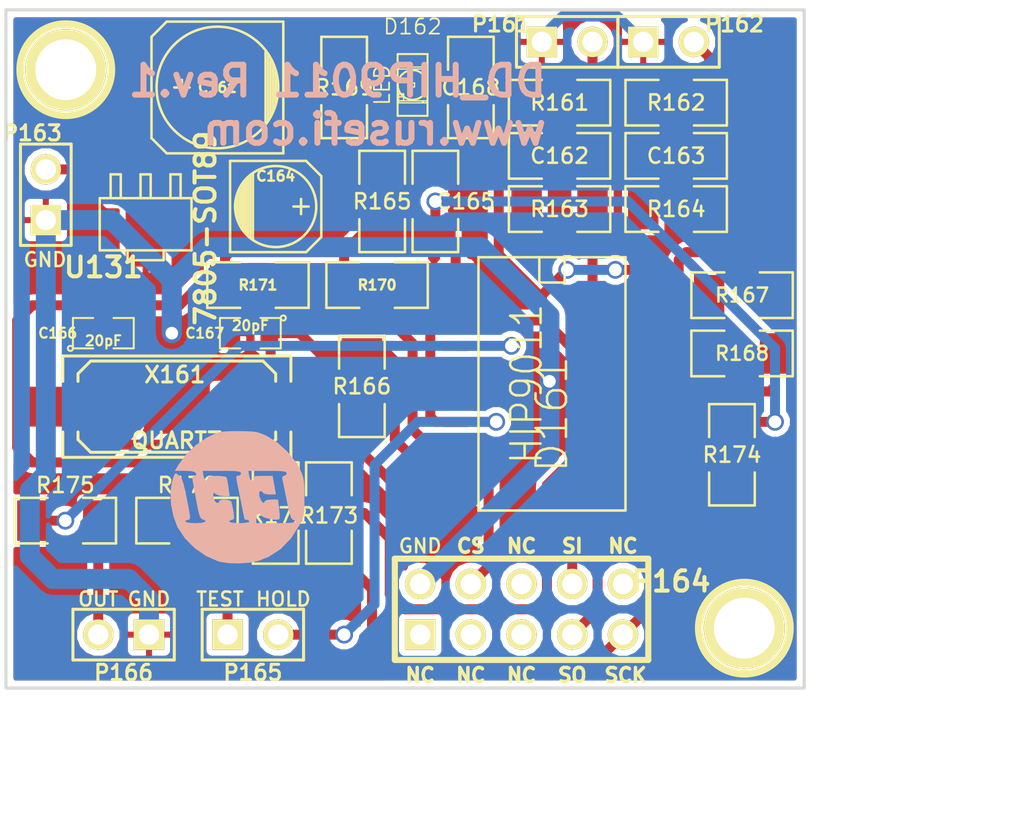
<source format=kicad_pcb>
(kicad_pcb (version 3) (host pcbnew "(2013-07-07 BZR 4022)-stable")

  (general
    (links 65)
    (no_connects 0)
    (area 66.3838 19.9898 121.571428 63.7)
    (thickness 1.6)
    (drawings 24)
    (tracks 211)
    (zones 0)
    (modules 37)
    (nets 25)
  )

  (page A3)
  (layers
    (15 F.Cu signal)
    (0 B.Cu signal)
    (16 B.Adhes user)
    (17 F.Adhes user)
    (18 B.Paste user hide)
    (19 F.Paste user)
    (20 B.SilkS user)
    (21 F.SilkS user)
    (22 B.Mask user)
    (23 F.Mask user)
    (24 Dwgs.User user)
    (25 Cmts.User user)
    (26 Eco1.User user)
    (27 Eco2.User user)
    (28 Edge.Cuts user)
  )

  (setup
    (last_trace_width 0.5)
    (trace_clearance 0.254)
    (zone_clearance 0.3)
    (zone_45_only no)
    (trace_min 0.254)
    (segment_width 0.2)
    (edge_width 0.15)
    (via_size 0.889)
    (via_drill 0.635)
    (via_min_size 0.889)
    (via_min_drill 0.508)
    (uvia_size 0.508)
    (uvia_drill 0.127)
    (uvias_allowed no)
    (uvia_min_size 0.508)
    (uvia_min_drill 0.127)
    (pcb_text_width 0.3)
    (pcb_text_size 1.5 1.5)
    (mod_edge_width 0.15)
    (mod_text_size 1.5 1.5)
    (mod_text_width 0.15)
    (pad_size 1.524 1.524)
    (pad_drill 0.762)
    (pad_to_mask_clearance 0.2)
    (aux_axis_origin 67 21)
    (visible_elements 7FFF7FFF)
    (pcbplotparams
      (layerselection 284983297)
      (usegerberextensions true)
      (excludeedgelayer true)
      (linewidth 0.100000)
      (plotframeref false)
      (viasonmask false)
      (mode 1)
      (useauxorigin false)
      (hpglpennumber 1)
      (hpglpenspeed 20)
      (hpglpendiameter 15)
      (hpglpenoverlay 2)
      (psnegative false)
      (psa4output false)
      (plotreference true)
      (plotvalue true)
      (plotothertext true)
      (plotinvisibletext false)
      (padsonsilk false)
      (subtractmaskfromsilk false)
      (outputformat 1)
      (mirror false)
      (drillshape 0)
      (scaleselection 1)
      (outputdirectory gerber))
  )

  (net 0 "")
  (net 1 /+12V)
  (net 2 /+5V)
  (net 3 /CS)
  (net 4 /GND)
  (net 5 /INT/HLD)
  (net 6 /INTOUT)
  (net 7 /OUT)
  (net 8 /SCK)
  (net 9 /SI)
  (net 10 /SO)
  (net 11 /TEST)
  (net 12 N-0000018)
  (net 13 N-0000019)
  (net 14 N-0000020)
  (net 15 N-0000024)
  (net 16 N-0000025)
  (net 17 N-0000026)
  (net 18 N-0000027)
  (net 19 N-0000028)
  (net 20 N-0000029)
  (net 21 N-0000030)
  (net 22 N-0000031)
  (net 23 N-000007)
  (net 24 N-000008)

  (net_class Default "Это класс цепей по умолчанию."
    (clearance 0.254)
    (trace_width 0.5)
    (via_dia 0.889)
    (via_drill 0.635)
    (uvia_dia 0.508)
    (uvia_drill 0.127)
    (add_net "")
    (add_net /+12V)
    (add_net /+5V)
    (add_net /CS)
    (add_net /GND)
    (add_net /INT/HLD)
    (add_net /INTOUT)
    (add_net /OUT)
    (add_net /SCK)
    (add_net /SI)
    (add_net /SO)
    (add_net /TEST)
    (add_net N-0000018)
    (add_net N-0000019)
    (add_net N-0000020)
    (add_net N-0000024)
    (add_net N-0000025)
    (add_net N-0000026)
    (add_net N-0000027)
    (add_net N-0000028)
    (add_net N-0000029)
    (add_net N-0000030)
    (add_net N-0000031)
    (add_net N-000007)
    (add_net N-000008)
  )

  (module sot89 (layer F.Cu) (tedit 52AEB4CC) (tstamp 52A25CF8)
    (at 74 31.7493 180)
    (descr SOT89)
    (path /52A25C32)
    (attr smd)
    (fp_text reference U131 (at 2.118 -2.1597 180) (layer F.SilkS)
      (effects (font (size 1.00076 1.00076) (thickness 0.20066)))
    )
    (fp_text value 7805-SOT89 (at -2.99974 -0.20066 270) (layer F.SilkS)
      (effects (font (size 1.00076 1.00076) (thickness 0.20066)))
    )
    (fp_line (start 1.2446 2.5019) (end 1.7526 2.5019) (layer F.SilkS) (width 0.127))
    (fp_line (start 1.7526 2.5019) (end 1.7526 1.3081) (layer F.SilkS) (width 0.127))
    (fp_line (start 1.2446 2.5019) (end 1.2446 1.3081) (layer F.SilkS) (width 0.127))
    (fp_line (start -0.254 2.5019) (end -0.254 1.3081) (layer F.SilkS) (width 0.127))
    (fp_line (start 0.254 2.5019) (end 0.254 1.3081) (layer F.SilkS) (width 0.127))
    (fp_line (start -0.254 2.5019) (end 0.254 2.5019) (layer F.SilkS) (width 0.127))
    (fp_line (start -1.7526 2.5019) (end -1.2446 2.5019) (layer F.SilkS) (width 0.127))
    (fp_line (start -1.2446 2.5019) (end -1.2446 1.3081) (layer F.SilkS) (width 0.127))
    (fp_line (start -1.7526 2.5019) (end -1.7526 1.3081) (layer F.SilkS) (width 0.127))
    (fp_line (start -0.9017 -1.8034) (end 0.9017 -1.8034) (layer F.SilkS) (width 0.127))
    (fp_line (start 0.9017 -1.8034) (end 0.9017 -1.3081) (layer F.SilkS) (width 0.127))
    (fp_line (start -0.9017 -1.8034) (end -0.9017 -1.3081) (layer F.SilkS) (width 0.127))
    (fp_line (start -2.2987 1.3081) (end -2.2987 -1.3081) (layer F.SilkS) (width 0.127))
    (fp_line (start -2.2987 -1.3081) (end 2.2987 -1.3081) (layer F.SilkS) (width 0.127))
    (fp_line (start 2.2987 -1.3081) (end 2.2987 1.3081) (layer F.SilkS) (width 0.127))
    (fp_line (start 2.2987 1.3081) (end -2.2987 1.3081) (layer F.SilkS) (width 0.127))
    (pad 1 smd rect (at -1.50114 1.89992 180) (size 0.70104 1.6002)
      (layers F.Cu F.Paste F.Mask)
      (net 24 N-000008)
    )
    (pad 2 smd rect (at 0 1.651 180) (size 0.70104 2.10058)
      (layers F.Cu F.Paste F.Mask)
      (net 4 /GND)
    )
    (pad 3 smd rect (at 1.50114 1.89992 180) (size 0.70104 1.6002)
      (layers F.Cu F.Paste F.Mask)
      (net 1 /+12V)
    )
    (pad 2 smd rect (at 0 -0.7493 180) (size 1.99898 2.75082)
      (layers F.Cu F.Paste F.Mask)
      (net 4 /GND)
    )
    (model smd/smd_transistors/sot89.wrl
      (at (xyz 0 0 0))
      (scale (xyz 1 1 1))
      (rotate (xyz 0 0 0))
    )
  )

  (module SM1206 (layer F.Cu) (tedit 52AF42BF) (tstamp 52A25D04)
    (at 103.378 43.307 270)
    (path /52A255FD)
    (attr smd)
    (fp_text reference R174 (at 0 0 360) (layer F.SilkS)
      (effects (font (size 0.762 0.762) (thickness 0.127)))
    )
    (fp_text value 1K (at 0 0 270) (layer F.SilkS) hide
      (effects (font (size 0.762 0.762) (thickness 0.127)))
    )
    (fp_line (start -2.54 -1.143) (end -2.54 1.143) (layer F.SilkS) (width 0.127))
    (fp_line (start -2.54 1.143) (end -0.889 1.143) (layer F.SilkS) (width 0.127))
    (fp_line (start 0.889 -1.143) (end 2.54 -1.143) (layer F.SilkS) (width 0.127))
    (fp_line (start 2.54 -1.143) (end 2.54 1.143) (layer F.SilkS) (width 0.127))
    (fp_line (start 2.54 1.143) (end 0.889 1.143) (layer F.SilkS) (width 0.127))
    (fp_line (start -0.889 -1.143) (end -2.54 -1.143) (layer F.SilkS) (width 0.127))
    (pad 1 smd rect (at -1.651 0 270) (size 1.524 2.032)
      (layers F.Cu F.Paste F.Mask)
      (net 2 /+5V)
    )
    (pad 2 smd rect (at 1.651 0 270) (size 1.524 2.032)
      (layers F.Cu F.Paste F.Mask)
      (net 9 /SI)
    )
    (model smd/chip_cms.wrl
      (at (xyz 0 0 0))
      (scale (xyz 0.17 0.16 0.16))
      (rotate (xyz 0 0 0))
    )
  )

  (module SM1206 (layer F.Cu) (tedit 52AEB599) (tstamp 52A25D10)
    (at 80.518 46.228 270)
    (path /52A255DF)
    (attr smd)
    (fp_text reference R172 (at 0.127 -0.127 360) (layer F.SilkS)
      (effects (font (size 0.762 0.762) (thickness 0.125)))
    )
    (fp_text value 1K (at 0 0 270) (layer F.SilkS) hide
      (effects (font (size 0.762 0.762) (thickness 0.127)))
    )
    (fp_line (start -2.54 -1.143) (end -2.54 1.143) (layer F.SilkS) (width 0.127))
    (fp_line (start -2.54 1.143) (end -0.889 1.143) (layer F.SilkS) (width 0.127))
    (fp_line (start 0.889 -1.143) (end 2.54 -1.143) (layer F.SilkS) (width 0.127))
    (fp_line (start 2.54 -1.143) (end 2.54 1.143) (layer F.SilkS) (width 0.127))
    (fp_line (start 2.54 1.143) (end 0.889 1.143) (layer F.SilkS) (width 0.127))
    (fp_line (start -0.889 -1.143) (end -2.54 -1.143) (layer F.SilkS) (width 0.127))
    (pad 1 smd rect (at -1.651 0 270) (size 1.524 2.032)
      (layers F.Cu F.Paste F.Mask)
      (net 2 /+5V)
    )
    (pad 2 smd rect (at 1.651 0 270) (size 1.524 2.032)
      (layers F.Cu F.Paste F.Mask)
      (net 11 /TEST)
    )
    (model smd/chip_cms.wrl
      (at (xyz 0 0 0))
      (scale (xyz 0.17 0.16 0.16))
      (rotate (xyz 0 0 0))
    )
  )

  (module SM1206 (layer F.Cu) (tedit 52AEB509) (tstamp 52AEC6A9)
    (at 79.629 34.798)
    (path /52A255D0)
    (attr smd)
    (fp_text reference R171 (at 0 0) (layer F.SilkS)
      (effects (font (size 0.5 0.5) (thickness 0.125)))
    )
    (fp_text value 1K (at 0 0) (layer F.SilkS) hide
      (effects (font (size 0.762 0.762) (thickness 0.127)))
    )
    (fp_line (start -2.54 -1.143) (end -2.54 1.143) (layer F.SilkS) (width 0.127))
    (fp_line (start -2.54 1.143) (end -0.889 1.143) (layer F.SilkS) (width 0.127))
    (fp_line (start 0.889 -1.143) (end 2.54 -1.143) (layer F.SilkS) (width 0.127))
    (fp_line (start 2.54 -1.143) (end 2.54 1.143) (layer F.SilkS) (width 0.127))
    (fp_line (start 2.54 1.143) (end 0.889 1.143) (layer F.SilkS) (width 0.127))
    (fp_line (start -0.889 -1.143) (end -2.54 -1.143) (layer F.SilkS) (width 0.127))
    (pad 1 smd rect (at -1.651 0) (size 1.524 2.032)
      (layers F.Cu F.Paste F.Mask)
      (net 2 /+5V)
    )
    (pad 2 smd rect (at 1.651 0) (size 1.524 2.032)
      (layers F.Cu F.Paste F.Mask)
      (net 3 /CS)
    )
    (model smd/chip_cms.wrl
      (at (xyz 0 0 0))
      (scale (xyz 0.17 0.16 0.16))
      (rotate (xyz 0 0 0))
    )
  )

  (module SM1206 (layer F.Cu) (tedit 52AEB51B) (tstamp 52A25D28)
    (at 85.598 34.798)
    (path /52A255C1)
    (attr smd)
    (fp_text reference R170 (at 0 0) (layer F.SilkS)
      (effects (font (size 0.5 0.5) (thickness 0.125)))
    )
    (fp_text value 1K (at 0 0) (layer F.SilkS) hide
      (effects (font (size 0.762 0.762) (thickness 0.127)))
    )
    (fp_line (start -2.54 -1.143) (end -2.54 1.143) (layer F.SilkS) (width 0.127))
    (fp_line (start -2.54 1.143) (end -0.889 1.143) (layer F.SilkS) (width 0.127))
    (fp_line (start 0.889 -1.143) (end 2.54 -1.143) (layer F.SilkS) (width 0.127))
    (fp_line (start 2.54 -1.143) (end 2.54 1.143) (layer F.SilkS) (width 0.127))
    (fp_line (start 2.54 1.143) (end 0.889 1.143) (layer F.SilkS) (width 0.127))
    (fp_line (start -0.889 -1.143) (end -2.54 -1.143) (layer F.SilkS) (width 0.127))
    (pad 1 smd rect (at -1.651 0) (size 1.524 2.032)
      (layers F.Cu F.Paste F.Mask)
      (net 2 /+5V)
    )
    (pad 2 smd rect (at 1.651 0) (size 1.524 2.032)
      (layers F.Cu F.Paste F.Mask)
      (net 5 /INT/HLD)
    )
    (model smd/chip_cms.wrl
      (at (xyz 0 0 0))
      (scale (xyz 0.17 0.16 0.16))
      (rotate (xyz 0 0 0))
    )
  )

  (module SM1206 (layer F.Cu) (tedit 52AF4259) (tstamp 52A25D34)
    (at 83.947 24.892 270)
    (path /529A4063)
    (attr smd)
    (fp_text reference R169 (at 0 0 360) (layer F.SilkS)
      (effects (font (size 0.762 0.762) (thickness 0.127)))
    )
    (fp_text value 470R (at 0 0 270) (layer F.SilkS) hide
      (effects (font (size 0.762 0.762) (thickness 0.127)))
    )
    (fp_line (start -2.54 -1.143) (end -2.54 1.143) (layer F.SilkS) (width 0.127))
    (fp_line (start -2.54 1.143) (end -0.889 1.143) (layer F.SilkS) (width 0.127))
    (fp_line (start 0.889 -1.143) (end 2.54 -1.143) (layer F.SilkS) (width 0.127))
    (fp_line (start 2.54 -1.143) (end 2.54 1.143) (layer F.SilkS) (width 0.127))
    (fp_line (start 2.54 1.143) (end 0.889 1.143) (layer F.SilkS) (width 0.127))
    (fp_line (start -0.889 -1.143) (end -2.54 -1.143) (layer F.SilkS) (width 0.127))
    (pad 1 smd rect (at -1.651 0 270) (size 1.524 2.032)
      (layers F.Cu F.Paste F.Mask)
      (net 23 N-000007)
    )
    (pad 2 smd rect (at 1.651 0 270) (size 1.524 2.032)
      (layers F.Cu F.Paste F.Mask)
      (net 24 N-000008)
    )
    (model smd/chip_cms.wrl
      (at (xyz 0 0 0))
      (scale (xyz 0.17 0.16 0.16))
      (rotate (xyz 0 0 0))
    )
  )

  (module SM1206 (layer F.Cu) (tedit 52AEB597) (tstamp 52A25D40)
    (at 83.185 46.228 270)
    (path /52A255EE)
    (attr smd)
    (fp_text reference R173 (at 0.127 0 360) (layer F.SilkS)
      (effects (font (size 0.762 0.762) (thickness 0.127)))
    )
    (fp_text value 1K (at 0 0 270) (layer F.SilkS) hide
      (effects (font (size 0.762 0.762) (thickness 0.127)))
    )
    (fp_line (start -2.54 -1.143) (end -2.54 1.143) (layer F.SilkS) (width 0.127))
    (fp_line (start -2.54 1.143) (end -0.889 1.143) (layer F.SilkS) (width 0.127))
    (fp_line (start 0.889 -1.143) (end 2.54 -1.143) (layer F.SilkS) (width 0.127))
    (fp_line (start 2.54 -1.143) (end 2.54 1.143) (layer F.SilkS) (width 0.127))
    (fp_line (start 2.54 1.143) (end 0.889 1.143) (layer F.SilkS) (width 0.127))
    (fp_line (start -0.889 -1.143) (end -2.54 -1.143) (layer F.SilkS) (width 0.127))
    (pad 1 smd rect (at -1.651 0 270) (size 1.524 2.032)
      (layers F.Cu F.Paste F.Mask)
      (net 2 /+5V)
    )
    (pad 2 smd rect (at 1.651 0 270) (size 1.524 2.032)
      (layers F.Cu F.Paste F.Mask)
      (net 8 /SCK)
    )
    (model smd/chip_cms.wrl
      (at (xyz 0 0 0))
      (scale (xyz 0.17 0.16 0.16))
      (rotate (xyz 0 0 0))
    )
  )

  (module SM1206 (layer F.Cu) (tedit 52AF4266) (tstamp 52A25D4C)
    (at 85.852 30.607 270)
    (path /52929D7A)
    (attr smd)
    (fp_text reference R165 (at 0 0 360) (layer F.SilkS)
      (effects (font (size 0.762 0.762) (thickness 0.127)))
    )
    (fp_text value 10R (at 0 0 270) (layer F.SilkS) hide
      (effects (font (size 0.762 0.762) (thickness 0.127)))
    )
    (fp_line (start -2.54 -1.143) (end -2.54 1.143) (layer F.SilkS) (width 0.127))
    (fp_line (start -2.54 1.143) (end -0.889 1.143) (layer F.SilkS) (width 0.127))
    (fp_line (start 0.889 -1.143) (end 2.54 -1.143) (layer F.SilkS) (width 0.127))
    (fp_line (start 2.54 -1.143) (end 2.54 1.143) (layer F.SilkS) (width 0.127))
    (fp_line (start 2.54 1.143) (end 0.889 1.143) (layer F.SilkS) (width 0.127))
    (fp_line (start -0.889 -1.143) (end -2.54 -1.143) (layer F.SilkS) (width 0.127))
    (pad 1 smd rect (at -1.651 0 270) (size 1.524 2.032)
      (layers F.Cu F.Paste F.Mask)
      (net 24 N-000008)
    )
    (pad 2 smd rect (at 1.651 0 270) (size 1.524 2.032)
      (layers F.Cu F.Paste F.Mask)
      (net 2 /+5V)
    )
    (model smd/chip_cms.wrl
      (at (xyz 0 0 0))
      (scale (xyz 0.17 0.16 0.16))
      (rotate (xyz 0 0 0))
    )
  )

  (module SM1206 (layer F.Cu) (tedit 52AF425D) (tstamp 52AEC577)
    (at 90.297 24.892 90)
    (path /529299B0)
    (attr smd)
    (fp_text reference C168 (at 0 0 180) (layer F.SilkS)
      (effects (font (size 0.762 0.762) (thickness 0.127)))
    )
    (fp_text value 22n (at 0 0 90) (layer F.SilkS) hide
      (effects (font (size 0.762 0.762) (thickness 0.127)))
    )
    (fp_line (start -2.54 -1.143) (end -2.54 1.143) (layer F.SilkS) (width 0.127))
    (fp_line (start -2.54 1.143) (end -0.889 1.143) (layer F.SilkS) (width 0.127))
    (fp_line (start 0.889 -1.143) (end 2.54 -1.143) (layer F.SilkS) (width 0.127))
    (fp_line (start 2.54 -1.143) (end 2.54 1.143) (layer F.SilkS) (width 0.127))
    (fp_line (start 2.54 1.143) (end 0.889 1.143) (layer F.SilkS) (width 0.127))
    (fp_line (start -0.889 -1.143) (end -2.54 -1.143) (layer F.SilkS) (width 0.127))
    (pad 1 smd rect (at -1.651 0 90) (size 1.524 2.032)
      (layers F.Cu F.Paste F.Mask)
      (net 16 N-0000025)
    )
    (pad 2 smd rect (at 1.651 0 90) (size 1.524 2.032)
      (layers F.Cu F.Paste F.Mask)
      (net 4 /GND)
    )
    (model smd/chip_cms.wrl
      (at (xyz 0 0 0))
      (scale (xyz 0.17 0.16 0.16))
      (rotate (xyz 0 0 0))
    )
  )

  (module SM1206 (layer F.Cu) (tedit 52AF4220) (tstamp 52A25D64)
    (at 84.836 39.878 90)
    (path /52928EAF)
    (attr smd)
    (fp_text reference R166 (at 0 0 180) (layer F.SilkS)
      (effects (font (size 0.762 0.762) (thickness 0.127)))
    )
    (fp_text value 1M (at 0 0 90) (layer F.SilkS) hide
      (effects (font (size 0.762 0.762) (thickness 0.127)))
    )
    (fp_line (start -2.54 -1.143) (end -2.54 1.143) (layer F.SilkS) (width 0.127))
    (fp_line (start -2.54 1.143) (end -0.889 1.143) (layer F.SilkS) (width 0.127))
    (fp_line (start 0.889 -1.143) (end 2.54 -1.143) (layer F.SilkS) (width 0.127))
    (fp_line (start 2.54 -1.143) (end 2.54 1.143) (layer F.SilkS) (width 0.127))
    (fp_line (start 2.54 1.143) (end 0.889 1.143) (layer F.SilkS) (width 0.127))
    (fp_line (start -0.889 -1.143) (end -2.54 -1.143) (layer F.SilkS) (width 0.127))
    (pad 1 smd rect (at -1.651 0 90) (size 1.524 2.032)
      (layers F.Cu F.Paste F.Mask)
      (net 15 N-0000024)
    )
    (pad 2 smd rect (at 1.651 0 90) (size 1.524 2.032)
      (layers F.Cu F.Paste F.Mask)
      (net 12 N-0000018)
    )
    (model smd/chip_cms.wrl
      (at (xyz 0 0 0))
      (scale (xyz 0.17 0.16 0.16))
      (rotate (xyz 0 0 0))
    )
  )

  (module SM1206 (layer F.Cu) (tedit 52AF426F) (tstamp 52A25D70)
    (at 88.519 30.607 90)
    (path /52928976)
    (attr smd)
    (fp_text reference C165 (at 0 1.524 180) (layer F.SilkS)
      (effects (font (size 0.762 0.762) (thickness 0.127)))
    )
    (fp_text value 100n (at 0 0 90) (layer F.SilkS) hide
      (effects (font (size 0.762 0.762) (thickness 0.127)))
    )
    (fp_line (start -2.54 -1.143) (end -2.54 1.143) (layer F.SilkS) (width 0.127))
    (fp_line (start -2.54 1.143) (end -0.889 1.143) (layer F.SilkS) (width 0.127))
    (fp_line (start 0.889 -1.143) (end 2.54 -1.143) (layer F.SilkS) (width 0.127))
    (fp_line (start 2.54 -1.143) (end 2.54 1.143) (layer F.SilkS) (width 0.127))
    (fp_line (start 2.54 1.143) (end 0.889 1.143) (layer F.SilkS) (width 0.127))
    (fp_line (start -0.889 -1.143) (end -2.54 -1.143) (layer F.SilkS) (width 0.127))
    (pad 1 smd rect (at -1.651 0 90) (size 1.524 2.032)
      (layers F.Cu F.Paste F.Mask)
      (net 2 /+5V)
    )
    (pad 2 smd rect (at 1.651 0 90) (size 1.524 2.032)
      (layers F.Cu F.Paste F.Mask)
      (net 4 /GND)
    )
    (model smd/chip_cms.wrl
      (at (xyz 0 0 0))
      (scale (xyz 0.17 0.16 0.16))
      (rotate (xyz 0 0 0))
    )
  )

  (module SM1206 (layer F.Cu) (tedit 52AF4417) (tstamp 52AF4429)
    (at 103.886 38.227)
    (path /52928885)
    (attr smd)
    (fp_text reference R168 (at 0 0) (layer F.SilkS)
      (effects (font (size 0.7 0.7) (thickness 0.127)))
    )
    (fp_text value 68k (at 0 0) (layer F.SilkS) hide
      (effects (font (size 0.762 0.762) (thickness 0.127)))
    )
    (fp_line (start -2.54 -1.143) (end -2.54 1.143) (layer F.SilkS) (width 0.127))
    (fp_line (start -2.54 1.143) (end -0.889 1.143) (layer F.SilkS) (width 0.127))
    (fp_line (start 0.889 -1.143) (end 2.54 -1.143) (layer F.SilkS) (width 0.127))
    (fp_line (start 2.54 -1.143) (end 2.54 1.143) (layer F.SilkS) (width 0.127))
    (fp_line (start 2.54 1.143) (end 0.889 1.143) (layer F.SilkS) (width 0.127))
    (fp_line (start -0.889 -1.143) (end -2.54 -1.143) (layer F.SilkS) (width 0.127))
    (pad 1 smd rect (at -1.651 0) (size 1.524 2.032)
      (layers F.Cu F.Paste F.Mask)
      (net 18 N-0000027)
    )
    (pad 2 smd rect (at 1.651 0) (size 1.524 2.032)
      (layers F.Cu F.Paste F.Mask)
      (net 17 N-0000026)
    )
    (model smd/chip_cms.wrl
      (at (xyz 0 0 0))
      (scale (xyz 0.17 0.16 0.16))
      (rotate (xyz 0 0 0))
    )
  )

  (module SM1206 (layer F.Cu) (tedit 52AF4429) (tstamp 52A25D88)
    (at 103.886 35.306)
    (path /52928876)
    (attr smd)
    (fp_text reference R167 (at 0 0) (layer F.SilkS)
      (effects (font (size 0.7 0.7) (thickness 0.127)))
    )
    (fp_text value 68k (at 0 0) (layer F.SilkS) hide
      (effects (font (size 0.762 0.762) (thickness 0.127)))
    )
    (fp_line (start -2.54 -1.143) (end -2.54 1.143) (layer F.SilkS) (width 0.127))
    (fp_line (start -2.54 1.143) (end -0.889 1.143) (layer F.SilkS) (width 0.127))
    (fp_line (start 0.889 -1.143) (end 2.54 -1.143) (layer F.SilkS) (width 0.127))
    (fp_line (start 2.54 -1.143) (end 2.54 1.143) (layer F.SilkS) (width 0.127))
    (fp_line (start 2.54 1.143) (end 0.889 1.143) (layer F.SilkS) (width 0.127))
    (fp_line (start -0.889 -1.143) (end -2.54 -1.143) (layer F.SilkS) (width 0.127))
    (pad 1 smd rect (at -1.651 0) (size 1.524 2.032)
      (layers F.Cu F.Paste F.Mask)
      (net 19 N-0000028)
    )
    (pad 2 smd rect (at 1.651 0) (size 1.524 2.032)
      (layers F.Cu F.Paste F.Mask)
      (net 20 N-0000029)
    )
    (model smd/chip_cms.wrl
      (at (xyz 0 0 0))
      (scale (xyz 0.17 0.16 0.16))
      (rotate (xyz 0 0 0))
    )
  )

  (module SM1206 (layer F.Cu) (tedit 42806E24) (tstamp 52A25D94)
    (at 100.584 30.988)
    (path /52928858)
    (attr smd)
    (fp_text reference R164 (at 0 0) (layer F.SilkS)
      (effects (font (size 0.762 0.762) (thickness 0.127)))
    )
    (fp_text value 10k (at 0 0) (layer F.SilkS) hide
      (effects (font (size 0.762 0.762) (thickness 0.127)))
    )
    (fp_line (start -2.54 -1.143) (end -2.54 1.143) (layer F.SilkS) (width 0.127))
    (fp_line (start -2.54 1.143) (end -0.889 1.143) (layer F.SilkS) (width 0.127))
    (fp_line (start 0.889 -1.143) (end 2.54 -1.143) (layer F.SilkS) (width 0.127))
    (fp_line (start 2.54 -1.143) (end 2.54 1.143) (layer F.SilkS) (width 0.127))
    (fp_line (start 2.54 1.143) (end 0.889 1.143) (layer F.SilkS) (width 0.127))
    (fp_line (start -0.889 -1.143) (end -2.54 -1.143) (layer F.SilkS) (width 0.127))
    (pad 1 smd rect (at -1.651 0) (size 1.524 2.032)
      (layers F.Cu F.Paste F.Mask)
      (net 14 N-0000020)
    )
    (pad 2 smd rect (at 1.651 0) (size 1.524 2.032)
      (layers F.Cu F.Paste F.Mask)
      (net 20 N-0000029)
    )
    (model smd/chip_cms.wrl
      (at (xyz 0 0 0))
      (scale (xyz 0.17 0.16 0.16))
      (rotate (xyz 0 0 0))
    )
  )

  (module SM1206 (layer F.Cu) (tedit 42806E24) (tstamp 52A25DA0)
    (at 94.742 30.988)
    (path /52928849)
    (attr smd)
    (fp_text reference R163 (at 0 0) (layer F.SilkS)
      (effects (font (size 0.762 0.762) (thickness 0.127)))
    )
    (fp_text value 10k (at 0 0) (layer F.SilkS) hide
      (effects (font (size 0.762 0.762) (thickness 0.127)))
    )
    (fp_line (start -2.54 -1.143) (end -2.54 1.143) (layer F.SilkS) (width 0.127))
    (fp_line (start -2.54 1.143) (end -0.889 1.143) (layer F.SilkS) (width 0.127))
    (fp_line (start 0.889 -1.143) (end 2.54 -1.143) (layer F.SilkS) (width 0.127))
    (fp_line (start 2.54 -1.143) (end 2.54 1.143) (layer F.SilkS) (width 0.127))
    (fp_line (start 2.54 1.143) (end 0.889 1.143) (layer F.SilkS) (width 0.127))
    (fp_line (start -0.889 -1.143) (end -2.54 -1.143) (layer F.SilkS) (width 0.127))
    (pad 1 smd rect (at -1.651 0) (size 1.524 2.032)
      (layers F.Cu F.Paste F.Mask)
      (net 21 N-0000030)
    )
    (pad 2 smd rect (at 1.651 0) (size 1.524 2.032)
      (layers F.Cu F.Paste F.Mask)
      (net 17 N-0000026)
    )
    (model smd/chip_cms.wrl
      (at (xyz 0 0 0))
      (scale (xyz 0.17 0.16 0.16))
      (rotate (xyz 0 0 0))
    )
  )

  (module SM1206 (layer F.Cu) (tedit 42806E24) (tstamp 52A25DAC)
    (at 100.584 28.321 180)
    (path /52928818)
    (attr smd)
    (fp_text reference C163 (at 0 0 180) (layer F.SilkS)
      (effects (font (size 0.762 0.762) (thickness 0.127)))
    )
    (fp_text value 47n (at 0 0 180) (layer F.SilkS) hide
      (effects (font (size 0.762 0.762) (thickness 0.127)))
    )
    (fp_line (start -2.54 -1.143) (end -2.54 1.143) (layer F.SilkS) (width 0.127))
    (fp_line (start -2.54 1.143) (end -0.889 1.143) (layer F.SilkS) (width 0.127))
    (fp_line (start 0.889 -1.143) (end 2.54 -1.143) (layer F.SilkS) (width 0.127))
    (fp_line (start 2.54 -1.143) (end 2.54 1.143) (layer F.SilkS) (width 0.127))
    (fp_line (start 2.54 1.143) (end 0.889 1.143) (layer F.SilkS) (width 0.127))
    (fp_line (start -0.889 -1.143) (end -2.54 -1.143) (layer F.SilkS) (width 0.127))
    (pad 1 smd rect (at -1.651 0 180) (size 1.524 2.032)
      (layers F.Cu F.Paste F.Mask)
      (net 13 N-0000019)
    )
    (pad 2 smd rect (at 1.651 0 180) (size 1.524 2.032)
      (layers F.Cu F.Paste F.Mask)
      (net 14 N-0000020)
    )
    (model smd/chip_cms.wrl
      (at (xyz 0 0 0))
      (scale (xyz 0.17 0.16 0.16))
      (rotate (xyz 0 0 0))
    )
  )

  (module SM1206 (layer F.Cu) (tedit 42806E24) (tstamp 52A25DB8)
    (at 100.584 25.654 180)
    (path /529287C2)
    (attr smd)
    (fp_text reference R162 (at 0 0 180) (layer F.SilkS)
      (effects (font (size 0.762 0.762) (thickness 0.127)))
    )
    (fp_text value 1M (at 0 0 180) (layer F.SilkS) hide
      (effects (font (size 0.762 0.762) (thickness 0.127)))
    )
    (fp_line (start -2.54 -1.143) (end -2.54 1.143) (layer F.SilkS) (width 0.127))
    (fp_line (start -2.54 1.143) (end -0.889 1.143) (layer F.SilkS) (width 0.127))
    (fp_line (start 0.889 -1.143) (end 2.54 -1.143) (layer F.SilkS) (width 0.127))
    (fp_line (start 2.54 -1.143) (end 2.54 1.143) (layer F.SilkS) (width 0.127))
    (fp_line (start 2.54 1.143) (end 0.889 1.143) (layer F.SilkS) (width 0.127))
    (fp_line (start -0.889 -1.143) (end -2.54 -1.143) (layer F.SilkS) (width 0.127))
    (pad 1 smd rect (at -1.651 0 180) (size 1.524 2.032)
      (layers F.Cu F.Paste F.Mask)
      (net 13 N-0000019)
    )
    (pad 2 smd rect (at 1.651 0 180) (size 1.524 2.032)
      (layers F.Cu F.Paste F.Mask)
      (net 4 /GND)
    )
    (model smd/chip_cms.wrl
      (at (xyz 0 0 0))
      (scale (xyz 0.17 0.16 0.16))
      (rotate (xyz 0 0 0))
    )
  )

  (module SM1206 (layer F.Cu) (tedit 42806E24) (tstamp 52A25DC4)
    (at 94.742 25.654 180)
    (path /529286D6)
    (attr smd)
    (fp_text reference R161 (at 0 0 180) (layer F.SilkS)
      (effects (font (size 0.762 0.762) (thickness 0.127)))
    )
    (fp_text value 1M (at 0 0 180) (layer F.SilkS) hide
      (effects (font (size 0.762 0.762) (thickness 0.127)))
    )
    (fp_line (start -2.54 -1.143) (end -2.54 1.143) (layer F.SilkS) (width 0.127))
    (fp_line (start -2.54 1.143) (end -0.889 1.143) (layer F.SilkS) (width 0.127))
    (fp_line (start 0.889 -1.143) (end 2.54 -1.143) (layer F.SilkS) (width 0.127))
    (fp_line (start 2.54 -1.143) (end 2.54 1.143) (layer F.SilkS) (width 0.127))
    (fp_line (start 2.54 1.143) (end 0.889 1.143) (layer F.SilkS) (width 0.127))
    (fp_line (start -0.889 -1.143) (end -2.54 -1.143) (layer F.SilkS) (width 0.127))
    (pad 1 smd rect (at -1.651 0 180) (size 1.524 2.032)
      (layers F.Cu F.Paste F.Mask)
      (net 22 N-0000031)
    )
    (pad 2 smd rect (at 1.651 0 180) (size 1.524 2.032)
      (layers F.Cu F.Paste F.Mask)
      (net 4 /GND)
    )
    (model smd/chip_cms.wrl
      (at (xyz 0 0 0))
      (scale (xyz 0.17 0.16 0.16))
      (rotate (xyz 0 0 0))
    )
  )

  (module SM1206 (layer F.Cu) (tedit 42806E24) (tstamp 52A25DD0)
    (at 94.742 28.321 180)
    (path /529286C7)
    (attr smd)
    (fp_text reference C162 (at 0 0 180) (layer F.SilkS)
      (effects (font (size 0.762 0.762) (thickness 0.127)))
    )
    (fp_text value 47n (at 0 0 180) (layer F.SilkS) hide
      (effects (font (size 0.762 0.762) (thickness 0.127)))
    )
    (fp_line (start -2.54 -1.143) (end -2.54 1.143) (layer F.SilkS) (width 0.127))
    (fp_line (start -2.54 1.143) (end -0.889 1.143) (layer F.SilkS) (width 0.127))
    (fp_line (start 0.889 -1.143) (end 2.54 -1.143) (layer F.SilkS) (width 0.127))
    (fp_line (start 2.54 -1.143) (end 2.54 1.143) (layer F.SilkS) (width 0.127))
    (fp_line (start 2.54 1.143) (end 0.889 1.143) (layer F.SilkS) (width 0.127))
    (fp_line (start -0.889 -1.143) (end -2.54 -1.143) (layer F.SilkS) (width 0.127))
    (pad 1 smd rect (at -1.651 0 180) (size 1.524 2.032)
      (layers F.Cu F.Paste F.Mask)
      (net 22 N-0000031)
    )
    (pad 2 smd rect (at 1.651 0 180) (size 1.524 2.032)
      (layers F.Cu F.Paste F.Mask)
      (net 21 N-0000030)
    )
    (model smd/chip_cms.wrl
      (at (xyz 0 0 0))
      (scale (xyz 0.17 0.16 0.16))
      (rotate (xyz 0 0 0))
    )
  )

  (module SM0805 (layer F.Cu) (tedit 52AF446A) (tstamp 52A25DDD)
    (at 71.882 37.211)
    (path /52928F04)
    (attr smd)
    (fp_text reference C166 (at -2.286 0) (layer F.SilkS)
      (effects (font (size 0.50038 0.50038) (thickness 0.10922)))
    )
    (fp_text value 20pF (at 0 0.381) (layer F.SilkS)
      (effects (font (size 0.50038 0.50038) (thickness 0.10922)))
    )
    (fp_circle (center -1.651 0.762) (end -1.651 0.635) (layer F.SilkS) (width 0.09906))
    (fp_line (start -0.508 0.762) (end -1.524 0.762) (layer F.SilkS) (width 0.09906))
    (fp_line (start -1.524 0.762) (end -1.524 -0.762) (layer F.SilkS) (width 0.09906))
    (fp_line (start -1.524 -0.762) (end -0.508 -0.762) (layer F.SilkS) (width 0.09906))
    (fp_line (start 0.508 -0.762) (end 1.524 -0.762) (layer F.SilkS) (width 0.09906))
    (fp_line (start 1.524 -0.762) (end 1.524 0.762) (layer F.SilkS) (width 0.09906))
    (fp_line (start 1.524 0.762) (end 0.508 0.762) (layer F.SilkS) (width 0.09906))
    (pad 1 smd rect (at -0.9525 0) (size 0.889 1.397)
      (layers F.Cu F.Paste F.Mask)
      (net 15 N-0000024)
    )
    (pad 2 smd rect (at 0.9525 0) (size 0.889 1.397)
      (layers F.Cu F.Paste F.Mask)
      (net 4 /GND)
    )
    (model smd/chip_cms.wrl
      (at (xyz 0 0 0))
      (scale (xyz 0.1 0.1 0.1))
      (rotate (xyz 0 0 0))
    )
  )

  (module SM0805 (layer F.Cu) (tedit 52AF4465) (tstamp 52A25DEA)
    (at 79.248 37.211 180)
    (path /52928F18)
    (attr smd)
    (fp_text reference C167 (at 2.286 0 180) (layer F.SilkS)
      (effects (font (size 0.50038 0.50038) (thickness 0.10922)))
    )
    (fp_text value 20pF (at 0 0.381 180) (layer F.SilkS)
      (effects (font (size 0.50038 0.50038) (thickness 0.10922)))
    )
    (fp_circle (center -1.651 0.762) (end -1.651 0.635) (layer F.SilkS) (width 0.09906))
    (fp_line (start -0.508 0.762) (end -1.524 0.762) (layer F.SilkS) (width 0.09906))
    (fp_line (start -1.524 0.762) (end -1.524 -0.762) (layer F.SilkS) (width 0.09906))
    (fp_line (start -1.524 -0.762) (end -0.508 -0.762) (layer F.SilkS) (width 0.09906))
    (fp_line (start 0.508 -0.762) (end 1.524 -0.762) (layer F.SilkS) (width 0.09906))
    (fp_line (start 1.524 -0.762) (end 1.524 0.762) (layer F.SilkS) (width 0.09906))
    (fp_line (start 1.524 0.762) (end 0.508 0.762) (layer F.SilkS) (width 0.09906))
    (pad 1 smd rect (at -0.9525 0 180) (size 0.889 1.397)
      (layers F.Cu F.Paste F.Mask)
      (net 12 N-0000018)
    )
    (pad 2 smd rect (at 0.9525 0 180) (size 0.889 1.397)
      (layers F.Cu F.Paste F.Mask)
      (net 4 /GND)
    )
    (model smd/chip_cms.wrl
      (at (xyz 0 0 0))
      (scale (xyz 0.1 0.1 0.1))
      (rotate (xyz 0 0 0))
    )
  )

  (module Q_49U3HMS (layer F.Cu) (tedit 511CC0BB) (tstamp 52A25E00)
    (at 75.565 40.894)
    (path /52A25AB6)
    (fp_text reference X161 (at -0.1 -1.6) (layer F.SilkS)
      (effects (font (size 0.8 0.8) (thickness 0.15)))
    )
    (fp_text value QUARTZ (at 0 1.7) (layer F.SilkS)
      (effects (font (size 0.8 0.8) (thickness 0.15)))
    )
    (fp_line (start -4.953 -1.651) (end -4.953 -1.27) (layer F.SilkS) (width 0.15))
    (fp_line (start -4.953 1.651) (end -4.953 1.27) (layer F.SilkS) (width 0.15))
    (fp_line (start 4.953 1.651) (end 4.953 1.27) (layer F.SilkS) (width 0.15))
    (fp_line (start 4.953 -1.651) (end 4.953 -1.27) (layer F.SilkS) (width 0.15))
    (fp_line (start 5.715 -2.54) (end 5.715 -1.27) (layer F.SilkS) (width 0.15))
    (fp_line (start 5.715 2.54) (end 5.715 1.27) (layer F.SilkS) (width 0.15))
    (fp_line (start -5.715 2.54) (end -5.715 1.27) (layer F.SilkS) (width 0.15))
    (fp_line (start -5.715 -2.54) (end -5.715 -1.27) (layer F.SilkS) (width 0.15))
    (fp_line (start -4.953 1.651) (end -4.318 2.286) (layer F.SilkS) (width 0.15))
    (fp_line (start -4.318 2.286) (end 4.318 2.286) (layer F.SilkS) (width 0.15))
    (fp_line (start 4.318 2.286) (end 4.953 1.651) (layer F.SilkS) (width 0.15))
    (fp_line (start 4.953 -1.651) (end 4.318 -2.286) (layer F.SilkS) (width 0.15))
    (fp_line (start 4.318 -2.286) (end -4.318 -2.286) (layer F.SilkS) (width 0.15))
    (fp_line (start -4.318 -2.286) (end -4.953 -1.651) (layer F.SilkS) (width 0.15))
    (fp_line (start 5.715 2.54) (end -5.715 2.54) (layer F.SilkS) (width 0.15))
    (fp_line (start -5.715 -2.54) (end 5.715 -2.54) (layer F.SilkS) (width 0.15))
    (pad 1 smd rect (at -4.699 0) (size 5.4991 1.99898)
      (layers F.Cu F.Paste F.Mask)
      (net 15 N-0000024)
    )
    (pad 2 smd rect (at 4.699 0) (size 5.4991 1.99898)
      (layers F.Cu F.Paste F.Mask)
      (net 12 N-0000018)
    )
    (model smd/smd_crystal&oscillator/crystal_hc-49-smd.wrl
      (at (xyz 0 0 0))
      (scale (xyz 1 1 1))
      (rotate (xyz 0 0 0))
    )
  )

  (module PIN_ARRAY_2X1 (layer F.Cu) (tedit 52AEB4B6) (tstamp 52A25E1A)
    (at 100.203 22.606)
    (descr "Connecteurs 2 pins")
    (tags "CONN DEV")
    (path /52928125)
    (fp_text reference P162 (at 3.302 -0.889) (layer F.SilkS)
      (effects (font (size 0.762 0.762) (thickness 0.1524)))
    )
    (fp_text value "KNOCK 2" (at 0 -1.905) (layer F.SilkS) hide
      (effects (font (size 0.762 0.762) (thickness 0.1524)))
    )
    (fp_line (start -2.54 1.27) (end -2.54 -1.27) (layer F.SilkS) (width 0.1524))
    (fp_line (start -2.54 -1.27) (end 2.54 -1.27) (layer F.SilkS) (width 0.1524))
    (fp_line (start 2.54 -1.27) (end 2.54 1.27) (layer F.SilkS) (width 0.1524))
    (fp_line (start 2.54 1.27) (end -2.54 1.27) (layer F.SilkS) (width 0.1524))
    (pad 1 thru_hole rect (at -1.27 0) (size 1.524 1.524) (drill 1.016)
      (layers *.Cu *.Mask F.SilkS)
      (net 4 /GND)
    )
    (pad 2 thru_hole circle (at 1.27 0) (size 1.524 1.524) (drill 1.016)
      (layers *.Cu *.Mask F.SilkS)
      (net 13 N-0000019)
    )
    (model pin_array/pins_array_2x1.wrl
      (at (xyz 0 0 0))
      (scale (xyz 1 1 1))
      (rotate (xyz 0 0 0))
    )
  )

  (module PIN_ARRAY_2X1 (layer F.Cu) (tedit 52AEB4B2) (tstamp 52A25E24)
    (at 95.123 22.606)
    (descr "Connecteurs 2 pins")
    (tags "CONN DEV")
    (path /52928116)
    (fp_text reference P161 (at -3.302 -0.889) (layer F.SilkS)
      (effects (font (size 0.762 0.762) (thickness 0.1524)))
    )
    (fp_text value "KNOCK 1" (at 0 -1.905) (layer F.SilkS) hide
      (effects (font (size 0.762 0.762) (thickness 0.1524)))
    )
    (fp_line (start -2.54 1.27) (end -2.54 -1.27) (layer F.SilkS) (width 0.1524))
    (fp_line (start -2.54 -1.27) (end 2.54 -1.27) (layer F.SilkS) (width 0.1524))
    (fp_line (start 2.54 -1.27) (end 2.54 1.27) (layer F.SilkS) (width 0.1524))
    (fp_line (start 2.54 1.27) (end -2.54 1.27) (layer F.SilkS) (width 0.1524))
    (pad 1 thru_hole rect (at -1.27 0) (size 1.524 1.524) (drill 1.016)
      (layers *.Cu *.Mask F.SilkS)
      (net 4 /GND)
    )
    (pad 2 thru_hole circle (at 1.27 0) (size 1.524 1.524) (drill 1.016)
      (layers *.Cu *.Mask F.SilkS)
      (net 22 N-0000031)
    )
    (model pin_array/pins_array_2x1.wrl
      (at (xyz 0 0 0))
      (scale (xyz 1 1 1))
      (rotate (xyz 0 0 0))
    )
  )

  (module PIN_ARRAY_2X1 (layer F.Cu) (tedit 52AEB4C4) (tstamp 52A25E2E)
    (at 69 30.27 90)
    (descr "Connecteurs 2 pins")
    (tags "CONN DEV")
    (path /52928AC0)
    (fp_text reference P163 (at 3.092 -0.674 180) (layer F.SilkS)
      (effects (font (size 0.762 0.762) (thickness 0.1524)))
    )
    (fp_text value 12V (at 0 -1.905 90) (layer F.SilkS) hide
      (effects (font (size 0.762 0.762) (thickness 0.1524)))
    )
    (fp_line (start -2.54 1.27) (end -2.54 -1.27) (layer F.SilkS) (width 0.1524))
    (fp_line (start -2.54 -1.27) (end 2.54 -1.27) (layer F.SilkS) (width 0.1524))
    (fp_line (start 2.54 -1.27) (end 2.54 1.27) (layer F.SilkS) (width 0.1524))
    (fp_line (start 2.54 1.27) (end -2.54 1.27) (layer F.SilkS) (width 0.1524))
    (pad 1 thru_hole rect (at -1.27 0 90) (size 1.524 1.524) (drill 1.016)
      (layers *.Cu *.Mask F.SilkS)
      (net 4 /GND)
    )
    (pad 2 thru_hole circle (at 1.27 0 90) (size 1.524 1.524) (drill 1.016)
      (layers *.Cu *.Mask F.SilkS)
      (net 1 /+12V)
    )
    (model pin_array/pins_array_2x1.wrl
      (at (xyz 0 0 0))
      (scale (xyz 1 1 1))
      (rotate (xyz 0 0 0))
    )
  )

  (module LED-1206 (layer F.Cu) (tedit 52AF42AE) (tstamp 52A25E58)
    (at 87.376 24.765 270)
    (descr "LED 1206 smd package")
    (tags "LED1206 SMD")
    (path /529A403B)
    (attr smd)
    (fp_text reference D162 (at -2.921 0 360) (layer F.SilkS)
      (effects (font (size 0.762 0.762) (thickness 0.0889)))
    )
    (fp_text value LED (at 0 1.524 270) (layer F.SilkS)
      (effects (font (size 0.762 0.762) (thickness 0.0889)))
    )
    (fp_line (start -0.09906 0.09906) (end 0.09906 0.09906) (layer F.SilkS) (width 0.06604))
    (fp_line (start 0.09906 0.09906) (end 0.09906 -0.09906) (layer F.SilkS) (width 0.06604))
    (fp_line (start -0.09906 -0.09906) (end 0.09906 -0.09906) (layer F.SilkS) (width 0.06604))
    (fp_line (start -0.09906 0.09906) (end -0.09906 -0.09906) (layer F.SilkS) (width 0.06604))
    (fp_line (start 0.44958 0.6985) (end 0.79756 0.6985) (layer F.SilkS) (width 0.06604))
    (fp_line (start 0.79756 0.6985) (end 0.79756 0.44958) (layer F.SilkS) (width 0.06604))
    (fp_line (start 0.44958 0.44958) (end 0.79756 0.44958) (layer F.SilkS) (width 0.06604))
    (fp_line (start 0.44958 0.6985) (end 0.44958 0.44958) (layer F.SilkS) (width 0.06604))
    (fp_line (start 0.79756 0.6985) (end 0.89916 0.6985) (layer F.SilkS) (width 0.06604))
    (fp_line (start 0.89916 0.6985) (end 0.89916 -0.49784) (layer F.SilkS) (width 0.06604))
    (fp_line (start 0.79756 -0.49784) (end 0.89916 -0.49784) (layer F.SilkS) (width 0.06604))
    (fp_line (start 0.79756 0.6985) (end 0.79756 -0.49784) (layer F.SilkS) (width 0.06604))
    (fp_line (start 0.79756 -0.54864) (end 0.89916 -0.54864) (layer F.SilkS) (width 0.06604))
    (fp_line (start 0.89916 -0.54864) (end 0.89916 -0.6985) (layer F.SilkS) (width 0.06604))
    (fp_line (start 0.79756 -0.6985) (end 0.89916 -0.6985) (layer F.SilkS) (width 0.06604))
    (fp_line (start 0.79756 -0.54864) (end 0.79756 -0.6985) (layer F.SilkS) (width 0.06604))
    (fp_line (start -0.89916 0.6985) (end -0.79756 0.6985) (layer F.SilkS) (width 0.06604))
    (fp_line (start -0.79756 0.6985) (end -0.79756 -0.49784) (layer F.SilkS) (width 0.06604))
    (fp_line (start -0.89916 -0.49784) (end -0.79756 -0.49784) (layer F.SilkS) (width 0.06604))
    (fp_line (start -0.89916 0.6985) (end -0.89916 -0.49784) (layer F.SilkS) (width 0.06604))
    (fp_line (start -0.89916 -0.54864) (end -0.79756 -0.54864) (layer F.SilkS) (width 0.06604))
    (fp_line (start -0.79756 -0.54864) (end -0.79756 -0.6985) (layer F.SilkS) (width 0.06604))
    (fp_line (start -0.89916 -0.6985) (end -0.79756 -0.6985) (layer F.SilkS) (width 0.06604))
    (fp_line (start -0.89916 -0.54864) (end -0.89916 -0.6985) (layer F.SilkS) (width 0.06604))
    (fp_line (start 0.44958 0.6985) (end 0.59944 0.6985) (layer F.SilkS) (width 0.06604))
    (fp_line (start 0.59944 0.6985) (end 0.59944 0.44958) (layer F.SilkS) (width 0.06604))
    (fp_line (start 0.44958 0.44958) (end 0.59944 0.44958) (layer F.SilkS) (width 0.06604))
    (fp_line (start 0.44958 0.6985) (end 0.44958 0.44958) (layer F.SilkS) (width 0.06604))
    (fp_line (start 1.5494 0.7493) (end -1.5494 0.7493) (layer F.SilkS) (width 0.1016))
    (fp_line (start -1.5494 0.7493) (end -1.5494 -0.7493) (layer F.SilkS) (width 0.1016))
    (fp_line (start -1.5494 -0.7493) (end 1.5494 -0.7493) (layer F.SilkS) (width 0.1016))
    (fp_line (start 1.5494 -0.7493) (end 1.5494 0.7493) (layer F.SilkS) (width 0.1016))
    (fp_arc (start 0 0) (end 0.54864 0.49784) (angle 95.4) (layer F.SilkS) (width 0.1016))
    (fp_arc (start 0 0) (end -0.54864 0.49784) (angle 84.5) (layer F.SilkS) (width 0.1016))
    (fp_arc (start 0 0) (end -0.54864 -0.49784) (angle 95.4) (layer F.SilkS) (width 0.1016))
    (fp_arc (start 0 0) (end 0.54864 -0.49784) (angle 84.5) (layer F.SilkS) (width 0.1016))
    (pad 1 smd rect (at -1.41986 0 270) (size 1.59766 1.80086)
      (layers F.Cu F.Paste F.Mask)
      (net 23 N-000007)
    )
    (pad 2 smd rect (at 1.41986 0 270) (size 1.59766 1.80086)
      (layers F.Cu F.Paste F.Mask)
      (net 4 /GND)
    )
  )

  (module c_elec_6.3x5.3 (layer F.Cu) (tedit 52AF43D2) (tstamp 52A25E6C)
    (at 77.597 24.892 180)
    (descr "SMT capacitor, aluminium electrolytic, 6.3x5.3")
    (path /52928AD9)
    (fp_text reference C161 (at 0 0 180) (layer F.SilkS)
      (effects (font (size 0.50038 0.50038) (thickness 0.11938)))
    )
    (fp_text value 100u (at 0 3.81 180) (layer F.SilkS) hide
      (effects (font (size 0.50038 0.50038) (thickness 0.11938)))
    )
    (fp_line (start -2.921 -0.762) (end -2.921 0.762) (layer F.SilkS) (width 0.127))
    (fp_line (start -2.794 1.143) (end -2.794 -1.143) (layer F.SilkS) (width 0.127))
    (fp_line (start -2.667 -1.397) (end -2.667 1.397) (layer F.SilkS) (width 0.127))
    (fp_line (start -2.54 1.651) (end -2.54 -1.651) (layer F.SilkS) (width 0.127))
    (fp_line (start -2.413 -1.778) (end -2.413 1.778) (layer F.SilkS) (width 0.127))
    (fp_circle (center 0 0) (end -3.048 0) (layer F.SilkS) (width 0.127))
    (fp_line (start -3.302 -3.302) (end -3.302 3.302) (layer F.SilkS) (width 0.127))
    (fp_line (start -3.302 3.302) (end 2.54 3.302) (layer F.SilkS) (width 0.127))
    (fp_line (start 2.54 3.302) (end 3.302 2.54) (layer F.SilkS) (width 0.127))
    (fp_line (start 3.302 2.54) (end 3.302 -2.54) (layer F.SilkS) (width 0.127))
    (fp_line (start 3.302 -2.54) (end 2.54 -3.302) (layer F.SilkS) (width 0.127))
    (fp_line (start 2.54 -3.302) (end -3.302 -3.302) (layer F.SilkS) (width 0.127))
    (fp_line (start 2.159 0) (end 1.397 0) (layer F.SilkS) (width 0.127))
    (fp_line (start 1.778 -0.381) (end 1.778 0.381) (layer F.SilkS) (width 0.127))
    (pad 1 smd rect (at 2.75082 0 180) (size 3.59918 1.6002)
      (layers F.Cu F.Paste F.Mask)
      (net 1 /+12V)
    )
    (pad 2 smd rect (at -2.75082 0 180) (size 3.59918 1.6002)
      (layers F.Cu F.Paste F.Mask)
      (net 4 /GND)
    )
    (model smd/capacitors/c_elec_6_3x5_3.wrl
      (at (xyz 0 0 0))
      (scale (xyz 1 1 1))
      (rotate (xyz 0 0 0))
    )
  )

  (module c_elec_4x5.3 (layer F.Cu) (tedit 52AF43C8) (tstamp 52A25E83)
    (at 80.518 30.861)
    (descr "SMT capacitor, aluminium electrolytic, 4x5.3")
    (path /52928A51)
    (fp_text reference C164 (at 0 -1.524) (layer F.SilkS)
      (effects (font (size 0.50038 0.50038) (thickness 0.11938)))
    )
    (fp_text value 10u (at 0 2.794) (layer F.SilkS) hide
      (effects (font (size 0.50038 0.50038) (thickness 0.11938)))
    )
    (fp_line (start 1.651 0) (end 0.889 0) (layer F.SilkS) (width 0.127))
    (fp_line (start 1.27 -0.381) (end 1.27 0.381) (layer F.SilkS) (width 0.127))
    (fp_line (start 1.524 2.286) (end -2.286 2.286) (layer F.SilkS) (width 0.127))
    (fp_line (start 2.286 -1.524) (end 2.286 1.524) (layer F.SilkS) (width 0.127))
    (fp_line (start 1.524 2.286) (end 2.286 1.524) (layer F.SilkS) (width 0.127))
    (fp_line (start 1.524 -2.286) (end -2.286 -2.286) (layer F.SilkS) (width 0.127))
    (fp_line (start 1.524 -2.286) (end 2.286 -1.524) (layer F.SilkS) (width 0.127))
    (fp_line (start -2.032 0.127) (end -2.032 -0.127) (layer F.SilkS) (width 0.127))
    (fp_line (start -1.905 -0.635) (end -1.905 0.635) (layer F.SilkS) (width 0.127))
    (fp_line (start -1.778 0.889) (end -1.778 -0.889) (layer F.SilkS) (width 0.127))
    (fp_line (start -1.651 1.143) (end -1.651 -1.143) (layer F.SilkS) (width 0.127))
    (fp_line (start -1.524 -1.27) (end -1.524 1.27) (layer F.SilkS) (width 0.127))
    (fp_line (start -1.397 1.397) (end -1.397 -1.397) (layer F.SilkS) (width 0.127))
    (fp_line (start -1.27 -1.524) (end -1.27 1.524) (layer F.SilkS) (width 0.127))
    (fp_line (start -1.143 -1.651) (end -1.143 1.651) (layer F.SilkS) (width 0.127))
    (fp_circle (center 0 0) (end -2.032 0) (layer F.SilkS) (width 0.127))
    (fp_line (start -2.286 -2.286) (end -2.286 2.286) (layer F.SilkS) (width 0.127))
    (pad 1 smd rect (at 1.80086 0) (size 2.60096 1.6002)
      (layers F.Cu F.Paste F.Mask)
      (net 24 N-000008)
    )
    (pad 2 smd rect (at -1.80086 0) (size 2.60096 1.6002)
      (layers F.Cu F.Paste F.Mask)
      (net 4 /GND)
    )
    (model smd/capacitors/c_elec_4x5_3.wrl
      (at (xyz 0 0 0))
      (scale (xyz 1 1 1))
      (rotate (xyz 0 0 0))
    )
  )

  (module SM1206 (layer F.Cu) (tedit 52AEB5AA) (tstamp 52A2E138)
    (at 69.977 46.609)
    (path /52A2E159)
    (attr smd)
    (fp_text reference R175 (at 0 -1.778) (layer F.SilkS)
      (effects (font (size 0.762 0.762) (thickness 0.127)))
    )
    (fp_text value 10k (at 0 0) (layer F.SilkS) hide
      (effects (font (size 0.762 0.762) (thickness 0.127)))
    )
    (fp_line (start -2.54 -1.143) (end -2.54 1.143) (layer F.SilkS) (width 0.127))
    (fp_line (start -2.54 1.143) (end -0.889 1.143) (layer F.SilkS) (width 0.127))
    (fp_line (start 0.889 -1.143) (end 2.54 -1.143) (layer F.SilkS) (width 0.127))
    (fp_line (start 2.54 -1.143) (end 2.54 1.143) (layer F.SilkS) (width 0.127))
    (fp_line (start 2.54 1.143) (end 0.889 1.143) (layer F.SilkS) (width 0.127))
    (fp_line (start -0.889 -1.143) (end -2.54 -1.143) (layer F.SilkS) (width 0.127))
    (pad 1 smd rect (at -1.651 0) (size 1.524 2.032)
      (layers F.Cu F.Paste F.Mask)
      (net 6 /INTOUT)
    )
    (pad 2 smd rect (at 1.651 0) (size 1.524 2.032)
      (layers F.Cu F.Paste F.Mask)
      (net 7 /OUT)
    )
    (model smd/chip_cms.wrl
      (at (xyz 0 0 0))
      (scale (xyz 0.17 0.16 0.16))
      (rotate (xyz 0 0 0))
    )
  )

  (module SM1206 (layer F.Cu) (tedit 52AEB5A1) (tstamp 52A2E144)
    (at 76.073 46.609)
    (path /52A2E168)
    (attr smd)
    (fp_text reference R176 (at 0 -1.778) (layer F.SilkS)
      (effects (font (size 0.762 0.762) (thickness 0.127)))
    )
    (fp_text value 10k (at 0 0) (layer F.SilkS) hide
      (effects (font (size 0.762 0.762) (thickness 0.127)))
    )
    (fp_line (start -2.54 -1.143) (end -2.54 1.143) (layer F.SilkS) (width 0.127))
    (fp_line (start -2.54 1.143) (end -0.889 1.143) (layer F.SilkS) (width 0.127))
    (fp_line (start 0.889 -1.143) (end 2.54 -1.143) (layer F.SilkS) (width 0.127))
    (fp_line (start 2.54 -1.143) (end 2.54 1.143) (layer F.SilkS) (width 0.127))
    (fp_line (start 2.54 1.143) (end 0.889 1.143) (layer F.SilkS) (width 0.127))
    (fp_line (start -0.889 -1.143) (end -2.54 -1.143) (layer F.SilkS) (width 0.127))
    (pad 1 smd rect (at -1.651 0) (size 1.524 2.032)
      (layers F.Cu F.Paste F.Mask)
      (net 7 /OUT)
    )
    (pad 2 smd rect (at 1.651 0) (size 1.524 2.032)
      (layers F.Cu F.Paste F.Mask)
      (net 4 /GND)
    )
    (model smd/chip_cms.wrl
      (at (xyz 0 0 0))
      (scale (xyz 0.17 0.16 0.16))
      (rotate (xyz 0 0 0))
    )
  )

  (module SO20L (layer F.Cu) (tedit 52AF43E6) (tstamp 52AEAF3C)
    (at 94.361 39.751 270)
    (descr "Cms SOJ 20 pins large")
    (tags "CMS SOJ")
    (path /52928107)
    (attr smd)
    (fp_text reference D161 (at 1.524 0 270) (layer F.SilkS)
      (effects (font (size 1.524 1.524) (thickness 0.127)))
    )
    (fp_text value HIP9011 (at 0 1.27 270) (layer F.SilkS)
      (effects (font (size 1.524 1.27) (thickness 0.127)))
    )
    (fp_line (start 6.35 3.683) (end 6.35 -3.683) (layer F.SilkS) (width 0.127))
    (fp_line (start -6.35 -3.683) (end -6.35 3.683) (layer F.SilkS) (width 0.127))
    (fp_line (start 6.35 3.683) (end -6.35 3.683) (layer F.SilkS) (width 0.127))
    (fp_line (start -6.35 -3.683) (end 6.35 -3.683) (layer F.SilkS) (width 0.127))
    (fp_line (start -6.35 -0.635) (end -5.08 -0.635) (layer F.SilkS) (width 0.127))
    (fp_line (start -5.08 -0.635) (end -5.08 0.635) (layer F.SilkS) (width 0.127))
    (fp_line (start -5.08 0.635) (end -6.35 0.635) (layer F.SilkS) (width 0.127))
    (pad 11 smd rect (at 5.715 -4.826 270) (size 0.508 1.27)
      (layers F.Cu F.Paste F.Mask)
      (net 10 /SO)
    )
    (pad 12 smd rect (at 4.445 -4.826 270) (size 0.508 1.27)
      (layers F.Cu F.Paste F.Mask)
      (net 9 /SI)
    )
    (pad 13 smd rect (at 3.175 -4.826 270) (size 0.508 1.27)
      (layers F.Cu F.Paste F.Mask)
      (net 8 /SCK)
    )
    (pad 14 smd rect (at 1.905 -4.826 270) (size 0.508 1.27)
      (layers F.Cu F.Paste F.Mask)
      (net 11 /TEST)
    )
    (pad 15 smd rect (at 0.635 -4.826 270) (size 0.508 1.27)
      (layers F.Cu F.Paste F.Mask)
      (net 16 N-0000025)
    )
    (pad 16 smd rect (at -0.635 -4.826 270) (size 0.508 1.27)
      (layers F.Cu F.Paste F.Mask)
      (net 17 N-0000026)
    )
    (pad 17 smd rect (at -1.905 -4.826 270) (size 0.508 1.27)
      (layers F.Cu F.Paste F.Mask)
      (net 18 N-0000027)
    )
    (pad 18 smd rect (at -3.175 -4.826 270) (size 0.508 1.27)
      (layers F.Cu F.Paste F.Mask)
      (net 19 N-0000028)
    )
    (pad 19 smd rect (at -4.445 -4.826 270) (size 0.508 1.27)
      (layers F.Cu F.Paste F.Mask)
      (net 20 N-0000029)
    )
    (pad 20 smd rect (at -5.715 -4.826 270) (size 0.508 1.27)
      (layers F.Cu F.Paste F.Mask)
      (net 16 N-0000025)
    )
    (pad 1 smd rect (at -5.715 4.826 270) (size 0.508 1.27)
      (layers F.Cu F.Paste F.Mask)
      (net 2 /+5V)
    )
    (pad 2 smd rect (at -4.445 4.826 270) (size 0.508 1.27)
      (layers F.Cu F.Paste F.Mask)
      (net 4 /GND)
    )
    (pad 3 smd rect (at -3.175 4.826 270) (size 0.508 1.27)
      (layers F.Cu F.Paste F.Mask)
      (net 16 N-0000025)
    )
    (pad 4 smd rect (at -1.905 4.826 270) (size 0.508 1.27)
      (layers F.Cu F.Paste F.Mask)
      (net 6 /INTOUT)
    )
    (pad 5 smd rect (at -0.635 4.826 270) (size 0.508 1.27)
      (layers F.Cu F.Paste F.Mask)
    )
    (pad 6 smd rect (at 0.635 4.826 270) (size 0.508 1.27)
      (layers F.Cu F.Paste F.Mask)
    )
    (pad 7 smd rect (at 1.905 4.826 270) (size 0.508 1.27)
      (layers F.Cu F.Paste F.Mask)
      (net 5 /INT/HLD)
    )
    (pad 8 smd rect (at 3.175 4.826 270) (size 0.508 1.27)
      (layers F.Cu F.Paste F.Mask)
      (net 3 /CS)
    )
    (pad 9 smd rect (at 4.445 4.826 270) (size 0.508 1.27)
      (layers F.Cu F.Paste F.Mask)
      (net 12 N-0000018)
    )
    (pad 10 smd rect (at 5.715 4.826 270) (size 0.508 1.27)
      (layers F.Cu F.Paste F.Mask)
      (net 15 N-0000024)
    )
    (model smd/cms_so20.wrl
      (at (xyz 0 0 0))
      (scale (xyz 0.5 0.6 0.5))
      (rotate (xyz 0 0 0))
    )
  )

  (module PIN_ARRAY_5x2 (layer F.Cu) (tedit 52AF4BEC) (tstamp 52AEAF4E)
    (at 92.837 51.054)
    (descr "Double rangee de contacts 2 x 5 pins")
    (tags CONN)
    (path /52AEAD0B)
    (fp_text reference P164 (at 7.493 -1.397) (layer F.SilkS)
      (effects (font (size 1.016 1.016) (thickness 0.2032)))
    )
    (fp_text value CONN_5X2 (at 0 -3.81) (layer F.SilkS) hide
      (effects (font (size 1.016 1.016) (thickness 0.2032)))
    )
    (fp_line (start -6.35 -2.54) (end 6.35 -2.54) (layer F.SilkS) (width 0.3048))
    (fp_line (start 6.35 -2.54) (end 6.35 2.54) (layer F.SilkS) (width 0.3048))
    (fp_line (start 6.35 2.54) (end -6.35 2.54) (layer F.SilkS) (width 0.3048))
    (fp_line (start -6.35 2.54) (end -6.35 -2.54) (layer F.SilkS) (width 0.3048))
    (pad 1 thru_hole rect (at -5.08 1.27) (size 1.524 1.524) (drill 1.016)
      (layers *.Cu *.Mask F.SilkS)
    )
    (pad 2 thru_hole circle (at -5.08 -1.27) (size 1.524 1.524) (drill 1.016)
      (layers *.Cu *.Mask F.SilkS)
      (net 4 /GND)
    )
    (pad 3 thru_hole circle (at -2.54 1.27) (size 1.524 1.524) (drill 1.016)
      (layers *.Cu *.Mask F.SilkS)
    )
    (pad 4 thru_hole circle (at -2.54 -1.27) (size 1.524 1.524) (drill 1.016)
      (layers *.Cu *.Mask F.SilkS)
      (net 3 /CS)
    )
    (pad 5 thru_hole circle (at 0 1.27) (size 1.524 1.524) (drill 1.016)
      (layers *.Cu *.Mask F.SilkS)
    )
    (pad 6 thru_hole circle (at 0 -1.27) (size 1.524 1.524) (drill 1.016)
      (layers *.Cu *.Mask F.SilkS)
    )
    (pad 7 thru_hole circle (at 2.54 1.27) (size 1.524 1.524) (drill 1.016)
      (layers *.Cu *.Mask F.SilkS)
      (net 10 /SO)
    )
    (pad 8 thru_hole circle (at 2.54 -1.27) (size 1.524 1.524) (drill 1.016)
      (layers *.Cu *.Mask F.SilkS)
      (net 9 /SI)
    )
    (pad 9 thru_hole circle (at 5.08 1.27) (size 1.524 1.524) (drill 1.016)
      (layers *.Cu *.Mask F.SilkS)
      (net 8 /SCK)
    )
    (pad 10 thru_hole circle (at 5.08 -1.27) (size 1.524 1.524) (drill 1.016)
      (layers *.Cu *.Mask F.SilkS)
    )
    (model pin_array/pins_array_5x2.wrl
      (at (xyz 0 0 0))
      (scale (xyz 1 1 1))
      (rotate (xyz 0 0 0))
    )
  )

  (module PIN_ARRAY_2X1 (layer F.Cu) (tedit 52AEB54A) (tstamp 52AEAF58)
    (at 79.375 52.324)
    (descr "Connecteurs 2 pins")
    (tags "CONN DEV")
    (path /52AEADCD)
    (fp_text reference P165 (at 0 1.905) (layer F.SilkS)
      (effects (font (size 0.762 0.762) (thickness 0.1524)))
    )
    (fp_text value CONN_2 (at 0 -1.905) (layer F.SilkS) hide
      (effects (font (size 0.762 0.762) (thickness 0.1524)))
    )
    (fp_line (start -2.54 1.27) (end -2.54 -1.27) (layer F.SilkS) (width 0.1524))
    (fp_line (start -2.54 -1.27) (end 2.54 -1.27) (layer F.SilkS) (width 0.1524))
    (fp_line (start 2.54 -1.27) (end 2.54 1.27) (layer F.SilkS) (width 0.1524))
    (fp_line (start 2.54 1.27) (end -2.54 1.27) (layer F.SilkS) (width 0.1524))
    (pad 1 thru_hole rect (at -1.27 0) (size 1.524 1.524) (drill 1.016)
      (layers *.Cu *.Mask F.SilkS)
      (net 11 /TEST)
    )
    (pad 2 thru_hole circle (at 1.27 0) (size 1.524 1.524) (drill 1.016)
      (layers *.Cu *.Mask F.SilkS)
      (net 5 /INT/HLD)
    )
    (model pin_array/pins_array_2x1.wrl
      (at (xyz 0 0 0))
      (scale (xyz 1 1 1))
      (rotate (xyz 0 0 0))
    )
  )

  (module PIN_ARRAY_2X1 (layer F.Cu) (tedit 4565C520) (tstamp 52AEAF62)
    (at 72.898 52.324 180)
    (descr "Connecteurs 2 pins")
    (tags "CONN DEV")
    (path /52AEAE96)
    (fp_text reference P166 (at 0 -1.905 180) (layer F.SilkS)
      (effects (font (size 0.762 0.762) (thickness 0.1524)))
    )
    (fp_text value CONN_2 (at 0 -1.905 180) (layer F.SilkS) hide
      (effects (font (size 0.762 0.762) (thickness 0.1524)))
    )
    (fp_line (start -2.54 1.27) (end -2.54 -1.27) (layer F.SilkS) (width 0.1524))
    (fp_line (start -2.54 -1.27) (end 2.54 -1.27) (layer F.SilkS) (width 0.1524))
    (fp_line (start 2.54 -1.27) (end 2.54 1.27) (layer F.SilkS) (width 0.1524))
    (fp_line (start 2.54 1.27) (end -2.54 1.27) (layer F.SilkS) (width 0.1524))
    (pad 1 thru_hole rect (at -1.27 0 180) (size 1.524 1.524) (drill 1.016)
      (layers *.Cu *.Mask F.SilkS)
      (net 4 /GND)
    )
    (pad 2 thru_hole circle (at 1.27 0 180) (size 1.524 1.524) (drill 1.016)
      (layers *.Cu *.Mask F.SilkS)
      (net 7 /OUT)
    )
    (model pin_array/pins_array_2x1.wrl
      (at (xyz 0 0 0))
      (scale (xyz 1 1 1))
      (rotate (xyz 0 0 0))
    )
  )

  (module 1pin (layer F.Cu) (tedit 52AEB496) (tstamp 52AEC522)
    (at 104 52)
    (descr "module 1 pin (ou trou mecanique de percage)")
    (tags DEV)
    (path 1pin)
    (fp_text reference "" (at 0 -3.048) (layer F.SilkS)
      (effects (font (size 1.016 1.016) (thickness 0.254)))
    )
    (fp_text value "" (at 0 2.794) (layer F.SilkS) hide
      (effects (font (size 1.016 1.016) (thickness 0.254)))
    )
    (fp_circle (center 0 0) (end 0 -2.286) (layer F.SilkS) (width 0.381))
    (pad 1 thru_hole circle (at 0 0) (size 4.064 4.064) (drill 3.048)
      (layers *.Cu *.Mask F.SilkS)
    )
  )

  (module 1pin (layer F.Cu) (tedit 52AEB484) (tstamp 52AEC52F)
    (at 70 24)
    (descr "module 1 pin (ou trou mecanique de percage)")
    (tags DEV)
    (path 1pin)
    (fp_text reference "" (at 0 -3.048) (layer F.SilkS)
      (effects (font (size 1.016 1.016) (thickness 0.254)))
    )
    (fp_text value "" (at 0 2.794) (layer F.SilkS) hide
      (effects (font (size 1.016 1.016) (thickness 0.254)))
    )
    (fp_circle (center 0 0) (end 0 -2.286) (layer F.SilkS) (width 0.381))
    (pad 1 thru_hole circle (at 0 0) (size 4.064 4.064) (drill 3.048)
      (layers *.Cu *.Mask F.SilkS)
    )
  )

  (module LOGO_F (layer B.Cu) (tedit 0) (tstamp 52AF4E4D)
    (at 78.613 45.466)
    (path /52AF4640)
    (fp_text reference G161 (at 0 -4.14782) (layer B.SilkS) hide
      (effects (font (size 1.524 1.524) (thickness 0.3048)) (justify mirror))
    )
    (fp_text value LOGO (at 0 4.14782) (layer B.SilkS) hide
      (effects (font (size 1.524 1.524) (thickness 0.3048)) (justify mirror))
    )
    (fp_poly (pts (xy 3.34518 -0.04318) (xy 3.3401 0.381) (xy 3.32486 0.68326) (xy 3.28676 0.90932)
      (xy 3.22326 1.1049) (xy 3.12166 1.3208) (xy 3.10896 1.3462) (xy 2.921 1.64084)
      (xy 2.921 1.18618) (xy 2.79654 1.1049) (xy 2.75844 1.09982) (xy 2.68732 1.016)
      (xy 2.60096 0.76708) (xy 2.5019 0.35052) (xy 2.46126 0.14732) (xy 2.38252 -0.24638)
      (xy 2.31394 -0.58928) (xy 2.2606 -0.84074) (xy 2.23266 -0.9525) (xy 2.2479 -1.07696)
      (xy 2.32156 -1.09982) (xy 2.4384 -1.16586) (xy 2.45618 -1.22682) (xy 2.42824 -1.28524)
      (xy 2.33172 -1.3208) (xy 2.13868 -1.34366) (xy 1.82372 -1.35382) (xy 1.49606 -1.35382)
      (xy 0.53594 -1.35382) (xy 0.57404 -1.09982) (xy 0.63246 -0.92202) (xy 0.7239 -0.84836)
      (xy 0.72644 -0.84582) (xy 0.80264 -0.90678) (xy 0.79248 -0.97536) (xy 0.79248 -1.04648)
      (xy 0.889 -1.08458) (xy 1.10744 -1.09982) (xy 1.24714 -1.09982) (xy 1.75006 -1.09982)
      (xy 1.83388 -0.635) (xy 1.9177 -0.17018) (xy 1.59258 -0.17018) (xy 1.38684 -0.1905)
      (xy 1.27508 -0.23876) (xy 1.27 -0.254) (xy 1.20142 -0.3302) (xy 1.15316 -0.33782)
      (xy 1.0795 -0.2921) (xy 1.08204 -0.127) (xy 1.0922 -0.07112) (xy 1.1557 0.1016)
      (xy 1.24206 0.22352) (xy 1.3208 0.25908) (xy 1.35382 0.1778) (xy 1.35382 0.17526)
      (xy 1.43002 0.11684) (xy 1.61544 0.08636) (xy 1.68656 0.08382) (xy 2.0193 0.08382)
      (xy 2.07772 0.55372) (xy 2.10312 0.81788) (xy 2.10312 1.01092) (xy 2.09042 1.06934)
      (xy 1.9685 1.09982) (xy 1.76022 1.08458) (xy 1.52146 1.03886) (xy 1.31318 0.97536)
      (xy 1.1938 0.90424) (xy 1.18618 0.88138) (xy 1.1176 0.7747) (xy 1.05918 0.762)
      (xy 0.95758 0.8382) (xy 0.93218 1.016) (xy 0.93218 1.27) (xy 1.95072 1.27)
      (xy 2.42062 1.26238) (xy 2.74066 1.2446) (xy 2.90322 1.21158) (xy 2.921 1.18618)
      (xy 2.921 1.64084) (xy 2.67716 2.02692) (xy 2.15646 2.5654) (xy 1.5494 2.9591)
      (xy 1.02108 3.16484) (xy 0.59182 3.24866) (xy 0.59182 1.18618) (xy 0.52324 1.10998)
      (xy 0.46482 1.09982) (xy 0.35306 1.08458) (xy 0.33782 1.06934) (xy 0.32258 0.98044)
      (xy 0.2794 0.75692) (xy 0.21336 0.4318) (xy 0.13462 0.04064) (xy 0.127 0)
      (xy 0.03556 -0.44958) (xy -0.02794 -0.75692) (xy -0.06096 -0.94996) (xy -0.06858 -1.0541)
      (xy -0.05334 -1.09728) (xy -0.01524 -1.1049) (xy 0.04318 -1.09982) (xy 0.15494 -1.1684)
      (xy 0.17018 -1.22682) (xy 0.14224 -1.28524) (xy 0.04572 -1.3208) (xy -0.14732 -1.34366)
      (xy -0.46228 -1.35382) (xy -0.78994 -1.35382) (xy -1.75006 -1.35382) (xy -1.71196 -1.09982)
      (xy -1.65354 -0.92202) (xy -1.5621 -0.84836) (xy -1.55956 -0.84582) (xy -1.48336 -0.90678)
      (xy -1.49352 -0.97282) (xy -1.49098 -1.04902) (xy -1.39446 -1.08712) (xy -1.1684 -1.09982)
      (xy -1.07188 -1.09982) (xy -0.80772 -1.08966) (xy -0.61976 -1.05918) (xy -0.56134 -1.03378)
      (xy -0.52578 -0.9144) (xy -0.48514 -0.69088) (xy -0.45974 -0.52578) (xy -0.40132 -0.08382)
      (xy -0.69342 -0.08382) (xy -0.91948 -0.11176) (xy -1.07696 -0.18034) (xy -1.08204 -0.18542)
      (xy -1.1938 -0.254) (xy -1.2319 -0.17018) (xy -1.21158 0.02032) (xy -1.143 0.17018)
      (xy -1.04394 0.254) (xy -0.95758 0.24892) (xy -0.93218 0.17018) (xy -0.86106 0.10668)
      (xy -0.69596 0.08382) (xy -0.50546 0.1016) (xy -0.35306 0.15494) (xy -0.31242 0.20066)
      (xy -0.27432 0.35052) (xy -0.2286 0.59436) (xy -0.20828 0.70866) (xy -0.18288 0.94996)
      (xy -0.20066 1.0668) (xy -0.27686 1.09982) (xy -0.28702 1.09982) (xy -0.4064 1.143)
      (xy -0.42418 1.18618) (xy -0.34544 1.22936) (xy -0.14478 1.25984) (xy 0.08382 1.27)
      (xy 0.3556 1.2573) (xy 0.53848 1.22428) (xy 0.59182 1.18618) (xy 0.59182 3.24866)
      (xy 0.5715 3.25374) (xy 0.0508 3.2893) (xy -0.4699 3.27152) (xy -0.91694 3.2004)
      (xy -0.99314 3.17754) (xy -1.59004 2.91338) (xy -2.15392 2.52222) (xy -2.63652 2.03708)
      (xy -2.99974 1.49606) (xy -3.03022 1.43256) (xy -3.22326 0.90932) (xy -3.3401 0.32258)
      (xy -3.3655 -0.2413) (xy -3.3528 -0.39624) (xy -3.29946 -0.7366) (xy -3.23088 -1.01092)
      (xy -3.15722 -1.18872) (xy -3.0861 -1.23698) (xy -3.06578 -1.21666) (xy -2.93624 -1.10998)
      (xy -2.88544 -1.08712) (xy -2.80924 -0.98298) (xy -2.7178 -0.71374) (xy -2.6162 -0.2921)
      (xy -2.57302 -0.08128) (xy -2.48158 0.38354) (xy -2.42316 0.70612) (xy -2.39268 0.9144)
      (xy -2.39014 1.03124) (xy -2.41554 1.08458) (xy -2.4638 1.09982) (xy -2.49682 1.09982)
      (xy -2.61112 1.14554) (xy -2.62382 1.18618) (xy -2.54762 1.22936) (xy -2.34696 1.25984)
      (xy -2.11582 1.27) (xy -1.8288 1.25476) (xy -1.651 1.21412) (xy -1.60274 1.15824)
      (xy -1.7018 1.09728) (xy -1.76276 1.0795) (xy -1.8415 1.02362) (xy -1.91008 0.88646)
      (xy -1.97866 0.63754) (xy -2.05486 0.25146) (xy -2.06248 0.2032) (xy -2.13106 -0.18288)
      (xy -2.19456 -0.52578) (xy -2.24282 -0.78232) (xy -2.25806 -0.86868) (xy -2.27076 -1.0414)
      (xy -2.19202 -1.09982) (xy -2.1717 -1.10236) (xy -2.07772 -1.15316) (xy -2.08534 -1.22936)
      (xy -2.1717 -1.30556) (xy -2.36728 -1.3462) (xy -2.6416 -1.35636) (xy -3.14706 -1.35382)
      (xy -2.95656 -1.67132) (xy -2.5781 -2.18186) (xy -2.09296 -2.64668) (xy -1.55702 -3.01244)
      (xy -1.44018 -3.0734) (xy -1.18618 -3.19532) (xy -0.97536 -3.27152) (xy -0.75692 -3.31724)
      (xy -0.48514 -3.33756) (xy -0.10668 -3.34264) (xy 0.04064 -3.34264) (xy 0.46482 -3.33756)
      (xy 0.76962 -3.32232) (xy 1.00076 -3.28422) (xy 1.2065 -3.21564) (xy 1.43764 -3.1115)
      (xy 1.47574 -3.09372) (xy 2.00914 -2.7559) (xy 2.50444 -2.30378) (xy 2.91592 -1.78816)
      (xy 3.10134 -1.46812) (xy 3.21056 -1.2319) (xy 3.28168 -1.02616) (xy 3.31978 -0.8001)
      (xy 3.3401 -0.50546) (xy 3.34264 -0.09398) (xy 3.34518 -0.04318) (xy 3.34518 -0.04318)) (layer B.SilkS) (width 0.00254))
  )

  (gr_text "NC\n" (at 87.757 54.356) (layer F.SilkS)
    (effects (font (size 0.7 0.7) (thickness 0.175)))
  )
  (gr_text "NC\n" (at 90.297 54.356) (layer F.SilkS)
    (effects (font (size 0.7 0.7) (thickness 0.175)))
  )
  (gr_text "NC\n" (at 92.837 54.356) (layer F.SilkS)
    (effects (font (size 0.7 0.7) (thickness 0.175)))
  )
  (gr_text "NC\n" (at 97.917 47.879) (layer F.SilkS)
    (effects (font (size 0.7 0.7) (thickness 0.175)))
  )
  (gr_text "NC\n" (at 92.837 47.879) (layer F.SilkS)
    (effects (font (size 0.7 0.7) (thickness 0.175)))
  )
  (gr_text GND (at 68.961 33.528) (layer F.SilkS)
    (effects (font (size 0.7 0.7) (thickness 0.125)))
  )
  (gr_text "OUT\n" (at 71.628 50.546) (layer F.SilkS)
    (effects (font (size 0.7 0.7) (thickness 0.125)))
  )
  (gr_text "HOLD\n" (at 80.899 50.546) (layer F.SilkS)
    (effects (font (size 0.7 0.7) (thickness 0.125)))
  )
  (gr_text "TEST\n" (at 77.724 50.546) (layer F.SilkS)
    (effects (font (size 0.7 0.7) (thickness 0.125)))
  )
  (gr_text GND (at 74.168 50.546) (layer F.SilkS)
    (effects (font (size 0.7 0.7) (thickness 0.125)))
  )
  (gr_text SCK (at 98.044 54.356) (layer F.SilkS)
    (effects (font (size 0.7 0.7) (thickness 0.175)))
  )
  (gr_text SO (at 95.377 54.356) (layer F.SilkS)
    (effects (font (size 0.7 0.7) (thickness 0.175)))
  )
  (gr_text "SI\n" (at 95.377 47.879) (layer F.SilkS)
    (effects (font (size 0.7 0.7) (thickness 0.175)))
  )
  (gr_text CS (at 90.297 47.879) (layer F.SilkS)
    (effects (font (size 0.7 0.7) (thickness 0.175)))
  )
  (gr_text GND (at 87.757 47.879) (layer F.SilkS)
    (effects (font (size 0.7 0.7) (thickness 0.125)))
  )
  (dimension 40 (width 0.3) (layer Dwgs.User)
    (gr_text "40,000 мм" (at 87 62.349999) (layer Dwgs.User)
      (effects (font (size 1.5 1.5) (thickness 0.3)))
    )
    (feature1 (pts (xy 107 55) (xy 107 63.699999)))
    (feature2 (pts (xy 67 55) (xy 67 63.699999)))
    (crossbar (pts (xy 67 60.999999) (xy 107 60.999999)))
    (arrow1a (pts (xy 107 60.999999) (xy 105.873497 61.586419)))
    (arrow1b (pts (xy 107 60.999999) (xy 105.873497 60.413579)))
    (arrow2a (pts (xy 67 60.999999) (xy 68.126503 61.586419)))
    (arrow2b (pts (xy 67 60.999999) (xy 68.126503 60.413579)))
  )
  (dimension 34 (width 0.3) (layer Dwgs.User)
    (gr_text "34,000 мм" (at 115.349999 38 270) (layer Dwgs.User)
      (effects (font (size 1.5 1.5) (thickness 0.3)))
    )
    (feature1 (pts (xy 107 55) (xy 116.699999 55)))
    (feature2 (pts (xy 107 21) (xy 116.699999 21)))
    (crossbar (pts (xy 113.999999 21) (xy 113.999999 55)))
    (arrow1a (pts (xy 113.999999 55) (xy 113.413579 53.873497)))
    (arrow1b (pts (xy 113.999999 55) (xy 114.586419 53.873497)))
    (arrow2a (pts (xy 113.999999 21) (xy 113.413579 22.126503)))
    (arrow2b (pts (xy 113.999999 21) (xy 114.586419 22.126503)))
  )
  (gr_text "DD_HIP9011 Rev.1\nwww.rusefi.com\n" (at 94.234 25.781) (layer B.SilkS)
    (effects (font (size 1.5 1.5) (thickness 0.3)) (justify left mirror))
  )
  (gr_line (start 67 55) (end 67 49) (angle 90) (layer Edge.Cuts) (width 0.15))
  (gr_line (start 107 55) (end 67 55) (angle 90) (layer Edge.Cuts) (width 0.15))
  (gr_line (start 107 21) (end 107 55) (angle 90) (layer Edge.Cuts) (width 0.15))
  (gr_line (start 104 21) (end 107 21) (angle 90) (layer Edge.Cuts) (width 0.15))
  (gr_line (start 104 21) (end 67 21) (angle 90) (layer Edge.Cuts) (width 0.15))
  (gr_line (start 67 21) (end 67 49) (angle 90) (layer Edge.Cuts) (width 0.15))

  (segment (start 72.49886 29.84938) (end 72.49886 28.59314) (width 0.5) (layer F.Cu) (net 1))
  (segment (start 74.84618 26.24582) (end 74.84618 24.892) (width 0.5) (layer F.Cu) (net 1) (tstamp 52AEC5FF))
  (segment (start 72.49886 28.59314) (end 74.84618 26.24582) (width 0.5) (layer F.Cu) (net 1) (tstamp 52AEC5FE))
  (segment (start 69 29) (end 70.656 29) (width 0.5) (layer F.Cu) (net 1))
  (segment (start 71.50538 29.84938) (end 72.49886 29.84938) (width 0.5) (layer F.Cu) (net 1) (tstamp 52AEC5FB))
  (segment (start 70.656 29) (end 71.50538 29.84938) (width 0.5) (layer F.Cu) (net 1) (tstamp 52AEC5FA))
  (segment (start 88.519 32.258) (end 88.519 30.607) (width 0.5) (layer F.Cu) (net 2))
  (segment (start 105.537 41.656) (end 103.378 41.656) (width 0.5) (layer F.Cu) (net 2) (tstamp 52AEB283))
  (via (at 105.537 41.656) (size 0.889) (layers F.Cu B.Cu) (net 2))
  (segment (start 105.537 37.973) (end 105.537 41.656) (width 0.5) (layer B.Cu) (net 2) (tstamp 52AEB279))
  (segment (start 98.171 30.607) (end 105.537 37.973) (width 0.5) (layer B.Cu) (net 2) (tstamp 52AEB26F))
  (segment (start 88.519 30.607) (end 98.171 30.607) (width 0.5) (layer B.Cu) (net 2) (tstamp 52AEB26E))
  (via (at 88.519 30.607) (size 0.889) (layers F.Cu B.Cu) (net 2))
  (segment (start 85.852 32.258) (end 88.519 32.258) (width 0.5) (layer F.Cu) (net 2))
  (segment (start 88.519 32.258) (end 89.535 33.274) (width 0.5) (layer F.Cu) (net 2) (tstamp 52AEB031))
  (segment (start 89.535 33.274) (end 89.535 34.036) (width 0.5) (layer F.Cu) (net 2) (tstamp 52AEB032))
  (segment (start 83.947 34.798) (end 83.947 33.147) (width 0.5) (layer F.Cu) (net 2))
  (segment (start 77.978 34.798) (end 77.978 33.401) (width 0.5) (layer F.Cu) (net 2))
  (segment (start 84.836 32.258) (end 85.852 32.258) (width 0.5) (layer F.Cu) (net 2) (tstamp 52A36979))
  (segment (start 83.947 33.147) (end 84.836 32.258) (width 0.5) (layer F.Cu) (net 2) (tstamp 52A36976))
  (segment (start 78.232 33.147) (end 83.947 33.147) (width 0.5) (layer F.Cu) (net 2) (tstamp 52A36972))
  (segment (start 77.978 33.401) (end 78.232 33.147) (width 0.5) (layer F.Cu) (net 2) (tstamp 52A3696F))
  (segment (start 80.518 44.577) (end 78.994 44.577) (width 0.5) (layer F.Cu) (net 2))
  (segment (start 76.708 34.798) (end 77.978 34.798) (width 0.5) (layer F.Cu) (net 2) (tstamp 52A2E4E3))
  (segment (start 75.692 35.814) (end 76.708 34.798) (width 0.5) (layer F.Cu) (net 2) (tstamp 52A2E4E1))
  (segment (start 68.326 35.814) (end 75.692 35.814) (width 0.5) (layer F.Cu) (net 2) (tstamp 52A2E4DE))
  (segment (start 67.564 36.576) (end 68.326 35.814) (width 0.5) (layer F.Cu) (net 2) (tstamp 52A2E4DB))
  (segment (start 67.564 42.926) (end 67.564 36.576) (width 0.5) (layer F.Cu) (net 2) (tstamp 52A2E4D5))
  (segment (start 68.326 43.688) (end 67.564 42.926) (width 0.5) (layer F.Cu) (net 2) (tstamp 52A2E4D3))
  (segment (start 78.105 43.688) (end 68.326 43.688) (width 0.5) (layer F.Cu) (net 2) (tstamp 52A2E4CF))
  (segment (start 78.994 44.577) (end 78.105 43.688) (width 0.5) (layer F.Cu) (net 2) (tstamp 52A2E4C9))
  (segment (start 83.185 44.577) (end 80.518 44.577) (width 0.5) (layer F.Cu) (net 2))
  (segment (start 89.535 42.926) (end 90.805 42.926) (width 0.5) (layer F.Cu) (net 3))
  (segment (start 91.186 48.895) (end 90.297 49.784) (width 0.5) (layer F.Cu) (net 3) (tstamp 52AEC849))
  (segment (start 91.186 43.307) (end 91.186 48.895) (width 0.5) (layer F.Cu) (net 3) (tstamp 52AEC848))
  (segment (start 90.805 42.926) (end 91.186 43.307) (width 0.5) (layer F.Cu) (net 3) (tstamp 52AEC847))
  (segment (start 89.535 42.926) (end 88.265 42.926) (width 0.5) (layer F.Cu) (net 3))
  (segment (start 83.185 36.703) (end 81.28 34.798) (width 0.5) (layer F.Cu) (net 3) (tstamp 52AEB17E))
  (segment (start 86.36 36.703) (end 83.185 36.703) (width 0.5) (layer F.Cu) (net 3) (tstamp 52AEB17A))
  (segment (start 87.376 37.719) (end 86.36 36.703) (width 0.5) (layer F.Cu) (net 3) (tstamp 52AEB178))
  (segment (start 87.376 42.037) (end 87.376 37.719) (width 0.5) (layer F.Cu) (net 3) (tstamp 52AEB174))
  (segment (start 88.265 42.926) (end 87.376 42.037) (width 0.5) (layer F.Cu) (net 3) (tstamp 52AEB172))
  (segment (start 94.234 39.624) (end 94.234 43.307) (width 1) (layer B.Cu) (net 4))
  (segment (start 75.311 34.671) (end 77.089 32.893) (width 1) (layer B.Cu) (net 4) (tstamp 52AEC89B))
  (segment (start 77.089 32.893) (end 90.805 32.893) (width 1) (layer B.Cu) (net 4) (tstamp 52AEC89C))
  (segment (start 90.805 32.893) (end 94.234 36.322) (width 1) (layer B.Cu) (net 4) (tstamp 52AEC89D))
  (segment (start 94.234 36.322) (end 94.234 39.624) (width 1) (layer B.Cu) (net 4) (tstamp 52AEC89E))
  (via (at 94.234 39.624) (size 0.889) (layers F.Cu B.Cu) (net 4))
  (segment (start 69 31.54) (end 72.307 31.54) (width 1) (layer B.Cu) (net 4))
  (via (at 75.311 37.211) (size 0.889) (layers F.Cu B.Cu) (net 4))
  (segment (start 75.311 34.544) (end 75.311 37.211) (width 1) (layer B.Cu) (net 4) (tstamp 52AEC897))
  (segment (start 72.307 31.54) (end 75.311 34.544) (width 1) (layer B.Cu) (net 4) (tstamp 52AEC896))
  (segment (start 75.311 37.211) (end 75.311 34.671) (width 1) (layer B.Cu) (net 4))
  (segment (start 94.234 43.307) (end 87.757 49.784) (width 1) (layer B.Cu) (net 4) (tstamp 52AEC8A2))
  (segment (start 74.168 52.324) (end 74.168 50.546) (width 1) (layer B.Cu) (net 4))
  (segment (start 69 44.284) (end 69 31.54) (width 1) (layer B.Cu) (net 4) (tstamp 52AEC80C))
  (segment (start 68.199 45.085) (end 69 44.284) (width 1) (layer B.Cu) (net 4) (tstamp 52AEC80B))
  (segment (start 68.199 48.387) (end 68.199 45.085) (width 1) (layer B.Cu) (net 4) (tstamp 52AEC80A))
  (segment (start 69.342 49.53) (end 68.199 48.387) (width 1) (layer B.Cu) (net 4) (tstamp 52AEC809))
  (segment (start 73.152 49.53) (end 69.342 49.53) (width 1) (layer B.Cu) (net 4) (tstamp 52AEC808))
  (segment (start 74.168 50.546) (end 73.152 49.53) (width 1) (layer B.Cu) (net 4) (tstamp 52AEC807))
  (segment (start 93.853 22.606) (end 93.853 22.352) (width 0.5) (layer B.Cu) (net 4))
  (segment (start 97.663 21.336) (end 98.933 22.606) (width 0.5) (layer B.Cu) (net 4) (tstamp 52A2E532))
  (segment (start 94.869 21.336) (end 97.663 21.336) (width 0.5) (layer B.Cu) (net 4) (tstamp 52A2E52F))
  (segment (start 93.853 22.352) (end 94.869 21.336) (width 0.5) (layer B.Cu) (net 4) (tstamp 52A2E52D))
  (segment (start 80.645 52.324) (end 81.915 52.324) (width 0.5) (layer F.Cu) (net 5))
  (via (at 83.947 52.324) (size 0.889) (layers F.Cu B.Cu) (net 5))
  (segment (start 83.947 52.324) (end 85.471 50.8) (width 0.5) (layer B.Cu) (net 5) (tstamp 52AEC864))
  (segment (start 85.471 50.8) (end 85.471 43.815) (width 0.5) (layer B.Cu) (net 5) (tstamp 52AEC865))
  (segment (start 85.471 43.815) (end 87.63 41.656) (width 0.5) (layer B.Cu) (net 5) (tstamp 52AEC866))
  (segment (start 87.63 41.656) (end 91.567 41.656) (width 0.5) (layer B.Cu) (net 5) (tstamp 52AEC868))
  (via (at 91.567 41.656) (size 0.889) (layers F.Cu B.Cu) (net 5))
  (segment (start 91.567 41.656) (end 89.535 41.656) (width 0.5) (layer F.Cu) (net 5) (tstamp 52AEC86B))
  (segment (start 81.915 52.324) (end 83.947 52.324) (width 0.5) (layer F.Cu) (net 5))
  (segment (start 87.249 34.798) (end 87.249 35.814) (width 0.5) (layer F.Cu) (net 5))
  (segment (start 88.519 41.656) (end 89.535 41.656) (width 0.5) (layer F.Cu) (net 5) (tstamp 52AEB148))
  (segment (start 88.265 41.402) (end 88.519 41.656) (width 0.5) (layer F.Cu) (net 5) (tstamp 52AEB147))
  (segment (start 88.265 36.83) (end 88.265 41.402) (width 0.5) (layer F.Cu) (net 5) (tstamp 52AEB143))
  (segment (start 87.249 35.814) (end 88.265 36.83) (width 0.5) (layer F.Cu) (net 5) (tstamp 52AEB13F))
  (segment (start 68.326 46.609) (end 69.977 46.609) (width 0.5) (layer F.Cu) (net 6))
  (segment (start 92.329 37.846) (end 89.535 37.846) (width 0.5) (layer F.Cu) (net 6) (tstamp 52AEB2D1))
  (via (at 92.329 37.846) (size 0.889) (layers F.Cu B.Cu) (net 6))
  (segment (start 78.74 37.846) (end 92.329 37.846) (width 0.5) (layer B.Cu) (net 6) (tstamp 52AEB2C9))
  (segment (start 69.977 46.609) (end 78.74 37.846) (width 0.5) (layer B.Cu) (net 6) (tstamp 52AEB2C8))
  (via (at 69.977 46.609) (size 0.889) (layers F.Cu B.Cu) (net 6))
  (segment (start 71.628 52.324) (end 71.628 46.609) (width 0.5) (layer F.Cu) (net 7))
  (segment (start 73.025 46.736) (end 73.025 46.609) (width 0.3) (layer F.Cu) (net 7) (tstamp 52A2E41C))
  (segment (start 73.025 46.609) (end 73.025 46.736) (width 0.3) (layer F.Cu) (net 7) (tstamp 52A2E2D8))
  (segment (start 73.025 46.736) (end 73.025 46.609) (width 0.3) (layer F.Cu) (net 7) (tstamp 52A2E2DA))
  (segment (start 71.628 46.609) (end 73.025 46.609) (width 0.5) (layer F.Cu) (net 7))
  (segment (start 73.025 46.609) (end 74.422 46.609) (width 0.5) (layer F.Cu) (net 7) (tstamp 52A2E2DB))
  (segment (start 97.917 52.324) (end 96.139 54.102) (width 0.5) (layer F.Cu) (net 8))
  (segment (start 85.344 50.038) (end 83.185 47.879) (width 0.5) (layer F.Cu) (net 8) (tstamp 52AEC838))
  (segment (start 85.344 52.959) (end 85.344 50.038) (width 0.5) (layer F.Cu) (net 8) (tstamp 52AEC837))
  (segment (start 86.487 54.102) (end 85.344 52.959) (width 0.5) (layer F.Cu) (net 8) (tstamp 52AEC836))
  (segment (start 96.139 54.102) (end 86.487 54.102) (width 0.5) (layer F.Cu) (net 8) (tstamp 52AEC835))
  (segment (start 99.187 42.926) (end 100.711 42.926) (width 0.5) (layer F.Cu) (net 8))
  (segment (start 99.822 50.419) (end 97.917 52.324) (width 0.5) (layer F.Cu) (net 8) (tstamp 52AEC832))
  (segment (start 99.822 49.149) (end 99.822 50.419) (width 0.5) (layer F.Cu) (net 8) (tstamp 52AEC831))
  (segment (start 101.6 47.371) (end 99.822 49.149) (width 0.5) (layer F.Cu) (net 8) (tstamp 52AEC830))
  (segment (start 104.013 47.371) (end 101.6 47.371) (width 0.5) (layer F.Cu) (net 8) (tstamp 52AEC82F))
  (segment (start 105.283 46.101) (end 104.013 47.371) (width 0.5) (layer F.Cu) (net 8) (tstamp 52AEC82E))
  (segment (start 105.283 43.688) (end 105.283 46.101) (width 0.5) (layer F.Cu) (net 8) (tstamp 52AEC82D))
  (segment (start 104.902 43.307) (end 105.283 43.688) (width 0.5) (layer F.Cu) (net 8) (tstamp 52AEC82C))
  (segment (start 101.092 43.307) (end 104.902 43.307) (width 0.5) (layer F.Cu) (net 8) (tstamp 52AEC82B))
  (segment (start 100.711 42.926) (end 101.092 43.307) (width 0.5) (layer F.Cu) (net 8) (tstamp 52AEC82A))
  (segment (start 95.377 49.784) (end 95.377 46.99) (width 0.5) (layer F.Cu) (net 9))
  (segment (start 98.171 44.196) (end 99.187 44.196) (width 0.5) (layer F.Cu) (net 9) (tstamp 52AEC843))
  (segment (start 95.377 46.99) (end 98.171 44.196) (width 0.5) (layer F.Cu) (net 9) (tstamp 52AEC841))
  (segment (start 103.378 44.958) (end 101.219 44.958) (width 0.5) (layer F.Cu) (net 9))
  (segment (start 100.457 44.196) (end 99.187 44.196) (width 0.5) (layer F.Cu) (net 9) (tstamp 52AEB1E8))
  (segment (start 101.219 44.958) (end 100.457 44.196) (width 0.5) (layer F.Cu) (net 9) (tstamp 52AEB1E7))
  (segment (start 95.377 52.324) (end 96.647 51.054) (width 0.5) (layer F.Cu) (net 10))
  (segment (start 96.647 48.006) (end 99.187 45.466) (width 0.5) (layer F.Cu) (net 10) (tstamp 52AEC83D))
  (segment (start 96.647 51.054) (end 96.647 48.006) (width 0.5) (layer F.Cu) (net 10) (tstamp 52AEC83C))
  (segment (start 80.518 47.879) (end 80.518 46.609) (width 0.5) (layer F.Cu) (net 11))
  (segment (start 97.282 41.656) (end 99.187 41.656) (width 0.5) (layer F.Cu) (net 11) (tstamp 52AEC8B9))
  (segment (start 94.107 44.831) (end 97.282 41.656) (width 0.5) (layer F.Cu) (net 11) (tstamp 52AEC8B7))
  (segment (start 94.107 50.673) (end 94.107 44.831) (width 0.5) (layer F.Cu) (net 11) (tstamp 52AEC8B6))
  (segment (start 93.726 51.054) (end 94.107 50.673) (width 0.5) (layer F.Cu) (net 11) (tstamp 52AEC8B5))
  (segment (start 86.995 51.054) (end 93.726 51.054) (width 0.5) (layer F.Cu) (net 11) (tstamp 52AEC8B4))
  (segment (start 86.233 50.292) (end 86.995 51.054) (width 0.5) (layer F.Cu) (net 11) (tstamp 52AEC8B3))
  (segment (start 86.233 47.498) (end 86.233 50.292) (width 0.5) (layer F.Cu) (net 11) (tstamp 52AEC8B2))
  (segment (start 84.963 46.228) (end 86.233 47.498) (width 0.5) (layer F.Cu) (net 11) (tstamp 52AEC8B1))
  (segment (start 80.899 46.228) (end 84.963 46.228) (width 0.5) (layer F.Cu) (net 11) (tstamp 52AEC8B0))
  (segment (start 80.518 46.609) (end 80.899 46.228) (width 0.5) (layer F.Cu) (net 11) (tstamp 52AEC8AF))
  (segment (start 78.105 52.324) (end 78.105 50.292) (width 0.5) (layer F.Cu) (net 11))
  (segment (start 78.105 50.292) (end 80.518 47.879) (width 0.5) (layer F.Cu) (net 11) (tstamp 52AEC87D))
  (segment (start 89.535 44.196) (end 88.138 44.196) (width 0.5) (layer F.Cu) (net 12))
  (segment (start 86.106 38.227) (end 84.836 38.227) (width 0.5) (layer F.Cu) (net 12) (tstamp 52AEB16C))
  (segment (start 86.487 38.608) (end 86.106 38.227) (width 0.5) (layer F.Cu) (net 12) (tstamp 52AEB16A))
  (segment (start 86.487 42.545) (end 86.487 38.608) (width 0.5) (layer F.Cu) (net 12) (tstamp 52AEB165))
  (segment (start 88.138 44.196) (end 86.487 42.545) (width 0.5) (layer F.Cu) (net 12) (tstamp 52AEB160))
  (segment (start 80.264 40.894) (end 80.264 37.2745) (width 0.5) (layer F.Cu) (net 12))
  (segment (start 80.264 37.2745) (end 80.2005 37.211) (width 0.5) (layer F.Cu) (net 12) (tstamp 52A26B1D))
  (segment (start 84.836 38.227) (end 82.7278 38.227) (width 0.5) (layer F.Cu) (net 12))
  (segment (start 81.7118 37.211) (end 80.2005 37.211) (width 0.5) (layer F.Cu) (net 12) (tstamp 52A26B15))
  (segment (start 82.7278 38.227) (end 81.7118 37.211) (width 0.5) (layer F.Cu) (net 12) (tstamp 52A26B13))
  (segment (start 102.235 25.654) (end 102.235 28.321) (width 0.5) (layer F.Cu) (net 13))
  (segment (start 101.473 22.606) (end 102.235 23.368) (width 0.5) (layer F.Cu) (net 13))
  (segment (start 102.235 23.368) (end 102.235 25.654) (width 0.5) (layer F.Cu) (net 13) (tstamp 52A26311))
  (segment (start 98.933 28.321) (end 98.933 30.988) (width 0.5) (layer F.Cu) (net 14))
  (segment (start 89.535 45.466) (end 87.122 45.466) (width 0.5) (layer F.Cu) (net 15))
  (segment (start 84.836 43.18) (end 84.836 41.529) (width 0.5) (layer F.Cu) (net 15) (tstamp 52AEB129))
  (segment (start 87.122 45.466) (end 84.836 43.18) (width 0.5) (layer F.Cu) (net 15) (tstamp 52AEB125))
  (segment (start 84.836 41.529) (end 84.6074 41.529) (width 0.5) (layer F.Cu) (net 15))
  (segment (start 70.866 42.3164) (end 70.866 40.894) (width 0.5) (layer F.Cu) (net 15) (tstamp 52A26B3B))
  (segment (start 71.3486 42.799) (end 70.866 42.3164) (width 0.5) (layer F.Cu) (net 15) (tstamp 52A26B3A))
  (segment (start 83.3374 42.799) (end 71.3486 42.799) (width 0.5) (layer F.Cu) (net 15) (tstamp 52A26B37))
  (segment (start 84.6074 41.529) (end 83.3374 42.799) (width 0.5) (layer F.Cu) (net 15) (tstamp 52A26B35))
  (segment (start 70.9295 37.211) (end 70.9295 40.8305) (width 0.5) (layer F.Cu) (net 15))
  (segment (start 70.9295 40.8305) (end 70.866 40.894) (width 0.5) (layer F.Cu) (net 15) (tstamp 52A26B22))
  (segment (start 90.297 26.543) (end 90.551 26.543) (width 0.5) (layer F.Cu) (net 16))
  (segment (start 91.694 33.274) (end 93.853 35.433) (width 0.5) (layer F.Cu) (net 16) (tstamp 52AEC609))
  (segment (start 91.694 27.686) (end 91.694 33.274) (width 0.5) (layer F.Cu) (net 16) (tstamp 52AEC608))
  (segment (start 90.551 26.543) (end 91.694 27.686) (width 0.5) (layer F.Cu) (net 16) (tstamp 52AEC607))
  (segment (start 99.187 34.036) (end 97.536 34.036) (width 0.5) (layer F.Cu) (net 16))
  (segment (start 93.853 35.306) (end 93.853 35.433) (width 0.5) (layer F.Cu) (net 16) (tstamp 52AEB112))
  (segment (start 93.853 35.433) (end 93.853 36.576) (width 0.5) (layer F.Cu) (net 16) (tstamp 52AEC60D))
  (segment (start 95.123 34.036) (end 93.853 35.306) (width 0.5) (layer F.Cu) (net 16) (tstamp 52AEB111))
  (via (at 95.123 34.036) (size 0.889) (layers F.Cu B.Cu) (net 16))
  (segment (start 97.536 34.036) (end 95.123 34.036) (width 0.5) (layer B.Cu) (net 16) (tstamp 52AEB10B))
  (via (at 97.536 34.036) (size 0.889) (layers F.Cu B.Cu) (net 16))
  (segment (start 99.187 40.386) (end 97.79 40.386) (width 0.5) (layer F.Cu) (net 16))
  (segment (start 93.98 36.576) (end 93.853 36.576) (width 0.5) (layer F.Cu) (net 16) (tstamp 52AEB0D9))
  (segment (start 93.853 36.576) (end 91.6305 36.576) (width 0.5) (layer F.Cu) (net 16) (tstamp 52AEB115))
  (segment (start 91.6305 36.576) (end 91.186 36.576) (width 0.5) (layer F.Cu) (net 16) (tstamp 52AEB31C))
  (segment (start 91.186 36.576) (end 89.535 36.576) (width 0.5) (layer F.Cu) (net 16) (tstamp 52AEB0ED))
  (segment (start 97.79 40.386) (end 93.98 36.576) (width 0.5) (layer F.Cu) (net 16) (tstamp 52AEB0D4))
  (segment (start 99.187 39.116) (end 98.044 39.116) (width 0.5) (layer F.Cu) (net 17))
  (segment (start 96.393 37.465) (end 96.393 30.988) (width 0.5) (layer F.Cu) (net 17) (tstamp 52AEB0FB))
  (segment (start 98.044 39.116) (end 96.393 37.465) (width 0.5) (layer F.Cu) (net 17) (tstamp 52AEB0F5))
  (segment (start 99.187 39.116) (end 100.33 39.116) (width 0.5) (layer F.Cu) (net 17))
  (segment (start 105.537 39.878) (end 105.537 38.227) (width 0.5) (layer F.Cu) (net 17) (tstamp 52AEB097))
  (segment (start 105.283 40.132) (end 105.537 39.878) (width 0.5) (layer F.Cu) (net 17) (tstamp 52AEB096))
  (segment (start 100.965 40.132) (end 105.283 40.132) (width 0.5) (layer F.Cu) (net 17) (tstamp 52AEB095))
  (segment (start 100.711 39.878) (end 100.965 40.132) (width 0.5) (layer F.Cu) (net 17) (tstamp 52AEB094))
  (segment (start 100.711 39.497) (end 100.711 39.878) (width 0.5) (layer F.Cu) (net 17) (tstamp 52AEB093))
  (segment (start 100.33 39.116) (end 100.711 39.497) (width 0.5) (layer F.Cu) (net 17) (tstamp 52AEB092))
  (segment (start 99.187 37.846) (end 100.33 37.846) (width 0.5) (layer F.Cu) (net 18))
  (segment (start 100.711 38.227) (end 102.235 38.227) (width 0.5) (layer F.Cu) (net 18) (tstamp 52AEB04D))
  (segment (start 100.33 37.846) (end 100.711 38.227) (width 0.5) (layer F.Cu) (net 18) (tstamp 52AEB04C))
  (segment (start 99.187 36.576) (end 99.695 36.576) (width 0.5) (layer F.Cu) (net 19))
  (segment (start 100.965 35.306) (end 102.235 35.306) (width 0.5) (layer F.Cu) (net 19) (tstamp 52AEB047))
  (segment (start 99.695 36.576) (end 100.965 35.306) (width 0.5) (layer F.Cu) (net 19) (tstamp 52AEB043))
  (segment (start 102.235 30.988) (end 102.235 33.147) (width 0.5) (layer F.Cu) (net 20))
  (segment (start 99.187 35.306) (end 99.822 35.306) (width 0.5) (layer F.Cu) (net 20))
  (segment (start 105.537 33.401) (end 105.537 35.306) (width 0.5) (layer F.Cu) (net 20) (tstamp 52AEB076))
  (segment (start 105.283 33.147) (end 105.537 33.401) (width 0.5) (layer F.Cu) (net 20) (tstamp 52AEB074))
  (segment (start 101.092 33.147) (end 102.235 33.147) (width 0.5) (layer F.Cu) (net 20) (tstamp 52AEB071))
  (segment (start 102.235 33.147) (end 105.283 33.147) (width 0.5) (layer F.Cu) (net 20) (tstamp 52AEB07F))
  (segment (start 100.711 33.528) (end 101.092 33.147) (width 0.5) (layer F.Cu) (net 20) (tstamp 52AEB06E))
  (segment (start 100.711 34.417) (end 100.711 33.528) (width 0.5) (layer F.Cu) (net 20) (tstamp 52AEB067))
  (segment (start 99.822 35.306) (end 100.711 34.417) (width 0.5) (layer F.Cu) (net 20) (tstamp 52AEB061))
  (segment (start 93.091 28.321) (end 93.091 30.988) (width 0.5) (layer F.Cu) (net 21))
  (segment (start 96.393 22.606) (end 96.393 25.654) (width 0.5) (layer F.Cu) (net 22))
  (segment (start 96.393 25.654) (end 96.393 28.321) (width 0.5) (layer F.Cu) (net 22) (tstamp 52A262F3))
  (segment (start 83.947 23.241) (end 87.27186 23.241) (width 0.5) (layer F.Cu) (net 23))
  (segment (start 87.27186 23.241) (end 87.376 23.34514) (width 0.5) (layer F.Cu) (net 23) (tstamp 52AEC603))
  (segment (start 82.31886 30.861) (end 82.31886 28.956) (width 0.5) (layer F.Cu) (net 24))
  (segment (start 82.296 29.083) (end 82.296 28.956) (width 0.5) (layer F.Cu) (net 24) (tstamp 52A36C9A))
  (segment (start 82.296 28.97886) (end 82.296 29.083) (width 0.5) (layer F.Cu) (net 24) (tstamp 52A36C99))
  (segment (start 82.31886 28.956) (end 82.296 28.97886) (width 0.5) (layer F.Cu) (net 24) (tstamp 52A36C98))
  (segment (start 75.50114 29.84938) (end 76.32262 29.84938) (width 0.5) (layer F.Cu) (net 24))
  (segment (start 77.216 28.956) (end 82.296 28.956) (width 0.5) (layer F.Cu) (net 24) (tstamp 52A36C90))
  (segment (start 82.296 28.956) (end 82.931 28.956) (width 0.5) (layer F.Cu) (net 24) (tstamp 52A36C9B))
  (segment (start 76.32262 29.84938) (end 77.216 28.956) (width 0.5) (layer F.Cu) (net 24) (tstamp 52A36C8D))
  (segment (start 83.312 28.956) (end 82.931 28.956) (width 0.5) (layer F.Cu) (net 24))
  (segment (start 85.852 28.956) (end 83.312 28.956) (width 0.5) (layer F.Cu) (net 24))
  (segment (start 83.439 28.829) (end 83.439 26.67) (width 0.5) (layer F.Cu) (net 24) (tstamp 52A26143))
  (segment (start 83.312 28.956) (end 83.439 28.829) (width 0.5) (layer F.Cu) (net 24) (tstamp 52A26142))

  (zone (net 4) (net_name /GND) (layer F.Cu) (tstamp 52AEC7DC) (hatch edge 0.508)
    (connect_pads (clearance 0.3))
    (min_thickness 0.25)
    (fill (arc_segments 16) (thermal_gap 0.3) (thermal_bridge_width 0.3))
    (polygon
      (pts
        (xy 67.056 21.082) (xy 67.056 54.864) (xy 106.934 54.864) (xy 106.934 21.082)
      )
    )
    (filled_polygon
      (pts
        (xy 80.190433 36.087427) (xy 79.671833 36.087427) (xy 79.515571 36.151993) (xy 79.395913 36.271443) (xy 79.331074 36.427592)
        (xy 79.330927 36.596667) (xy 79.330927 37.993667) (xy 79.395493 38.149929) (xy 79.514943 38.269587) (xy 79.589 38.300338)
        (xy 79.589 39.469437) (xy 79.165073 39.469437) (xy 79.165073 37.825333) (xy 79.165 37.34225) (xy 79.05875 37.236)
        (xy 78.3205 37.236) (xy 78.3205 38.22825) (xy 78.42675 38.3345) (xy 78.824167 38.334573) (xy 78.980429 38.270007)
        (xy 79.100087 38.150557) (xy 79.164926 37.994408) (xy 79.165073 37.825333) (xy 79.165073 39.469437) (xy 78.2705 39.469437)
        (xy 78.2705 38.22825) (xy 78.2705 37.236) (xy 77.53225 37.236) (xy 77.426 37.34225) (xy 77.425927 37.825333)
        (xy 77.426074 37.994408) (xy 77.490913 38.150557) (xy 77.610571 38.270007) (xy 77.766833 38.334573) (xy 78.16425 38.3345)
        (xy 78.2705 38.22825) (xy 78.2705 39.469437) (xy 77.430283 39.469437) (xy 77.274021 39.534003) (xy 77.154363 39.653453)
        (xy 77.089524 39.809602) (xy 77.089377 39.978677) (xy 77.089377 41.977657) (xy 77.149844 42.124) (xy 73.980016 42.124)
        (xy 74.040476 41.978398) (xy 74.040623 41.809323) (xy 74.040623 39.810343) (xy 73.976057 39.654081) (xy 73.856607 39.534423)
        (xy 73.704073 39.471085) (xy 73.704073 37.825333) (xy 73.704 37.34225) (xy 73.59775 37.236) (xy 72.8595 37.236)
        (xy 72.8595 38.22825) (xy 72.96575 38.3345) (xy 73.363167 38.334573) (xy 73.519429 38.270007) (xy 73.639087 38.150557)
        (xy 73.703926 37.994408) (xy 73.704073 37.825333) (xy 73.704073 39.471085) (xy 73.700458 39.469584) (xy 73.531383 39.469437)
        (xy 72.8095 39.469437) (xy 72.8095 38.22825) (xy 72.8095 37.236) (xy 72.07125 37.236) (xy 71.965 37.34225)
        (xy 71.964927 37.825333) (xy 71.965074 37.994408) (xy 72.029913 38.150557) (xy 72.149571 38.270007) (xy 72.305833 38.334573)
        (xy 72.70325 38.3345) (xy 72.8095 38.22825) (xy 72.8095 39.469437) (xy 71.6045 39.469437) (xy 71.6045 38.274109)
        (xy 71.614429 38.270007) (xy 71.734087 38.150557) (xy 71.798926 37.994408) (xy 71.799073 37.825333) (xy 71.799073 36.489)
        (xy 71.96502 36.489) (xy 71.964927 36.596667) (xy 71.965 37.07975) (xy 72.07125 37.186) (xy 72.8095 37.186)
        (xy 72.8095 37.166) (xy 72.8595 37.166) (xy 72.8595 37.186) (xy 73.59775 37.186) (xy 73.704 37.07975)
        (xy 73.704073 36.596667) (xy 73.703979 36.489) (xy 75.692 36.489) (xy 75.950311 36.437619) (xy 75.950312 36.437619)
        (xy 76.169297 36.291297) (xy 76.790927 35.669667) (xy 76.790927 35.898167) (xy 76.855493 36.054429) (xy 76.974943 36.174087)
        (xy 77.131092 36.238926) (xy 77.300167 36.239073) (xy 77.523339 36.239073) (xy 77.490913 36.271443) (xy 77.426074 36.427592)
        (xy 77.425927 36.596667) (xy 77.426 37.07975) (xy 77.53225 37.186) (xy 78.2705 37.186) (xy 78.2705 37.166)
        (xy 78.3205 37.166) (xy 78.3205 37.186) (xy 79.05875 37.186) (xy 79.165 37.07975) (xy 79.165073 36.596667)
        (xy 79.164926 36.427592) (xy 79.100087 36.271443) (xy 78.991705 36.16325) (xy 79.100087 36.055057) (xy 79.164926 35.898908)
        (xy 79.165073 35.729833) (xy 79.165073 33.822) (xy 80.092965 33.822) (xy 80.092927 33.866167) (xy 80.092927 35.898167)
        (xy 80.157493 36.054429) (xy 80.190433 36.087427)
      )
    )
    (filled_polygon
      (pts
        (xy 85.930406 54.5) (xy 75.355073 54.5) (xy 75.355073 53.001833) (xy 75.355073 51.646167) (xy 75.354926 51.477092)
        (xy 75.290087 51.320943) (xy 75.170429 51.201493) (xy 75.014167 51.136927) (xy 74.29925 51.137) (xy 74.193 51.24325)
        (xy 74.193 52.299) (xy 75.24875 52.299) (xy 75.355 52.19275) (xy 75.355073 51.646167) (xy 75.355073 53.001833)
        (xy 75.355 52.45525) (xy 75.24875 52.349) (xy 74.193 52.349) (xy 74.193 53.40475) (xy 74.29925 53.511)
        (xy 75.014167 53.511073) (xy 75.170429 53.446507) (xy 75.290087 53.327057) (xy 75.354926 53.170908) (xy 75.355073 53.001833)
        (xy 75.355073 54.5) (xy 74.143 54.5) (xy 74.143 53.40475) (xy 74.143 52.349) (xy 74.143 52.299)
        (xy 74.143 51.24325) (xy 74.03675 51.137) (xy 73.321833 51.136927) (xy 73.165571 51.201493) (xy 73.045913 51.320943)
        (xy 72.981074 51.477092) (xy 72.980927 51.646167) (xy 72.981 52.19275) (xy 73.08725 52.299) (xy 74.143 52.299)
        (xy 74.143 52.349) (xy 73.08725 52.349) (xy 72.981 52.45525) (xy 72.980927 53.001833) (xy 72.981074 53.170908)
        (xy 73.045913 53.327057) (xy 73.165571 53.446507) (xy 73.321833 53.511073) (xy 74.03675 53.511) (xy 74.143 53.40475)
        (xy 74.143 54.5) (xy 67.5 54.5) (xy 67.5 49) (xy 67.5 48.049944) (xy 67.648167 48.050073)
        (xy 69.172167 48.050073) (xy 69.328429 47.985507) (xy 69.448087 47.866057) (xy 69.512926 47.709908) (xy 69.513073 47.540833)
        (xy 69.513073 47.357842) (xy 69.803287 47.478349) (xy 70.149196 47.478651) (xy 70.440927 47.358109) (xy 70.440927 47.709167)
        (xy 70.505493 47.865429) (xy 70.624943 47.985087) (xy 70.781092 48.049926) (xy 70.950167 48.050073) (xy 70.953 48.050073)
        (xy 70.953 51.320614) (xy 70.622298 51.650741) (xy 70.441207 52.086855) (xy 70.440795 52.559073) (xy 70.621124 52.995503)
        (xy 70.954741 53.329702) (xy 71.390855 53.510793) (xy 71.863073 53.511205) (xy 72.299503 53.330876) (xy 72.633702 52.997259)
        (xy 72.814793 52.561145) (xy 72.815205 52.088927) (xy 72.634876 51.652497) (xy 72.303 51.320042) (xy 72.303 48.050073)
        (xy 72.474167 48.050073) (xy 72.630429 47.985507) (xy 72.750087 47.866057) (xy 72.814926 47.709908) (xy 72.815073 47.540833)
        (xy 72.815073 47.284) (xy 72.88926 47.284) (xy 73.025 47.311) (xy 73.160739 47.284) (xy 73.234927 47.284)
        (xy 73.234927 47.709167) (xy 73.299493 47.865429) (xy 73.418943 47.985087) (xy 73.575092 48.049926) (xy 73.744167 48.050073)
        (xy 75.268167 48.050073) (xy 75.424429 47.985507) (xy 75.544087 47.866057) (xy 75.608926 47.709908) (xy 75.609073 47.540833)
        (xy 75.609073 45.508833) (xy 75.544507 45.352571) (xy 75.425057 45.232913) (xy 75.268908 45.168074) (xy 75.099833 45.167927)
        (xy 73.575833 45.167927) (xy 73.419571 45.232493) (xy 73.299913 45.351943) (xy 73.235074 45.508092) (xy 73.234927 45.677167)
        (xy 73.234927 45.934) (xy 73.025 45.934) (xy 72.815073 45.934) (xy 72.815073 45.508833) (xy 72.750507 45.352571)
        (xy 72.631057 45.232913) (xy 72.474908 45.168074) (xy 72.305833 45.167927) (xy 70.781833 45.167927) (xy 70.625571 45.232493)
        (xy 70.505913 45.351943) (xy 70.441074 45.508092) (xy 70.440927 45.677167) (xy 70.440927 45.860157) (xy 70.150713 45.739651)
        (xy 69.804804 45.739349) (xy 69.513073 45.85989) (xy 69.513073 45.508833) (xy 69.448507 45.352571) (xy 69.329057 45.232913)
        (xy 69.172908 45.168074) (xy 69.003833 45.167927) (xy 67.5 45.167927) (xy 67.5 43.816594) (xy 67.848702 44.165297)
        (xy 67.848703 44.165297) (xy 67.995024 44.263065) (xy 68.067688 44.311618) (xy 68.067689 44.311619) (xy 68.325999 44.362999)
        (xy 68.326 44.363) (xy 77.825406 44.363) (xy 78.516702 45.054296) (xy 78.516703 45.054297) (xy 78.735688 45.200618)
        (xy 78.735689 45.200619) (xy 78.993999 45.251999) (xy 78.994 45.252) (xy 79.076927 45.252) (xy 79.076927 45.423167)
        (xy 79.141493 45.579429) (xy 79.260943 45.699087) (xy 79.417092 45.763926) (xy 79.586167 45.764073) (xy 80.408333 45.764073)
        (xy 80.040703 46.131703) (xy 79.894381 46.350688) (xy 79.843 46.609) (xy 79.843 46.691927) (xy 79.417833 46.691927)
        (xy 79.261571 46.756493) (xy 79.141913 46.875943) (xy 79.077074 47.032092) (xy 79.076927 47.201167) (xy 79.076927 48.365479)
        (xy 78.911073 48.531333) (xy 78.911073 47.540833) (xy 78.911073 45.677167) (xy 78.910926 45.508092) (xy 78.846087 45.351943)
        (xy 78.726429 45.232493) (xy 78.570167 45.167927) (xy 77.85525 45.168) (xy 77.749 45.27425) (xy 77.749 46.584)
        (xy 78.80475 46.584) (xy 78.911 46.47775) (xy 78.911073 45.677167) (xy 78.911073 47.540833) (xy 78.911 46.74025)
        (xy 78.80475 46.634) (xy 77.749 46.634) (xy 77.749 47.94375) (xy 77.85525 48.05) (xy 78.570167 48.050073)
        (xy 78.726429 47.985507) (xy 78.846087 47.866057) (xy 78.910926 47.709908) (xy 78.911073 47.540833) (xy 78.911073 48.531333)
        (xy 77.699 49.743406) (xy 77.699 47.94375) (xy 77.699 46.634) (xy 77.699 46.584) (xy 77.699 45.27425)
        (xy 77.59275 45.168) (xy 76.877833 45.167927) (xy 76.721571 45.232493) (xy 76.601913 45.351943) (xy 76.537074 45.508092)
        (xy 76.536927 45.677167) (xy 76.537 46.47775) (xy 76.64325 46.584) (xy 77.699 46.584) (xy 77.699 46.634)
        (xy 76.64325 46.634) (xy 76.537 46.74025) (xy 76.536927 47.540833) (xy 76.537074 47.709908) (xy 76.601913 47.866057)
        (xy 76.721571 47.985507) (xy 76.877833 48.050073) (xy 77.59275 48.05) (xy 77.699 47.94375) (xy 77.699 49.743406)
        (xy 77.627703 49.814703) (xy 77.481381 50.033688) (xy 77.43 50.292) (xy 77.43 51.136927) (xy 77.258833 51.136927)
        (xy 77.102571 51.201493) (xy 76.982913 51.320943) (xy 76.918074 51.477092) (xy 76.917927 51.646167) (xy 76.917927 53.170167)
        (xy 76.982493 53.326429) (xy 77.101943 53.446087) (xy 77.258092 53.510926) (xy 77.427167 53.511073) (xy 78.951167 53.511073)
        (xy 79.107429 53.446507) (xy 79.227087 53.327057) (xy 79.291926 53.170908) (xy 79.292073 53.001833) (xy 79.292073 51.477833)
        (xy 79.227507 51.321571) (xy 79.108057 51.201913) (xy 78.951908 51.137074) (xy 78.782833 51.136927) (xy 78.78 51.136927)
        (xy 78.78 50.571594) (xy 80.285521 49.066073) (xy 81.618167 49.066073) (xy 81.774429 49.001507) (xy 81.851529 48.92454)
        (xy 81.927943 49.001087) (xy 82.084092 49.065926) (xy 82.253167 49.066073) (xy 83.417479 49.066073) (xy 84.669 50.317594)
        (xy 84.669 51.816527) (xy 84.440176 51.587303) (xy 84.120713 51.454651) (xy 83.774804 51.454349) (xy 83.455111 51.586444)
        (xy 83.392445 51.649) (xy 81.915 51.649) (xy 81.648385 51.649) (xy 81.318259 51.318298) (xy 80.882145 51.137207)
        (xy 80.409927 51.136795) (xy 79.973497 51.317124) (xy 79.639298 51.650741) (xy 79.458207 52.086855) (xy 79.457795 52.559073)
        (xy 79.638124 52.995503) (xy 79.971741 53.329702) (xy 80.407855 53.510793) (xy 80.880073 53.511205) (xy 81.316503 53.330876)
        (xy 81.648957 52.999) (xy 81.915 52.999) (xy 83.392234 52.999) (xy 83.453824 53.060697) (xy 83.773287 53.193349)
        (xy 84.119196 53.193651) (xy 84.438889 53.061556) (xy 84.669 52.831847) (xy 84.669 52.959) (xy 84.720381 53.217312)
        (xy 84.866703 53.436297) (xy 85.930406 54.5)
      )
    )
    (filled_polygon
      (pts
        (xy 90.511 48.597186) (xy 90.061927 48.596795) (xy 89.625497 48.777124) (xy 89.291298 49.110741) (xy 89.110207 49.546855)
        (xy 89.109795 50.019073) (xy 89.258513 50.379) (xy 88.792471 50.379) (xy 88.939399 50.042158) (xy 88.948188 49.570022)
        (xy 88.775628 49.130462) (xy 88.750601 49.093008) (xy 88.555126 49.02123) (xy 88.51977 49.056585) (xy 87.792355 49.784)
        (xy 87.806497 49.798142) (xy 87.771142 49.833497) (xy 87.757 49.819355) (xy 87.742857 49.833497) (xy 87.707502 49.798142)
        (xy 87.721645 49.784) (xy 87.707502 49.769857) (xy 87.742857 49.734502) (xy 87.757 49.748645) (xy 88.51977 48.985874)
        (xy 88.447992 48.790399) (xy 88.015158 48.601601) (xy 87.543022 48.592812) (xy 87.103462 48.765372) (xy 87.066008 48.790399)
        (xy 86.99423 48.985872) (xy 86.920632 48.912274) (xy 86.908 48.924906) (xy 86.908 47.498) (xy 86.856619 47.239689)
        (xy 86.856619 47.239688) (xy 86.710297 47.020703) (xy 85.440297 45.750703) (xy 85.221312 45.604381) (xy 84.963 45.553)
        (xy 84.572322 45.553) (xy 84.625926 45.423908) (xy 84.626073 45.254833) (xy 84.626073 43.924667) (xy 86.644703 45.943297)
        (xy 86.863688 46.089619) (xy 86.863689 46.089619) (xy 87.122 46.141) (xy 88.805637 46.141) (xy 88.815092 46.144926)
        (xy 88.984167 46.145073) (xy 90.254167 46.145073) (xy 90.410429 46.080507) (xy 90.511 45.98011) (xy 90.511 48.597186)
      )
    )
    (filled_polygon
      (pts
        (xy 95.961395 21.5) (xy 95.721497 21.599124) (xy 95.387298 21.932741) (xy 95.206207 22.368855) (xy 95.205795 22.841073)
        (xy 95.386124 23.277503) (xy 95.718 23.609957) (xy 95.718 24.212927) (xy 95.546833 24.212927) (xy 95.390571 24.277493)
        (xy 95.270913 24.396943) (xy 95.206074 24.553092) (xy 95.205927 24.722167) (xy 95.205927 26.754167) (xy 95.270493 26.910429)
        (xy 95.347459 26.987529) (xy 95.270913 27.063943) (xy 95.206074 27.220092) (xy 95.205927 27.389167) (xy 95.205927 29.421167)
        (xy 95.270493 29.577429) (xy 95.347459 29.654529) (xy 95.270913 29.730943) (xy 95.206074 29.887092) (xy 95.205927 30.056167)
        (xy 95.205927 32.088167) (xy 95.270493 32.244429) (xy 95.389943 32.364087) (xy 95.546092 32.428926) (xy 95.715167 32.429073)
        (xy 95.718 32.429073) (xy 95.718 33.401305) (xy 95.616176 33.299303) (xy 95.296713 33.166651) (xy 95.040073 33.166426)
        (xy 95.040073 23.283833) (xy 95.04 22.73725) (xy 94.93375 22.631) (xy 93.878 22.631) (xy 93.878 23.68675)
        (xy 93.98425 23.793) (xy 94.699167 23.793073) (xy 94.855429 23.728507) (xy 94.975087 23.609057) (xy 95.039926 23.452908)
        (xy 95.040073 23.283833) (xy 95.040073 33.166426) (xy 94.950804 33.166349) (xy 94.631111 33.298444) (xy 94.386303 33.542824)
        (xy 94.253651 33.862287) (xy 94.253573 33.950832) (xy 93.7895 34.414906) (xy 92.369 32.994406) (xy 92.369 32.429034)
        (xy 92.413167 32.429073) (xy 93.937167 32.429073) (xy 94.093429 32.364507) (xy 94.213087 32.245057) (xy 94.277926 32.088908)
        (xy 94.278073 31.919833) (xy 94.278073 29.887833) (xy 94.213507 29.731571) (xy 94.13654 29.65447) (xy 94.213087 29.578057)
        (xy 94.277926 29.421908) (xy 94.278073 29.252833) (xy 94.278073 27.220833) (xy 94.213507 27.064571) (xy 94.13654 26.98747)
        (xy 94.213087 26.911057) (xy 94.277926 26.754908) (xy 94.278073 26.585833) (xy 94.278073 24.722167) (xy 94.277926 24.553092)
        (xy 94.213087 24.396943) (xy 94.093429 24.277493) (xy 93.937167 24.212927) (xy 93.828 24.212938) (xy 93.828 23.68675)
        (xy 93.828 22.631) (xy 92.77225 22.631) (xy 92.666 22.73725) (xy 92.665927 23.283833) (xy 92.666074 23.452908)
        (xy 92.730913 23.609057) (xy 92.850571 23.728507) (xy 93.006833 23.793073) (xy 93.72175 23.793) (xy 93.828 23.68675)
        (xy 93.828 24.212938) (xy 93.22225 24.213) (xy 93.116 24.31925) (xy 93.116 25.629) (xy 94.17175 25.629)
        (xy 94.278 25.52275) (xy 94.278073 24.722167) (xy 94.278073 26.585833) (xy 94.278 25.78525) (xy 94.17175 25.679)
        (xy 93.116 25.679) (xy 93.116 25.699) (xy 93.066 25.699) (xy 93.066 25.679) (xy 93.066 25.629)
        (xy 93.066 24.31925) (xy 92.95975 24.213) (xy 92.244833 24.212927) (xy 92.088571 24.277493) (xy 91.968913 24.396943)
        (xy 91.904074 24.553092) (xy 91.903927 24.722167) (xy 91.904 25.52275) (xy 92.01025 25.629) (xy 93.066 25.629)
        (xy 93.066 25.679) (xy 92.01025 25.679) (xy 91.904 25.78525) (xy 91.903927 26.585833) (xy 91.904074 26.754908)
        (xy 91.968913 26.911057) (xy 92.045489 26.9875) (xy 91.99775 27.035156) (xy 91.738073 26.775479) (xy 91.738073 25.696833)
        (xy 91.738073 24.087167) (xy 91.738073 22.394833) (xy 91.673507 22.238571) (xy 91.554057 22.118913) (xy 91.397908 22.054074)
        (xy 91.228833 22.053927) (xy 90.42825 22.054) (xy 90.322 22.16025) (xy 90.322 23.216) (xy 91.63175 23.216)
        (xy 91.738 23.10975) (xy 91.738073 22.394833) (xy 91.738073 24.087167) (xy 91.738 23.37225) (xy 91.63175 23.266)
        (xy 90.322 23.266) (xy 90.322 24.32175) (xy 90.42825 24.428) (xy 91.228833 24.428073) (xy 91.397908 24.427926)
        (xy 91.554057 24.363087) (xy 91.673507 24.243429) (xy 91.738073 24.087167) (xy 91.738073 25.696833) (xy 91.673507 25.540571)
        (xy 91.554057 25.420913) (xy 91.397908 25.356074) (xy 91.228833 25.355927) (xy 90.272 25.355927) (xy 90.272 24.32175)
        (xy 90.272 23.266) (xy 90.272 23.216) (xy 90.272 22.16025) (xy 90.16575 22.054) (xy 89.365167 22.053927)
        (xy 89.196092 22.054074) (xy 89.039943 22.118913) (xy 88.920493 22.238571) (xy 88.855927 22.394833) (xy 88.856 23.10975)
        (xy 88.96225 23.216) (xy 90.272 23.216) (xy 90.272 23.266) (xy 88.96225 23.266) (xy 88.856 23.37225)
        (xy 88.855927 24.087167) (xy 88.920493 24.243429) (xy 89.039943 24.363087) (xy 89.196092 24.427926) (xy 89.365167 24.428073)
        (xy 90.16575 24.428) (xy 90.272 24.32175) (xy 90.272 25.355927) (xy 89.196833 25.355927) (xy 89.040571 25.420493)
        (xy 88.920913 25.539943) (xy 88.856074 25.696092) (xy 88.855927 25.865167) (xy 88.855927 27.389167) (xy 88.920493 27.545429)
        (xy 89.039943 27.665087) (xy 89.196092 27.729926) (xy 89.365167 27.730073) (xy 90.783479 27.730073) (xy 91.019 27.965594)
        (xy 91.019 33.274) (xy 91.070381 33.532312) (xy 91.216703 33.751297) (xy 93.178 35.712594) (xy 93.178 35.901)
        (xy 91.6305 35.901) (xy 91.186 35.901) (xy 90.43011 35.901) (xy 90.530507 35.800429) (xy 90.595073 35.644167)
        (xy 90.595 35.43725) (xy 90.48875 35.331) (xy 89.56 35.331) (xy 89.56 35.351) (xy 89.51 35.351)
        (xy 89.51 35.331) (xy 88.58125 35.331) (xy 88.475 35.43725) (xy 88.474927 35.644167) (xy 88.539493 35.800429)
        (xy 88.658943 35.920087) (xy 88.709237 35.940971) (xy 88.659571 35.961493) (xy 88.539913 36.080943) (xy 88.519557 36.129963)
        (xy 88.392671 36.003077) (xy 88.435926 35.898908) (xy 88.436073 35.729833) (xy 88.436073 33.697833) (xy 88.371507 33.541571)
        (xy 88.275176 33.445073) (xy 88.635949 33.445073) (xy 88.539913 33.540943) (xy 88.475074 33.697092) (xy 88.474927 33.866167)
        (xy 88.474927 34.374167) (xy 88.539493 34.530429) (xy 88.658943 34.650087) (xy 88.709306 34.671) (xy 88.658943 34.691913)
        (xy 88.539493 34.811571) (xy 88.474927 34.967833) (xy 88.475 35.17475) (xy 88.58125 35.281) (xy 89.51 35.281)
        (xy 89.51 35.261) (xy 89.56 35.261) (xy 89.56 35.281) (xy 90.48875 35.281) (xy 90.595 35.17475)
        (xy 90.595073 34.967833) (xy 90.530507 34.811571) (xy 90.411057 34.691913) (xy 90.360762 34.671028) (xy 90.410429 34.650507)
        (xy 90.530087 34.531057) (xy 90.594926 34.374908) (xy 90.595073 34.205833) (xy 90.595073 33.697833) (xy 90.530507 33.541571)
        (xy 90.411057 33.421913) (xy 90.254908 33.357074) (xy 90.21 33.357034) (xy 90.21 33.274) (xy 90.209999 33.273999)
        (xy 90.158619 33.015689) (xy 90.158618 33.015688) (xy 90.012297 32.796703) (xy 90.012296 32.796702) (xy 89.960073 32.744479)
        (xy 89.960073 31.411833) (xy 89.895507 31.255571) (xy 89.776057 31.135913) (xy 89.619908 31.071074) (xy 89.450833 31.070927)
        (xy 89.267842 31.070927) (xy 89.388349 30.780713) (xy 89.388651 30.434804) (xy 89.268102 30.143056) (xy 89.450833 30.143073)
        (xy 89.619908 30.142926) (xy 89.776057 30.078087) (xy 89.895507 29.958429) (xy 89.960073 29.802167) (xy 89.960073 28.109833)
        (xy 89.895507 27.953571) (xy 89.776057 27.833913) (xy 89.619908 27.769074) (xy 89.450833 27.768927) (xy 88.701503 27.768995)
        (xy 88.701503 27.067857) (xy 88.701503 25.301863) (xy 88.701503 24.059803) (xy 88.701503 22.462143) (xy 88.636937 22.305881)
        (xy 88.517487 22.186223) (xy 88.361338 22.121384) (xy 88.192263 22.121237) (xy 86.391403 22.121237) (xy 86.235141 22.185803)
        (xy 86.115483 22.305253) (xy 86.050644 22.461402) (xy 86.050553 22.566) (xy 85.388073 22.566) (xy 85.388073 22.394833)
        (xy 85.323507 22.238571) (xy 85.204057 22.118913) (xy 85.047908 22.054074) (xy 84.878833 22.053927) (xy 82.846833 22.053927)
        (xy 82.690571 22.118493) (xy 82.570913 22.237943) (xy 82.506074 22.394092) (xy 82.505927 22.563167) (xy 82.505927 23.849275)
        (xy 82.387839 23.731393) (xy 82.231577 23.666827) (xy 80.47907 23.6669) (xy 80.37282 23.77315) (xy 80.37282 24.867)
        (xy 82.46616 24.867) (xy 82.57241 24.76075) (xy 82.572474 24.245413) (xy 82.689943 24.363087) (xy 82.846092 24.427926)
        (xy 83.015167 24.428073) (xy 85.047167 24.428073) (xy 85.203429 24.363507) (xy 85.323087 24.244057) (xy 85.387926 24.087908)
        (xy 85.388073 23.918833) (xy 85.388073 23.916) (xy 86.050497 23.916) (xy 86.050497 24.228137) (xy 86.115063 24.384399)
        (xy 86.234513 24.504057) (xy 86.390662 24.568896) (xy 86.559737 24.569043) (xy 88.360597 24.569043) (xy 88.516859 24.504477)
        (xy 88.636517 24.385027) (xy 88.701356 24.228878) (xy 88.701503 24.059803) (xy 88.701503 25.301863) (xy 88.636937 25.145601)
        (xy 88.517487 25.025943) (xy 88.361338 24.961104) (xy 88.192263 24.960957) (xy 87.50725 24.96103) (xy 87.401 25.06728)
        (xy 87.401 26.15986) (xy 88.59518 26.15986) (xy 88.70143 26.05361) (xy 88.701503 25.301863) (xy 88.701503 27.067857)
        (xy 88.70143 26.31611) (xy 88.59518 26.20986) (xy 87.401 26.20986) (xy 87.401 27.30244) (xy 87.50725 27.40869)
        (xy 88.192263 27.408763) (xy 88.361338 27.408616) (xy 88.517487 27.343777) (xy 88.636937 27.224119) (xy 88.701503 27.067857)
        (xy 88.701503 27.768995) (xy 88.65025 27.769) (xy 88.544 27.87525) (xy 88.544 28.931) (xy 89.85375 28.931)
        (xy 89.96 28.82475) (xy 89.960073 28.109833) (xy 89.960073 29.802167) (xy 89.96 29.08725) (xy 89.85375 28.981)
        (xy 88.544 28.981) (xy 88.544 29.001) (xy 88.494 29.001) (xy 88.494 28.981) (xy 88.474 28.981)
        (xy 88.474 28.931) (xy 88.494 28.931) (xy 88.494 27.87525) (xy 88.38775 27.769) (xy 87.587167 27.768927)
        (xy 87.418092 27.769074) (xy 87.351 27.796933) (xy 87.351 27.30244) (xy 87.351 26.20986) (xy 87.351 26.15986)
        (xy 87.351 25.06728) (xy 87.24475 24.96103) (xy 86.559737 24.960957) (xy 86.390662 24.961104) (xy 86.234513 25.025943)
        (xy 86.115063 25.145601) (xy 86.050497 25.301863) (xy 86.05057 26.05361) (xy 86.15682 26.15986) (xy 87.351 26.15986)
        (xy 87.351 26.20986) (xy 86.15682 26.20986) (xy 86.05057 26.31611) (xy 86.050497 27.067857) (xy 86.115063 27.224119)
        (xy 86.234513 27.343777) (xy 86.390662 27.408616) (xy 86.559737 27.408763) (xy 87.24475 27.40869) (xy 87.351 27.30244)
        (xy 87.351 27.796933) (xy 87.261943 27.833913) (xy 87.1855 27.910489) (xy 87.109057 27.833913) (xy 86.952908 27.769074)
        (xy 86.783833 27.768927) (xy 84.751833 27.768927) (xy 84.595571 27.833493) (xy 84.475913 27.952943) (xy 84.411074 28.109092)
        (xy 84.410927 28.278167) (xy 84.410927 28.281) (xy 84.114 28.281) (xy 84.114 27.730073) (xy 85.047167 27.730073)
        (xy 85.203429 27.665507) (xy 85.323087 27.546057) (xy 85.387926 27.389908) (xy 85.388073 27.220833) (xy 85.388073 25.696833)
        (xy 85.323507 25.540571) (xy 85.204057 25.420913) (xy 85.047908 25.356074) (xy 84.878833 25.355927) (xy 82.846833 25.355927)
        (xy 82.690571 25.420493) (xy 82.572474 25.538384) (xy 82.57241 25.02325) (xy 82.46616 24.917) (xy 80.37282 24.917)
        (xy 80.37282 26.01085) (xy 80.47907 26.1171) (xy 82.231577 26.117173) (xy 82.387839 26.052607) (xy 82.505927 25.934724)
        (xy 82.505927 27.389167) (xy 82.570493 27.545429) (xy 82.689943 27.665087) (xy 82.764 27.695838) (xy 82.764 28.281)
        (xy 82.31886 28.281) (xy 82.296 28.281) (xy 80.32282 28.281) (xy 80.32282 26.01085) (xy 80.32282 24.917)
        (xy 80.32282 24.867) (xy 80.32282 23.77315) (xy 80.21657 23.6669) (xy 78.464063 23.666827) (xy 78.307801 23.731393)
        (xy 78.188143 23.850843) (xy 78.123304 24.006992) (xy 78.123157 24.176067) (xy 78.12323 24.76075) (xy 78.22948 24.867)
        (xy 80.32282 24.867) (xy 80.32282 24.917) (xy 78.22948 24.917) (xy 78.12323 25.02325) (xy 78.123157 25.607933)
        (xy 78.123304 25.777008) (xy 78.188143 25.933157) (xy 78.307801 26.052607) (xy 78.464063 26.117173) (xy 80.21657 26.1171)
        (xy 80.32282 26.01085) (xy 80.32282 28.281) (xy 77.216 28.281) (xy 77.070843 28.309873) (xy 77.070843 25.607933)
        (xy 77.070843 24.007733) (xy 77.006277 23.851471) (xy 76.886827 23.731813) (xy 76.730678 23.666974) (xy 76.561603 23.666827)
        (xy 72.962423 23.666827) (xy 72.806161 23.731393) (xy 72.686503 23.850843) (xy 72.621664 24.006992) (xy 72.621517 24.176067)
        (xy 72.621517 25.776267) (xy 72.686083 25.932529) (xy 72.805533 26.052187) (xy 72.961682 26.117026) (xy 73.130757 26.117173)
        (xy 74.020232 26.117173) (xy 72.457425 27.67998) (xy 72.457425 23.513417) (xy 72.084157 22.61004) (xy 71.393596 21.918272)
        (xy 70.490872 21.543428) (xy 69.513417 21.542575) (xy 68.61004 21.915843) (xy 67.918272 22.606404) (xy 67.543428 23.509128)
        (xy 67.542575 24.486583) (xy 67.915843 25.38996) (xy 68.606404 26.081728) (xy 69.509128 26.456572) (xy 70.486583 26.457425)
        (xy 71.38996 26.084157) (xy 72.081728 25.393596) (xy 72.456572 24.490872) (xy 72.457425 23.513417) (xy 72.457425 27.67998)
        (xy 72.021563 28.115843) (xy 71.875241 28.334828) (xy 71.82386 28.59314) (xy 71.82386 28.772677) (xy 71.788253 28.808223)
        (xy 71.723414 28.964372) (xy 71.723285 29.11269) (xy 71.133297 28.522703) (xy 70.914312 28.376381) (xy 70.656 28.325)
        (xy 70.003385 28.325) (xy 69.673259 27.994298) (xy 69.237145 27.813207) (xy 68.764927 27.812795) (xy 68.328497 27.993124)
        (xy 67.994298 28.326741) (xy 67.813207 28.762855) (xy 67.812795 29.235073) (xy 67.993124 29.671503) (xy 68.326741 30.005702)
        (xy 68.762855 30.186793) (xy 69.235073 30.187205) (xy 69.671503 30.006876) (xy 70.003957 29.675) (xy 70.376405 29.675)
        (xy 71.028082 30.326677) (xy 71.028083 30.326677) (xy 71.174404 30.424445) (xy 71.247068 30.472998) (xy 71.247069 30.472999)
        (xy 71.505379 30.524379) (xy 71.50538 30.52438) (xy 71.723267 30.52438) (xy 71.723267 30.733647) (xy 71.787833 30.889909)
        (xy 71.907283 31.009567) (xy 72.063432 31.074406) (xy 72.232507 31.074553) (xy 72.575552 31.074553) (xy 72.575437 31.207357)
        (xy 72.57551 32.36735) (xy 72.68176 32.4736) (xy 73.975 32.4736) (xy 73.975 31.46734) (xy 73.975 30.80444)
        (xy 73.975 30.1233) (xy 73.955 30.1233) (xy 73.955 30.0733) (xy 73.975 30.0733) (xy 73.975 28.72926)
        (xy 73.86875 28.62301) (xy 73.565313 28.622937) (xy 73.409051 28.687503) (xy 73.289393 28.806953) (xy 73.249148 28.903871)
        (xy 73.218031 28.828562) (xy 75.323477 26.723118) (xy 75.323477 26.723117) (xy 75.421245 26.576796) (xy 75.469798 26.504132)
        (xy 75.469799 26.504131) (xy 75.521179 26.245821) (xy 75.52118 26.24582) (xy 75.52118 26.117173) (xy 76.729937 26.117173)
        (xy 76.886199 26.052607) (xy 77.005857 25.933157) (xy 77.070696 25.777008) (xy 77.070843 25.607933) (xy 77.070843 28.309873)
        (xy 76.957688 28.332381) (xy 76.738703 28.478703) (xy 76.269587 28.947818) (xy 76.212167 28.808851) (xy 76.092717 28.689193)
        (xy 75.936568 28.624354) (xy 75.767493 28.624207) (xy 75.066453 28.624207) (xy 74.910191 28.688773) (xy 74.790533 28.808223)
        (xy 74.750833 28.903829) (xy 74.710607 28.806953) (xy 74.590949 28.687503) (xy 74.434687 28.622937) (xy 74.13125 28.62301)
        (xy 74.025 28.72926) (xy 74.025 30.0733) (xy 74.045 30.0733) (xy 74.045 30.1233) (xy 74.025 30.1233)
        (xy 74.025 30.80444) (xy 74.025 31.46734) (xy 74.025 32.4736) (xy 75.31824 32.4736) (xy 75.42449 32.36735)
        (xy 75.424563 31.207357) (xy 75.424447 31.074553) (xy 75.935827 31.074553) (xy 76.092089 31.009987) (xy 76.211747 30.890537)
        (xy 76.276586 30.734388) (xy 76.276733 30.565313) (xy 76.276733 30.52438) (xy 76.32262 30.52438) (xy 76.580931 30.472999)
        (xy 76.580932 30.472999) (xy 76.799917 30.326677) (xy 76.991595 30.134998) (xy 76.991587 30.145067) (xy 76.99166 30.72975)
        (xy 77.09791 30.836) (xy 78.69214 30.836) (xy 78.69214 29.74215) (xy 78.58589 29.6359) (xy 77.490757 29.635836)
        (xy 77.495594 29.631) (xy 81.64386 29.631) (xy 81.64386 29.635827) (xy 80.934213 29.635827) (xy 80.777951 29.700393)
        (xy 80.658293 29.819843) (xy 80.593454 29.975992) (xy 80.593307 30.145067) (xy 80.593307 31.745267) (xy 80.657873 31.901529)
        (xy 80.777323 32.021187) (xy 80.933472 32.086026) (xy 81.102547 32.086173) (xy 83.703507 32.086173) (xy 83.859769 32.021607)
        (xy 83.979427 31.902157) (xy 84.044266 31.746008) (xy 84.044413 31.576933) (xy 84.044413 29.976733) (xy 83.979847 29.820471)
        (xy 83.860397 29.700813) (xy 83.704248 29.635974) (xy 83.535173 29.635827) (xy 82.99386 29.635827) (xy 82.99386 29.631)
        (xy 83.312 29.631) (xy 84.410927 29.631) (xy 84.410927 29.802167) (xy 84.475493 29.958429) (xy 84.594943 30.078087)
        (xy 84.751092 30.142926) (xy 84.920167 30.143073) (xy 86.952167 30.143073) (xy 87.108429 30.078507) (xy 87.185529 30.00154)
        (xy 87.261943 30.078087) (xy 87.418092 30.142926) (xy 87.587167 30.143073) (xy 87.770164 30.143056) (xy 87.649651 30.433287)
        (xy 87.649349 30.779196) (xy 87.76989 31.070927) (xy 87.418833 31.070927) (xy 87.262571 31.135493) (xy 87.18547 31.212459)
        (xy 87.109057 31.135913) (xy 86.952908 31.071074) (xy 86.783833 31.070927) (xy 84.751833 31.070927) (xy 84.595571 31.135493)
        (xy 84.475913 31.254943) (xy 84.411074 31.411092) (xy 84.410927 31.580167) (xy 84.410927 31.745807) (xy 84.358703 31.780703)
        (xy 84.358702 31.780703) (xy 84.358702 31.780704) (xy 83.667406 32.472) (xy 80.442693 32.472) (xy 80.442693 31.576933)
        (xy 80.442693 30.145067) (xy 80.442546 29.975992) (xy 80.377707 29.819843) (xy 80.258049 29.700393) (xy 80.101787 29.635827)
        (xy 78.84839 29.6359) (xy 78.74214 29.74215) (xy 78.74214 30.836) (xy 80.33637 30.836) (xy 80.44262 30.72975)
        (xy 80.442693 30.145067) (xy 80.442693 31.576933) (xy 80.44262 30.99225) (xy 80.33637 30.886) (xy 78.74214 30.886)
        (xy 78.74214 31.97985) (xy 78.84839 32.0861) (xy 80.101787 32.086173) (xy 80.258049 32.021607) (xy 80.377707 31.902157)
        (xy 80.442546 31.746008) (xy 80.442693 31.576933) (xy 80.442693 32.472) (xy 78.69214 32.472) (xy 78.69214 31.97985)
        (xy 78.69214 30.886) (xy 77.09791 30.886) (xy 76.99166 30.99225) (xy 76.991587 31.576933) (xy 76.991734 31.746008)
        (xy 77.056573 31.902157) (xy 77.176231 32.021607) (xy 77.332493 32.086173) (xy 78.58589 32.0861) (xy 78.69214 31.97985)
        (xy 78.69214 32.472) (xy 78.232 32.472) (xy 77.973688 32.523381) (xy 77.754703 32.669703) (xy 77.500703 32.923703)
        (xy 77.354381 33.142688) (xy 77.311766 33.356927) (xy 77.131833 33.356927) (xy 76.975571 33.421493) (xy 76.855913 33.540943)
        (xy 76.791074 33.697092) (xy 76.790927 33.866167) (xy 76.790927 34.123) (xy 76.708 34.123) (xy 76.449689 34.174381)
        (xy 76.230703 34.320703) (xy 76.230702 34.320703) (xy 76.230702 34.320704) (xy 75.424563 35.126843) (xy 75.424563 33.789843)
        (xy 75.42449 32.62985) (xy 75.31824 32.5236) (xy 74.025 32.5236) (xy 74.025 34.19276) (xy 74.13125 34.29901)
        (xy 75.083657 34.299083) (xy 75.239919 34.234517) (xy 75.359577 34.115067) (xy 75.424416 33.958918) (xy 75.424563 33.789843)
        (xy 75.424563 35.126843) (xy 75.412406 35.139) (xy 73.975 35.139) (xy 73.975 34.19276) (xy 73.975 32.5236)
        (xy 72.68176 32.5236) (xy 72.57551 32.62985) (xy 72.575437 33.789843) (xy 72.575584 33.958918) (xy 72.640423 34.115067)
        (xy 72.760081 34.234517) (xy 72.916343 34.299083) (xy 73.86875 34.29901) (xy 73.975 34.19276) (xy 73.975 35.139)
        (xy 70.187073 35.139) (xy 70.187073 32.386167) (xy 70.187073 30.693833) (xy 70.122507 30.537571) (xy 70.003057 30.417913)
        (xy 69.846908 30.353074) (xy 69.677833 30.352927) (xy 69.13125 30.353) (xy 69.025 30.45925) (xy 69.025 31.515)
        (xy 70.08075 31.515) (xy 70.187 31.40875) (xy 70.187073 30.693833) (xy 70.187073 32.386167) (xy 70.187 31.67125)
        (xy 70.08075 31.565) (xy 69.025 31.565) (xy 69.025 32.62075) (xy 69.13125 32.727) (xy 69.677833 32.727073)
        (xy 69.846908 32.726926) (xy 70.003057 32.662087) (xy 70.122507 32.542429) (xy 70.187073 32.386167) (xy 70.187073 35.139)
        (xy 68.975 35.139) (xy 68.975 32.62075) (xy 68.975 31.565) (xy 68.975 31.515) (xy 68.975 30.45925)
        (xy 68.86875 30.353) (xy 68.322167 30.352927) (xy 68.153092 30.353074) (xy 67.996943 30.417913) (xy 67.877493 30.537571)
        (xy 67.812927 30.693833) (xy 67.813 31.40875) (xy 67.91925 31.515) (xy 68.975 31.515) (xy 68.975 31.565)
        (xy 67.91925 31.565) (xy 67.813 31.67125) (xy 67.812927 32.386167) (xy 67.877493 32.542429) (xy 67.996943 32.662087)
        (xy 68.153092 32.726926) (xy 68.322167 32.727073) (xy 68.86875 32.727) (xy 68.975 32.62075) (xy 68.975 35.139)
        (xy 68.326 35.139) (xy 68.067689 35.190381) (xy 67.995024 35.238934) (xy 67.848702 35.336703) (xy 67.5 35.685405)
        (xy 67.5 21.5) (xy 92.834035 21.5) (xy 92.730913 21.602943) (xy 92.666074 21.759092) (xy 92.665927 21.928167)
        (xy 92.666 22.47475) (xy 92.77225 22.581) (xy 93.828 22.581) (xy 93.828 22.561) (xy 93.878 22.561)
        (xy 93.878 22.581) (xy 94.93375 22.581) (xy 95.04 22.47475) (xy 95.040073 21.928167) (xy 95.039926 21.759092)
        (xy 94.975087 21.602943) (xy 94.871964 21.5) (xy 95.961395 21.5)
      )
    )
    (filled_polygon
      (pts
        (xy 97.488857 40.981) (xy 97.282 40.981) (xy 97.023688 41.032381) (xy 96.804703 41.178703) (xy 93.629703 44.353703)
        (xy 93.483381 44.572688) (xy 93.432 44.831) (xy 93.432 48.745801) (xy 93.074145 48.597207) (xy 92.601927 48.596795)
        (xy 92.165497 48.777124) (xy 91.831298 49.110741) (xy 91.650207 49.546855) (xy 91.649795 50.019073) (xy 91.798513 50.379)
        (xy 91.335198 50.379) (xy 91.483793 50.021145) (xy 91.484202 49.551391) (xy 91.663296 49.372298) (xy 91.663296 49.372297)
        (xy 91.663297 49.372297) (xy 91.809618 49.153312) (xy 91.809619 49.153311) (xy 91.860999 48.895001) (xy 91.861 48.895)
        (xy 91.861 43.307) (xy 91.809619 43.048689) (xy 91.809618 43.048688) (xy 91.663297 42.829703) (xy 91.334555 42.500961)
        (xy 91.393287 42.525349) (xy 91.739196 42.525651) (xy 92.058889 42.393556) (xy 92.303697 42.149176) (xy 92.436349 41.829713)
        (xy 92.436651 41.483804) (xy 92.304556 41.164111) (xy 92.060176 40.919303) (xy 91.740713 40.786651) (xy 91.394804 40.786349)
        (xy 91.075111 40.918444) (xy 91.012445 40.981) (xy 90.429969 40.981) (xy 90.530087 40.881057) (xy 90.594926 40.724908)
        (xy 90.595073 40.555833) (xy 90.595073 40.047833) (xy 90.530507 39.891571) (xy 90.411057 39.771913) (xy 90.360762 39.751028)
        (xy 90.410429 39.730507) (xy 90.530087 39.611057) (xy 90.594926 39.454908) (xy 90.595073 39.285833) (xy 90.595073 38.777833)
        (xy 90.530507 38.621571) (xy 90.43011 38.521) (xy 91.774234 38.521) (xy 91.835824 38.582697) (xy 92.155287 38.715349)
        (xy 92.501196 38.715651) (xy 92.820889 38.583556) (xy 93.065697 38.339176) (xy 93.198349 38.019713) (xy 93.198651 37.673804)
        (xy 93.066556 37.354111) (xy 92.963625 37.251) (xy 93.700405 37.251) (xy 97.312702 40.863297) (xy 97.312703 40.863297)
        (xy 97.459024 40.961065) (xy 97.488857 40.981)
      )
    )
    (filled_polygon
      (pts
        (xy 101.56 32.472) (xy 101.092 32.472) (xy 100.833689 32.523381) (xy 100.614703 32.669703) (xy 100.233703 33.050703)
        (xy 100.120073 33.220761) (xy 100.120073 31.919833) (xy 100.120073 29.887833) (xy 100.055507 29.731571) (xy 99.97854 29.65447)
        (xy 100.055087 29.578057) (xy 100.119926 29.421908) (xy 100.120073 29.252833) (xy 100.120073 27.220833) (xy 100.055507 27.064571)
        (xy 99.97854 26.98747) (xy 100.055087 26.911057) (xy 100.119926 26.754908) (xy 100.120073 26.585833) (xy 100.120073 24.722167)
        (xy 100.120073 23.283833) (xy 100.12 22.73725) (xy 100.01375 22.631) (xy 98.958 22.631) (xy 98.958 23.68675)
        (xy 99.06425 23.793) (xy 99.779167 23.793073) (xy 99.935429 23.728507) (xy 100.055087 23.609057) (xy 100.119926 23.452908)
        (xy 100.120073 23.283833) (xy 100.120073 24.722167) (xy 100.119926 24.553092) (xy 100.055087 24.396943) (xy 99.935429 24.277493)
        (xy 99.779167 24.212927) (xy 99.06425 24.213) (xy 98.958 24.31925) (xy 98.958 25.629) (xy 100.01375 25.629)
        (xy 100.12 25.52275) (xy 100.120073 24.722167) (xy 100.120073 26.585833) (xy 100.12 25.78525) (xy 100.01375 25.679)
        (xy 98.958 25.679) (xy 98.958 25.699) (xy 98.908 25.699) (xy 98.908 25.679) (xy 98.908 25.629)
        (xy 98.908 24.31925) (xy 98.908 23.68675) (xy 98.908 22.631) (xy 97.85225 22.631) (xy 97.746 22.73725)
        (xy 97.745927 23.283833) (xy 97.746074 23.452908) (xy 97.810913 23.609057) (xy 97.930571 23.728507) (xy 98.086833 23.793073)
        (xy 98.80175 23.793) (xy 98.908 23.68675) (xy 98.908 24.31925) (xy 98.80175 24.213) (xy 98.086833 24.212927)
        (xy 97.930571 24.277493) (xy 97.810913 24.396943) (xy 97.746074 24.553092) (xy 97.745927 24.722167) (xy 97.746 25.52275)
        (xy 97.85225 25.629) (xy 98.908 25.629) (xy 98.908 25.679) (xy 97.85225 25.679) (xy 97.746 25.78525)
        (xy 97.745927 26.585833) (xy 97.746074 26.754908) (xy 97.810913 26.911057) (xy 97.887489 26.9875) (xy 97.810913 27.063943)
        (xy 97.746074 27.220092) (xy 97.745927 27.389167) (xy 97.745927 29.421167) (xy 97.810493 29.577429) (xy 97.887459 29.654529)
        (xy 97.810913 29.730943) (xy 97.746074 29.887092) (xy 97.745927 30.056167) (xy 97.745927 32.088167) (xy 97.810493 32.244429)
        (xy 97.929943 32.364087) (xy 98.086092 32.428926) (xy 98.255167 32.429073) (xy 99.779167 32.429073) (xy 99.935429 32.364507)
        (xy 100.055087 32.245057) (xy 100.119926 32.088908) (xy 100.120073 31.919833) (xy 100.120073 33.220761) (xy 100.087381 33.269688)
        (xy 100.057556 33.419628) (xy 99.906908 33.357074) (xy 99.737833 33.356927) (xy 98.467833 33.356927) (xy 98.457975 33.361)
        (xy 98.090765 33.361) (xy 98.029176 33.299303) (xy 97.709713 33.166651) (xy 97.363804 33.166349) (xy 97.068 33.288573)
        (xy 97.068 32.429073) (xy 97.239167 32.429073) (xy 97.395429 32.364507) (xy 97.515087 32.245057) (xy 97.579926 32.088908)
        (xy 97.580073 31.919833) (xy 97.580073 29.887833) (xy 97.515507 29.731571) (xy 97.43854 29.65447) (xy 97.515087 29.578057)
        (xy 97.579926 29.421908) (xy 97.580073 29.252833) (xy 97.580073 27.220833) (xy 97.515507 27.064571) (xy 97.43854 26.98747)
        (xy 97.515087 26.911057) (xy 97.579926 26.754908) (xy 97.580073 26.585833) (xy 97.580073 24.553833) (xy 97.515507 24.397571)
        (xy 97.396057 24.277913) (xy 97.239908 24.213074) (xy 97.070833 24.212927) (xy 97.068 24.212927) (xy 97.068 23.609385)
        (xy 97.398702 23.279259) (xy 97.579793 22.843145) (xy 97.580205 22.370927) (xy 97.399876 21.934497) (xy 97.066259 21.600298)
        (xy 96.824715 21.5) (xy 97.914035 21.5) (xy 97.810913 21.602943) (xy 97.746074 21.759092) (xy 97.745927 21.928167)
        (xy 97.746 22.47475) (xy 97.85225 22.581) (xy 98.908 22.581) (xy 98.908 22.561) (xy 98.958 22.561)
        (xy 98.958 22.581) (xy 100.01375 22.581) (xy 100.12 22.47475) (xy 100.120073 21.928167) (xy 100.119926 21.759092)
        (xy 100.055087 21.602943) (xy 99.951964 21.5) (xy 101.041395 21.5) (xy 100.801497 21.599124) (xy 100.467298 21.932741)
        (xy 100.286207 22.368855) (xy 100.285795 22.841073) (xy 100.466124 23.277503) (xy 100.799741 23.611702) (xy 101.235855 23.792793)
        (xy 101.56 23.793075) (xy 101.56 24.212927) (xy 101.388833 24.212927) (xy 101.232571 24.277493) (xy 101.112913 24.396943)
        (xy 101.048074 24.553092) (xy 101.047927 24.722167) (xy 101.047927 26.754167) (xy 101.112493 26.910429) (xy 101.189459 26.987529)
        (xy 101.112913 27.063943) (xy 101.048074 27.220092) (xy 101.047927 27.389167) (xy 101.047927 29.421167) (xy 101.112493 29.577429)
        (xy 101.189459 29.654529) (xy 101.112913 29.730943) (xy 101.048074 29.887092) (xy 101.047927 30.056167) (xy 101.047927 32.088167)
        (xy 101.112493 32.244429) (xy 101.231943 32.364087) (xy 101.388092 32.428926) (xy 101.557167 32.429073) (xy 101.56 32.429073)
        (xy 101.56 32.472)
      )
    )
  )
  (zone (net 0) (net_name "") (layer B.Cu) (tstamp 52AEC80F) (hatch edge 0.508)
    (connect_pads (clearance 0.3))
    (min_thickness 0.25)
    (fill (arc_segments 16) (thermal_gap 0.3) (thermal_bridge_width 0.3))
    (polygon
      (pts
        (xy 67.056 21.082) (xy 67.056 54.864) (xy 106.934 54.864) (xy 106.934 21.082)
      )
    )
    (filled_polygon
      (pts
        (xy 106.5 54.5) (xy 106.470258 54.5) (xy 106.470258 51.583438) (xy 106.457393 51.54961) (xy 106.457425 51.513417)
        (xy 106.406651 51.390534) (xy 106.406651 41.483804) (xy 106.274556 41.164111) (xy 106.212 41.101445) (xy 106.212 37.973)
        (xy 106.160619 37.714689) (xy 106.160619 37.714688) (xy 106.014297 37.495703) (xy 98.648297 30.129703) (xy 98.429312 29.983381)
        (xy 98.171 29.932) (xy 89.073765 29.932) (xy 89.012176 29.870303) (xy 88.692713 29.737651) (xy 88.346804 29.737349)
        (xy 88.027111 29.869444) (xy 87.782303 30.113824) (xy 87.649651 30.433287) (xy 87.649349 30.779196) (xy 87.781444 31.098889)
        (xy 88.025824 31.343697) (xy 88.345287 31.476349) (xy 88.691196 31.476651) (xy 89.010889 31.344556) (xy 89.073554 31.282)
        (xy 97.891406 31.282) (xy 104.862 38.252594) (xy 104.862 41.101234) (xy 104.800303 41.162824) (xy 104.667651 41.482287)
        (xy 104.667349 41.828196) (xy 104.799444 42.147889) (xy 105.043824 42.392697) (xy 105.363287 42.525349) (xy 105.709196 42.525651)
        (xy 106.028889 42.393556) (xy 106.273697 42.149176) (xy 106.406349 41.829713) (xy 106.406651 41.483804) (xy 106.406651 51.390534)
        (xy 106.284117 51.09398) (xy 106.122809 50.66982) (xy 106.08625 50.615105) (xy 106.084157 50.61004) (xy 106.08025 50.606126)
        (xy 106.04129 50.547818) (xy 105.979211 50.50491) (xy 105.493188 50.018038) (xy 105.452182 49.95871) (xy 105.419166 49.943887)
        (xy 105.393596 49.918272) (xy 104.974449 49.744227) (xy 104.560473 49.558368) (xy 104.524299 49.557308) (xy 104.490872 49.543428)
        (xy 104.037037 49.543031) (xy 103.583438 49.529742) (xy 103.54961 49.542606) (xy 103.513417 49.542575) (xy 103.09398 49.715882)
        (xy 102.66982 49.877191) (xy 102.615105 49.913749) (xy 102.61004 49.915843) (xy 102.606126 49.919749) (xy 102.547818 49.95871)
        (xy 102.50491 50.020788) (xy 102.018038 50.506811) (xy 101.95871 50.547818) (xy 101.943887 50.580833) (xy 101.918272 50.606404)
        (xy 101.744227 51.02555) (xy 101.558368 51.439527) (xy 101.557308 51.4757) (xy 101.543428 51.509128) (xy 101.543031 51.962962)
        (xy 101.529742 52.416562) (xy 101.542606 52.450389) (xy 101.542575 52.486583) (xy 101.715882 52.906019) (xy 101.877191 53.33018)
        (xy 101.913749 53.384894) (xy 101.915843 53.38996) (xy 101.919749 53.393873) (xy 101.95871 53.452182) (xy 102.020788 53.495089)
        (xy 102.506811 53.981961) (xy 102.547818 54.04129) (xy 102.580833 54.056112) (xy 102.606404 54.081728) (xy 103.02555 54.255772)
        (xy 103.439527 54.441632) (xy 103.4757 54.442691) (xy 103.509128 54.456572) (xy 103.962962 54.456968) (xy 104.416562 54.470258)
        (xy 104.450389 54.457393) (xy 104.486583 54.457425) (xy 104.906019 54.284117) (xy 105.33018 54.122809) (xy 105.384894 54.08625)
        (xy 105.38996 54.084157) (xy 105.393873 54.08025) (xy 105.452182 54.04129) (xy 105.495089 53.979211) (xy 105.981961 53.493188)
        (xy 106.04129 53.452182) (xy 106.056112 53.419166) (xy 106.081728 53.393596) (xy 106.255772 52.974449) (xy 106.441632 52.560473)
        (xy 106.442691 52.524299) (xy 106.456572 52.490872) (xy 106.456968 52.037037) (xy 106.470258 51.583438) (xy 106.470258 54.5)
        (xy 99.108188 54.5) (xy 99.108188 49.570022) (xy 99.104195 49.559851) (xy 99.104205 49.548927) (xy 99.018059 49.340438)
        (xy 98.935628 49.130462) (xy 98.924284 49.113486) (xy 98.923876 49.112497) (xy 98.923112 49.111732) (xy 98.910601 49.093008)
        (xy 98.900844 49.089425) (xy 98.611281 48.799357) (xy 98.607992 48.790399) (xy 98.597978 48.786031) (xy 98.590259 48.778298)
        (xy 98.405651 48.701641) (xy 98.405651 33.863804) (xy 98.273556 33.544111) (xy 98.029176 33.299303) (xy 97.709713 33.166651)
        (xy 97.363804 33.166349) (xy 97.044111 33.298444) (xy 96.981445 33.361) (xy 95.677765 33.361) (xy 95.616176 33.299303)
        (xy 95.296713 33.166651) (xy 94.950804 33.166349) (xy 94.631111 33.298444) (xy 94.386303 33.542824) (xy 94.253651 33.862287)
        (xy 94.253349 34.208196) (xy 94.385444 34.527889) (xy 94.629824 34.772697) (xy 94.949287 34.905349) (xy 95.295196 34.905651)
        (xy 95.614889 34.773556) (xy 95.677554 34.711) (xy 96.981234 34.711) (xy 97.042824 34.772697) (xy 97.362287 34.905349)
        (xy 97.708196 34.905651) (xy 98.027889 34.773556) (xy 98.272697 34.529176) (xy 98.405349 34.209713) (xy 98.405651 33.863804)
        (xy 98.405651 48.701641) (xy 98.381881 48.691771) (xy 98.175158 48.601601) (xy 98.164237 48.601397) (xy 98.154145 48.597207)
        (xy 97.928543 48.59701) (xy 97.703022 48.592812) (xy 97.692851 48.596804) (xy 97.681927 48.596795) (xy 97.473438 48.68294)
        (xy 97.263462 48.765372) (xy 97.246486 48.776715) (xy 97.245497 48.777124) (xy 97.244732 48.777887) (xy 97.226008 48.790399)
        (xy 97.222425 48.800155) (xy 96.932357 49.089718) (xy 96.923399 49.093008) (xy 96.919031 49.103021) (xy 96.911298 49.110741)
        (xy 96.824771 49.319118) (xy 96.734601 49.525842) (xy 96.734397 49.536762) (xy 96.730207 49.546855) (xy 96.73001 49.772456)
        (xy 96.725812 49.997978) (xy 96.729804 50.008148) (xy 96.729795 50.019073) (xy 96.81594 50.227561) (xy 96.898372 50.437538)
        (xy 96.909715 50.454513) (xy 96.910124 50.455503) (xy 96.910887 50.456267) (xy 96.923399 50.474992) (xy 96.933155 50.478574)
        (xy 97.222718 50.768642) (xy 97.226008 50.777601) (xy 97.236021 50.781968) (xy 97.243741 50.789702) (xy 97.452118 50.876228)
        (xy 97.658842 50.966399) (xy 97.669762 50.966602) (xy 97.679855 50.970793) (xy 97.905456 50.970989) (xy 98.130978 50.975188)
        (xy 98.141148 50.971195) (xy 98.152073 50.971205) (xy 98.360561 50.885059) (xy 98.570538 50.802628) (xy 98.587513 50.791284)
        (xy 98.588503 50.790876) (xy 98.589267 50.790112) (xy 98.607992 50.777601) (xy 98.611574 50.767844) (xy 98.901642 50.478281)
        (xy 98.910601 50.474992) (xy 98.914968 50.464978) (xy 98.922702 50.457259) (xy 99.009228 50.248881) (xy 99.099399 50.042158)
        (xy 99.099602 50.031237) (xy 99.103793 50.021145) (xy 99.103989 49.795543) (xy 99.108188 49.570022) (xy 99.108188 54.5)
        (xy 99.104205 54.5) (xy 99.104205 52.088927) (xy 98.923876 51.652497) (xy 98.590259 51.318298) (xy 98.154145 51.137207)
        (xy 97.681927 51.136795) (xy 97.245497 51.317124) (xy 96.911298 51.650741) (xy 96.730207 52.086855) (xy 96.729795 52.559073)
        (xy 96.910124 52.995503) (xy 97.243741 53.329702) (xy 97.679855 53.510793) (xy 98.152073 53.511205) (xy 98.588503 53.330876)
        (xy 98.922702 52.997259) (xy 99.103793 52.561145) (xy 99.104205 52.088927) (xy 99.104205 54.5) (xy 96.564205 54.5)
        (xy 96.564205 52.088927) (xy 96.564205 49.548927) (xy 96.383876 49.112497) (xy 96.050259 48.778298) (xy 95.614145 48.597207)
        (xy 95.141927 48.596795) (xy 94.705497 48.777124) (xy 94.371298 49.110741) (xy 94.190207 49.546855) (xy 94.189795 50.019073)
        (xy 94.370124 50.455503) (xy 94.703741 50.789702) (xy 95.139855 50.970793) (xy 95.612073 50.971205) (xy 96.048503 50.790876)
        (xy 96.382702 50.457259) (xy 96.563793 50.021145) (xy 96.564205 49.548927) (xy 96.564205 52.088927) (xy 96.383876 51.652497)
        (xy 96.050259 51.318298) (xy 95.614145 51.137207) (xy 95.141927 51.136795) (xy 94.705497 51.317124) (xy 94.371298 51.650741)
        (xy 94.190207 52.086855) (xy 94.189795 52.559073) (xy 94.370124 52.995503) (xy 94.703741 53.329702) (xy 95.139855 53.510793)
        (xy 95.612073 53.511205) (xy 96.048503 53.330876) (xy 96.382702 52.997259) (xy 96.563793 52.561145) (xy 96.564205 52.088927)
        (xy 96.564205 54.5) (xy 94.028188 54.5) (xy 94.028188 52.110022) (xy 94.028188 49.570022) (xy 94.024195 49.559851)
        (xy 94.024205 49.548927) (xy 93.938059 49.340438) (xy 93.855628 49.130462) (xy 93.844284 49.113486) (xy 93.843876 49.112497)
        (xy 93.843112 49.111732) (xy 93.830601 49.093008) (xy 93.820844 49.089425) (xy 93.531281 48.799357) (xy 93.527992 48.790399)
        (xy 93.517978 48.786031) (xy 93.510259 48.778298) (xy 93.301881 48.691771) (xy 93.095158 48.601601) (xy 93.084237 48.601397)
        (xy 93.074145 48.597207) (xy 92.848543 48.59701) (xy 92.623022 48.592812) (xy 92.612851 48.596804) (xy 92.601927 48.596795)
        (xy 92.393438 48.68294) (xy 92.183462 48.765372) (xy 92.166486 48.776715) (xy 92.165497 48.777124) (xy 92.164732 48.777887)
        (xy 92.146008 48.790399) (xy 92.142425 48.800155) (xy 91.852357 49.089718) (xy 91.843399 49.093008) (xy 91.839031 49.103021)
        (xy 91.831298 49.110741) (xy 91.744771 49.319118) (xy 91.654601 49.525842) (xy 91.654397 49.536762) (xy 91.650207 49.546855)
        (xy 91.65001 49.772456) (xy 91.645812 49.997978) (xy 91.649804 50.008148) (xy 91.649795 50.019073) (xy 91.73594 50.227561)
        (xy 91.818372 50.437538) (xy 91.829715 50.454513) (xy 91.830124 50.455503) (xy 91.830887 50.456267) (xy 91.843399 50.474992)
        (xy 91.853155 50.478574) (xy 92.142718 50.768642) (xy 92.146008 50.777601) (xy 92.156021 50.781968) (xy 92.163741 50.789702)
        (xy 92.372118 50.876228) (xy 92.578842 50.966399) (xy 92.589762 50.966602) (xy 92.599855 50.970793) (xy 92.825456 50.970989)
        (xy 93.050978 50.975188) (xy 93.061148 50.971195) (xy 93.072073 50.971205) (xy 93.280561 50.885059) (xy 93.490538 50.802628)
        (xy 93.507513 50.791284) (xy 93.508503 50.790876) (xy 93.509267 50.790112) (xy 93.527992 50.777601) (xy 93.531574 50.767844)
        (xy 93.821642 50.478281) (xy 93.830601 50.474992) (xy 93.834968 50.464978) (xy 93.842702 50.457259) (xy 93.929228 50.248881)
        (xy 94.019399 50.042158) (xy 94.019602 50.031237) (xy 94.023793 50.021145) (xy 94.023989 49.795543) (xy 94.028188 49.570022)
        (xy 94.028188 52.110022) (xy 94.024195 52.099851) (xy 94.024205 52.088927) (xy 93.938059 51.880438) (xy 93.855628 51.670462)
        (xy 93.844284 51.653486) (xy 93.843876 51.652497) (xy 93.843112 51.651732) (xy 93.830601 51.633008) (xy 93.820844 51.629425)
        (xy 93.531281 51.339357) (xy 93.527992 51.330399) (xy 93.517978 51.326031) (xy 93.510259 51.318298) (xy 93.301881 51.231771)
        (xy 93.095158 51.141601) (xy 93.084237 51.141397) (xy 93.074145 51.137207) (xy 92.848543 51.13701) (xy 92.623022 51.132812)
        (xy 92.612851 51.136804) (xy 92.601927 51.136795) (xy 92.393438 51.22294) (xy 92.183462 51.305372) (xy 92.166486 51.316715)
        (xy 92.165497 51.317124) (xy 92.164732 51.317887) (xy 92.146008 51.330399) (xy 92.142425 51.340155) (xy 91.852357 51.629718)
        (xy 91.843399 51.633008) (xy 91.839031 51.643021) (xy 91.831298 51.650741) (xy 91.744771 51.859118) (xy 91.654601 52.065842)
        (xy 91.654397 52.076762) (xy 91.650207 52.086855) (xy 91.65001 52.312456) (xy 91.645812 52.537978) (xy 91.649804 52.548148)
        (xy 91.649795 52.559073) (xy 91.73594 52.767561) (xy 91.818372 52.977538) (xy 91.829715 52.994513) (xy 91.830124 52.995503)
        (xy 91.830887 52.996267) (xy 91.843399 53.014992) (xy 91.853155 53.018574) (xy 92.142718 53.308642) (xy 92.146008 53.317601)
        (xy 92.156021 53.321968) (xy 92.163741 53.329702) (xy 92.372118 53.416228) (xy 92.578842 53.506399) (xy 92.589762 53.506602)
        (xy 92.599855 53.510793) (xy 92.825456 53.510989) (xy 93.050978 53.515188) (xy 93.061148 53.511195) (xy 93.072073 53.511205)
        (xy 93.280561 53.425059) (xy 93.490538 53.342628) (xy 93.507513 53.331284) (xy 93.508503 53.330876) (xy 93.509267 53.330112)
        (xy 93.527992 53.317601) (xy 93.531574 53.307844) (xy 93.821642 53.018281) (xy 93.830601 53.014992) (xy 93.834968 53.004978)
        (xy 93.842702 52.997259) (xy 93.929228 52.788881) (xy 94.019399 52.582158) (xy 94.019602 52.571237) (xy 94.023793 52.561145)
        (xy 94.023989 52.335543) (xy 94.028188 52.110022) (xy 94.028188 54.5) (xy 91.488188 54.5) (xy 91.488188 52.110022)
        (xy 91.484195 52.099851) (xy 91.484205 52.088927) (xy 91.398059 51.880438) (xy 91.315628 51.670462) (xy 91.304284 51.653486)
        (xy 91.303876 51.652497) (xy 91.303112 51.651732) (xy 91.290601 51.633008) (xy 91.280844 51.629425) (xy 90.991281 51.339357)
        (xy 90.987992 51.330399) (xy 90.977978 51.326031) (xy 90.970259 51.318298) (xy 90.761881 51.231771) (xy 90.555158 51.141601)
        (xy 90.544237 51.141397) (xy 90.534145 51.137207) (xy 90.308543 51.13701) (xy 90.083022 51.132812) (xy 90.072851 51.136804)
        (xy 90.061927 51.136795) (xy 89.853438 51.22294) (xy 89.643462 51.305372) (xy 89.626486 51.316715) (xy 89.625497 51.317124)
        (xy 89.624732 51.317887) (xy 89.606008 51.330399) (xy 89.602425 51.340155) (xy 89.312357 51.629718) (xy 89.303399 51.633008)
        (xy 89.299031 51.643021) (xy 89.291298 51.650741) (xy 89.204771 51.859118) (xy 89.114601 52.065842) (xy 89.114397 52.076762)
        (xy 89.110207 52.086855) (xy 89.11001 52.312456) (xy 89.105812 52.537978) (xy 89.109804 52.548148) (xy 89.109795 52.559073)
        (xy 89.19594 52.767561) (xy 89.278372 52.977538) (xy 89.289715 52.994513) (xy 89.290124 52.995503) (xy 89.290887 52.996267)
        (xy 89.303399 53.014992) (xy 89.313155 53.018574) (xy 89.602718 53.308642) (xy 89.606008 53.317601) (xy 89.616021 53.321968)
        (xy 89.623741 53.329702) (xy 89.832118 53.416228) (xy 90.038842 53.506399) (xy 90.049762 53.506602) (xy 90.059855 53.510793)
        (xy 90.285456 53.510989) (xy 90.510978 53.515188) (xy 90.521148 53.511195) (xy 90.532073 53.511205) (xy 90.740561 53.425059)
        (xy 90.950538 53.342628) (xy 90.967513 53.331284) (xy 90.968503 53.330876) (xy 90.969267 53.330112) (xy 90.987992 53.317601)
        (xy 90.991574 53.307844) (xy 91.281642 53.018281) (xy 91.290601 53.014992) (xy 91.294968 53.004978) (xy 91.302702 52.997259)
        (xy 91.389228 52.788881) (xy 91.479399 52.582158) (xy 91.479602 52.571237) (xy 91.483793 52.561145) (xy 91.483989 52.335543)
        (xy 91.488188 52.110022) (xy 91.488188 54.5) (xy 88.944073 54.5) (xy 88.944073 53.001833) (xy 88.944073 51.646167)
        (xy 88.944073 51.477833) (xy 88.943926 51.477478) (xy 88.943926 51.477092) (xy 88.911642 51.399345) (xy 88.879507 51.321571)
        (xy 88.879234 51.321297) (xy 88.879087 51.320943) (xy 88.81952 51.261479) (xy 88.760057 51.201913) (xy 88.759702 51.201765)
        (xy 88.759429 51.201493) (xy 88.681654 51.169357) (xy 88.603908 51.137074) (xy 88.603521 51.137073) (xy 88.603167 51.136927)
        (xy 88.452524 51.136942) (xy 88.434833 51.136927) (xy 86.910833 51.136927) (xy 86.754571 51.201493) (xy 86.634913 51.320943)
        (xy 86.570074 51.477092) (xy 86.569927 51.646167) (xy 86.569927 53.001833) (xy 86.569927 53.170167) (xy 86.570073 53.170521)
        (xy 86.570074 53.170908) (xy 86.602357 53.248654) (xy 86.634493 53.326429) (xy 86.634765 53.326702) (xy 86.634913 53.327057)
        (xy 86.694479 53.38652) (xy 86.753943 53.446087) (xy 86.754297 53.446234) (xy 86.754571 53.446507) (xy 86.832345 53.478642)
        (xy 86.910092 53.510926) (xy 86.910478 53.510926) (xy 86.910833 53.511073) (xy 87.061475 53.511057) (xy 87.079167 53.511073)
        (xy 88.603167 53.511073) (xy 88.759429 53.446507) (xy 88.879087 53.327057) (xy 88.943926 53.170908) (xy 88.944073 53.001833)
        (xy 88.944073 54.5) (xy 81.832205 54.5) (xy 81.832205 52.088927) (xy 81.651876 51.652497) (xy 81.318259 51.318298)
        (xy 80.882145 51.137207) (xy 80.409927 51.136795) (xy 79.973497 51.317124) (xy 79.639298 51.650741) (xy 79.458207 52.086855)
        (xy 79.457795 52.559073) (xy 79.638124 52.995503) (xy 79.971741 53.329702) (xy 80.407855 53.510793) (xy 80.880073 53.511205)
        (xy 81.316503 53.330876) (xy 81.650702 52.997259) (xy 81.831793 52.561145) (xy 81.832205 52.088927) (xy 81.832205 54.5)
        (xy 79.292073 54.5) (xy 79.292073 53.001833) (xy 79.292073 51.477833) (xy 79.227507 51.321571) (xy 79.108057 51.201913)
        (xy 78.951908 51.137074) (xy 78.782833 51.136927) (xy 77.258833 51.136927) (xy 77.102571 51.201493) (xy 76.982913 51.320943)
        (xy 76.918074 51.477092) (xy 76.917927 51.646167) (xy 76.917927 53.170167) (xy 76.982493 53.326429) (xy 77.101943 53.446087)
        (xy 77.258092 53.510926) (xy 77.427167 53.511073) (xy 78.951167 53.511073) (xy 79.107429 53.446507) (xy 79.227087 53.327057)
        (xy 79.291926 53.170908) (xy 79.292073 53.001833) (xy 79.292073 54.5) (xy 72.815205 54.5) (xy 72.815205 52.088927)
        (xy 72.634876 51.652497) (xy 72.301259 51.318298) (xy 71.865145 51.137207) (xy 71.392927 51.136795) (xy 70.956497 51.317124)
        (xy 70.622298 51.650741) (xy 70.441207 52.086855) (xy 70.440795 52.559073) (xy 70.621124 52.995503) (xy 70.954741 53.329702)
        (xy 71.390855 53.510793) (xy 71.863073 53.511205) (xy 72.299503 53.330876) (xy 72.633702 52.997259) (xy 72.814793 52.561145)
        (xy 72.815205 52.088927) (xy 72.815205 54.5) (xy 67.5 54.5) (xy 67.5 49) (xy 67.5 48.973837)
        (xy 67.544926 49.041074) (xy 68.687926 50.184074) (xy 68.988017 50.384589) (xy 68.988018 50.384589) (xy 69.342 50.455)
        (xy 72.768852 50.455) (xy 73.243 50.929147) (xy 73.243 51.1695) (xy 73.165571 51.201493) (xy 73.045913 51.320943)
        (xy 72.981074 51.477092) (xy 72.980927 51.646167) (xy 72.980927 53.170167) (xy 73.045493 53.326429) (xy 73.164943 53.446087)
        (xy 73.321092 53.510926) (xy 73.490167 53.511073) (xy 75.014167 53.511073) (xy 75.170429 53.446507) (xy 75.290087 53.327057)
        (xy 75.354926 53.170908) (xy 75.355073 53.001833) (xy 75.355073 51.477833) (xy 75.290507 51.321571) (xy 75.171057 51.201913)
        (xy 75.093 51.1695) (xy 75.093 50.546) (xy 75.092999 50.545999) (xy 75.093 50.545999) (xy 75.078994 50.475588)
        (xy 75.022589 50.192018) (xy 75.022588 50.192017) (xy 74.822074 49.891926) (xy 74.82207 49.891923) (xy 73.806074 48.875926)
        (xy 73.505983 48.675411) (xy 73.152 48.605) (xy 69.725148 48.605) (xy 69.124 48.003852) (xy 69.124 46.821494)
        (xy 69.239444 47.100889) (xy 69.483824 47.345697) (xy 69.803287 47.478349) (xy 70.149196 47.478651) (xy 70.468889 47.346556)
        (xy 70.713697 47.102176) (xy 70.846349 46.782713) (xy 70.846426 46.694167) (xy 79.019594 38.521) (xy 91.774234 38.521)
        (xy 91.835824 38.582697) (xy 92.155287 38.715349) (xy 92.501196 38.715651) (xy 92.820889 38.583556) (xy 93.065697 38.339176)
        (xy 93.198349 38.019713) (xy 93.198651 37.673804) (xy 93.066556 37.354111) (xy 92.822176 37.109303) (xy 92.502713 36.976651)
        (xy 92.156804 36.976349) (xy 91.837111 37.108444) (xy 91.774445 37.171) (xy 78.74 37.171) (xy 78.481689 37.222381)
        (xy 78.262703 37.368703) (xy 69.89198 45.739425) (xy 69.804804 45.739349) (xy 69.485111 45.871444) (xy 69.240303 46.115824)
        (xy 69.124 46.395914) (xy 69.124 45.468148) (xy 69.654074 44.938074) (xy 69.854589 44.637983) (xy 69.854589 44.637982)
        (xy 69.925 44.284) (xy 69.925 32.694499) (xy 70.002429 32.662507) (xy 70.122087 32.543057) (xy 70.154499 32.465)
        (xy 71.923852 32.465) (xy 74.386 34.927147) (xy 74.386 37.211) (xy 74.456411 37.564982) (xy 74.656926 37.865074)
        (xy 74.957018 38.065589) (xy 75.311 38.136) (xy 75.664982 38.065589) (xy 75.965074 37.865074) (xy 76.165589 37.564982)
        (xy 76.236 37.211) (xy 76.236 35.054147) (xy 77.472147 33.818) (xy 90.421852 33.818) (xy 93.309 36.705148)
        (xy 93.309 39.624) (xy 93.309 42.923852) (xy 92.436651 43.7962) (xy 92.436651 41.483804) (xy 92.304556 41.164111)
        (xy 92.060176 40.919303) (xy 91.740713 40.786651) (xy 91.394804 40.786349) (xy 91.075111 40.918444) (xy 91.012445 40.981)
        (xy 87.63 40.981) (xy 87.371688 41.032381) (xy 87.152703 41.178703) (xy 84.993703 43.337703) (xy 84.847381 43.556688)
        (xy 84.796 43.815) (xy 84.796 50.520406) (xy 83.86198 51.454425) (xy 83.774804 51.454349) (xy 83.455111 51.586444)
        (xy 83.210303 51.830824) (xy 83.077651 52.150287) (xy 83.077349 52.496196) (xy 83.209444 52.815889) (xy 83.453824 53.060697)
        (xy 83.773287 53.193349) (xy 84.119196 53.193651) (xy 84.438889 53.061556) (xy 84.683697 52.817176) (xy 84.816349 52.497713)
        (xy 84.816426 52.409167) (xy 85.948297 51.277297) (xy 86.094618 51.058312) (xy 86.094619 51.058311) (xy 86.146 50.8)
        (xy 86.146 44.094594) (xy 87.909594 42.331) (xy 91.012234 42.331) (xy 91.073824 42.392697) (xy 91.393287 42.525349)
        (xy 91.739196 42.525651) (xy 92.058889 42.393556) (xy 92.303697 42.149176) (xy 92.436349 41.829713) (xy 92.436651 41.483804)
        (xy 92.436651 43.7962) (xy 87.635957 48.596894) (xy 87.521927 48.596795) (xy 87.085497 48.777124) (xy 86.751298 49.110741)
        (xy 86.570207 49.546855) (xy 86.569795 50.019073) (xy 86.750124 50.455503) (xy 87.083741 50.789702) (xy 87.519855 50.970793)
        (xy 87.992073 50.971205) (xy 88.428503 50.790876) (xy 88.762702 50.457259) (xy 88.943793 50.021145) (xy 88.943894 49.905253)
        (xy 89.110039 49.739108) (xy 89.109795 50.019073) (xy 89.290124 50.455503) (xy 89.623741 50.789702) (xy 90.059855 50.970793)
        (xy 90.532073 50.971205) (xy 90.968503 50.790876) (xy 91.302702 50.457259) (xy 91.483793 50.021145) (xy 91.484205 49.548927)
        (xy 91.303876 49.112497) (xy 90.970259 48.778298) (xy 90.534145 48.597207) (xy 90.252187 48.59696) (xy 94.888074 43.961074)
        (xy 95.088589 43.660983) (xy 95.088589 43.660982) (xy 95.159 43.307) (xy 95.159 39.624) (xy 95.159 36.322)
        (xy 95.088589 35.968018) (xy 95.088589 35.968017) (xy 94.888074 35.667926) (xy 91.459074 32.238926) (xy 91.158983 32.038411)
        (xy 90.805 31.968) (xy 77.089 31.968) (xy 77.088999 31.968) (xy 77.018588 31.982005) (xy 76.735018 32.038411)
        (xy 76.434926 32.238926) (xy 76.434923 32.238929) (xy 75.374499 33.299352) (xy 72.961074 30.885926) (xy 72.660983 30.685411)
        (xy 72.470258 30.647473) (xy 72.470258 23.583438) (xy 72.457393 23.54961) (xy 72.457425 23.513417) (xy 72.284117 23.09398)
        (xy 72.122809 22.66982) (xy 72.08625 22.615105) (xy 72.084157 22.61004) (xy 72.08025 22.606126) (xy 72.04129 22.547818)
        (xy 71.979211 22.50491) (xy 71.493188 22.018038) (xy 71.452182 21.95871) (xy 71.419166 21.943887) (xy 71.393596 21.918272)
        (xy 70.974449 21.744227) (xy 70.560473 21.558368) (xy 70.524299 21.557308) (xy 70.490872 21.543428) (xy 70.037037 21.543031)
        (xy 69.583438 21.529742) (xy 69.54961 21.542606) (xy 69.513417 21.542575) (xy 69.09398 21.715882) (xy 68.66982 21.877191)
        (xy 68.615105 21.913749) (xy 68.61004 21.915843) (xy 68.606126 21.919749) (xy 68.547818 21.95871) (xy 68.50491 22.020788)
        (xy 68.018038 22.506811) (xy 67.95871 22.547818) (xy 67.943887 22.580833) (xy 67.918272 22.606404) (xy 67.744227 23.02555)
        (xy 67.558368 23.439527) (xy 67.557308 23.4757) (xy 67.543428 23.509128) (xy 67.543031 23.962962) (xy 67.529742 24.416562)
        (xy 67.542606 24.450389) (xy 67.542575 24.486583) (xy 67.715882 24.906019) (xy 67.877191 25.33018) (xy 67.913749 25.384894)
        (xy 67.915843 25.38996) (xy 67.919749 25.393873) (xy 67.95871 25.452182) (xy 68.020788 25.495089) (xy 68.506811 25.981961)
        (xy 68.547818 26.04129) (xy 68.580833 26.056112) (xy 68.606404 26.081728) (xy 69.02555 26.255772) (xy 69.439527 26.441632)
        (xy 69.4757 26.442691) (xy 69.509128 26.456572) (xy 69.962962 26.456968) (xy 70.416562 26.470258) (xy 70.450389 26.457393)
        (xy 70.486583 26.457425) (xy 70.906019 26.284117) (xy 71.33018 26.122809) (xy 71.384894 26.08625) (xy 71.38996 26.084157)
        (xy 71.393873 26.08025) (xy 71.452182 26.04129) (xy 71.495089 25.979211) (xy 71.981961 25.493188) (xy 72.04129 25.452182)
        (xy 72.056112 25.419166) (xy 72.081728 25.393596) (xy 72.255772 24.974449) (xy 72.441632 24.560473) (xy 72.442691 24.524299)
        (xy 72.456572 24.490872) (xy 72.456968 24.037037) (xy 72.470258 23.583438) (xy 72.470258 30.647473) (xy 72.307 30.615)
        (xy 70.187205 30.615) (xy 70.187205 28.764927) (xy 70.006876 28.328497) (xy 69.673259 27.994298) (xy 69.237145 27.813207)
        (xy 68.764927 27.812795) (xy 68.328497 27.993124) (xy 67.994298 28.326741) (xy 67.813207 28.762855) (xy 67.812795 29.235073)
        (xy 67.993124 29.671503) (xy 68.326741 30.005702) (xy 68.762855 30.186793) (xy 69.235073 30.187205) (xy 69.671503 30.006876)
        (xy 70.005702 29.673259) (xy 70.186793 29.237145) (xy 70.187205 28.764927) (xy 70.187205 30.615) (xy 70.154499 30.615)
        (xy 70.122507 30.537571) (xy 70.003057 30.417913) (xy 69.846908 30.353074) (xy 69.677833 30.352927) (xy 68.153833 30.352927)
        (xy 67.997571 30.417493) (xy 67.877913 30.536943) (xy 67.813074 30.693092) (xy 67.812927 30.862167) (xy 67.812927 32.386167)
        (xy 67.877493 32.542429) (xy 67.996943 32.662087) (xy 68.075 32.694499) (xy 68.075 43.900852) (xy 67.544926 44.430926)
        (xy 67.5 44.498162) (xy 67.5 21.5) (xy 92.834035 21.5) (xy 92.730913 21.602943) (xy 92.666074 21.759092)
        (xy 92.665927 21.928167) (xy 92.665927 23.452167) (xy 92.730493 23.608429) (xy 92.849943 23.728087) (xy 93.006092 23.792926)
        (xy 93.175167 23.793073) (xy 94.699167 23.793073) (xy 94.855429 23.728507) (xy 94.975087 23.609057) (xy 95.039926 23.452908)
        (xy 95.040073 23.283833) (xy 95.040073 22.119521) (xy 95.148594 22.011) (xy 95.354801 22.011) (xy 95.206207 22.368855)
        (xy 95.205795 22.841073) (xy 95.386124 23.277503) (xy 95.719741 23.611702) (xy 96.155855 23.792793) (xy 96.628073 23.793205)
        (xy 97.064503 23.612876) (xy 97.398702 23.279259) (xy 97.579793 22.843145) (xy 97.580205 22.370927) (xy 97.465341 22.092935)
        (xy 97.745927 22.373521) (xy 97.745927 23.452167) (xy 97.810493 23.608429) (xy 97.929943 23.728087) (xy 98.086092 23.792926)
        (xy 98.255167 23.793073) (xy 99.779167 23.793073) (xy 99.935429 23.728507) (xy 100.055087 23.609057) (xy 100.119926 23.452908)
        (xy 100.120073 23.283833) (xy 100.120073 21.759833) (xy 100.055507 21.603571) (xy 99.952116 21.5) (xy 101.041395 21.5)
        (xy 100.801497 21.599124) (xy 100.467298 21.932741) (xy 100.286207 22.368855) (xy 100.285795 22.841073) (xy 100.466124 23.277503)
        (xy 100.799741 23.611702) (xy 101.235855 23.792793) (xy 101.708073 23.793205) (xy 102.144503 23.612876) (xy 102.478702 23.279259)
        (xy 102.659793 22.843145) (xy 102.660205 22.370927) (xy 102.479876 21.934497) (xy 102.146259 21.600298) (xy 101.904715 21.5)
        (xy 104 21.5) (xy 106.5 21.5) (xy 106.5 54.5)
      )
    )
  )
)

</source>
